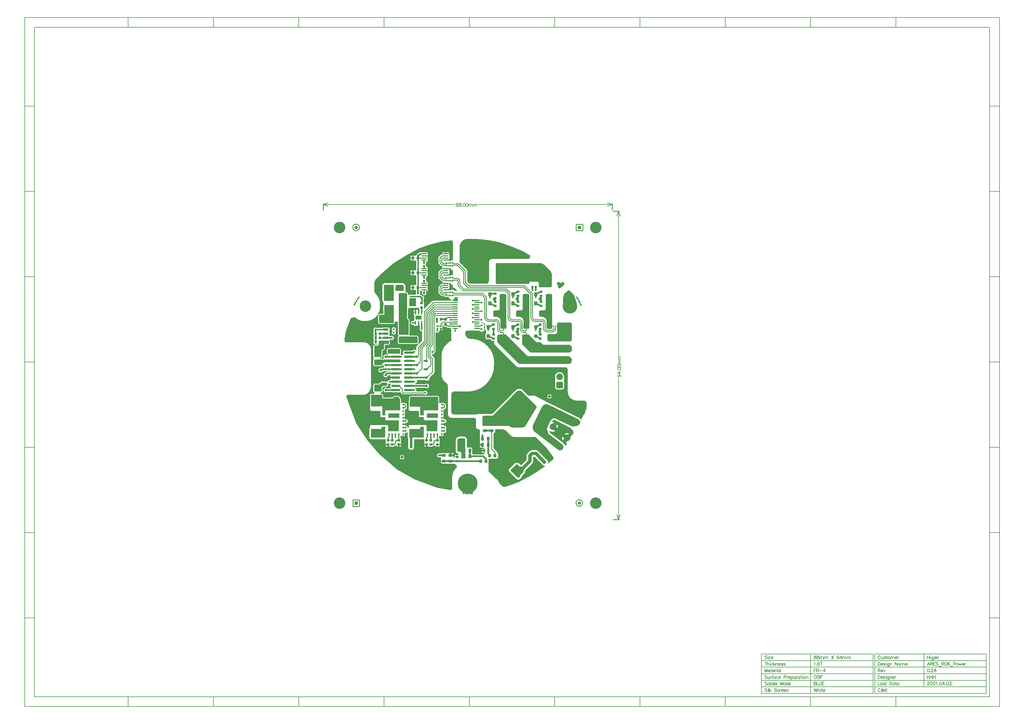
<source format=gtl>
G04 Layer_Physical_Order=1*
G04 Layer_Color=255*
%FSLAX44Y44*%
%MOMM*%
G71*
G01*
G75*
%ADD10C,0.2500*%
%ADD11C,0.3500*%
%ADD12C,0.5000*%
%ADD13C,1.0000*%
%ADD14C,0.4000*%
G04:AMPARAMS|DCode=15|XSize=0.35mm|YSize=1.6mm|CornerRadius=0.0875mm|HoleSize=0mm|Usage=FLASHONLY|Rotation=90.000|XOffset=0mm|YOffset=0mm|HoleType=Round|Shape=RoundedRectangle|*
%AMROUNDEDRECTD15*
21,1,0.3500,1.4250,0,0,90.0*
21,1,0.1750,1.6000,0,0,90.0*
1,1,0.1750,0.7125,0.0875*
1,1,0.1750,0.7125,-0.0875*
1,1,0.1750,-0.7125,-0.0875*
1,1,0.1750,-0.7125,0.0875*
%
%ADD15ROUNDEDRECTD15*%
G04:AMPARAMS|DCode=16|XSize=0.635mm|YSize=2.7mm|CornerRadius=0.1588mm|HoleSize=0mm|Usage=FLASHONLY|Rotation=270.000|XOffset=0mm|YOffset=0mm|HoleType=Round|Shape=RoundedRectangle|*
%AMROUNDEDRECTD16*
21,1,0.6350,2.3825,0,0,270.0*
21,1,0.3175,2.7000,0,0,270.0*
1,1,0.3175,-1.1912,-0.1588*
1,1,0.3175,-1.1912,0.1588*
1,1,0.3175,1.1912,0.1588*
1,1,0.3175,1.1912,-0.1588*
%
%ADD16ROUNDEDRECTD16*%
%ADD17C,0.8000*%
G04:AMPARAMS|DCode=18|XSize=0.8mm|YSize=0.7mm|CornerRadius=0.0875mm|HoleSize=0mm|Usage=FLASHONLY|Rotation=0.000|XOffset=0mm|YOffset=0mm|HoleType=Round|Shape=RoundedRectangle|*
%AMROUNDEDRECTD18*
21,1,0.8000,0.5250,0,0,0.0*
21,1,0.6250,0.7000,0,0,0.0*
1,1,0.1750,0.3125,-0.2625*
1,1,0.1750,-0.3125,-0.2625*
1,1,0.1750,-0.3125,0.2625*
1,1,0.1750,0.3125,0.2625*
%
%ADD18ROUNDEDRECTD18*%
G04:AMPARAMS|DCode=19|XSize=0.42mm|YSize=0.7mm|CornerRadius=0.042mm|HoleSize=0mm|Usage=FLASHONLY|Rotation=90.000|XOffset=0mm|YOffset=0mm|HoleType=Round|Shape=RoundedRectangle|*
%AMROUNDEDRECTD19*
21,1,0.4200,0.6160,0,0,90.0*
21,1,0.3360,0.7000,0,0,90.0*
1,1,0.0840,0.3080,0.1680*
1,1,0.0840,0.3080,-0.1680*
1,1,0.0840,-0.3080,-0.1680*
1,1,0.0840,-0.3080,0.1680*
%
%ADD19ROUNDEDRECTD19*%
G04:AMPARAMS|DCode=20|XSize=0.4mm|YSize=0.7mm|CornerRadius=0.04mm|HoleSize=0mm|Usage=FLASHONLY|Rotation=90.000|XOffset=0mm|YOffset=0mm|HoleType=Round|Shape=RoundedRectangle|*
%AMROUNDEDRECTD20*
21,1,0.4000,0.6200,0,0,90.0*
21,1,0.3200,0.7000,0,0,90.0*
1,1,0.0800,0.3100,0.1600*
1,1,0.0800,0.3100,-0.1600*
1,1,0.0800,-0.3100,-0.1600*
1,1,0.0800,-0.3100,0.1600*
%
%ADD20ROUNDEDRECTD20*%
G04:AMPARAMS|DCode=21|XSize=0.9mm|YSize=1mm|CornerRadius=0.1125mm|HoleSize=0mm|Usage=FLASHONLY|Rotation=180.000|XOffset=0mm|YOffset=0mm|HoleType=Round|Shape=RoundedRectangle|*
%AMROUNDEDRECTD21*
21,1,0.9000,0.7750,0,0,180.0*
21,1,0.6750,1.0000,0,0,180.0*
1,1,0.2250,-0.3375,0.3875*
1,1,0.2250,0.3375,0.3875*
1,1,0.2250,0.3375,-0.3875*
1,1,0.2250,-0.3375,-0.3875*
%
%ADD21ROUNDEDRECTD21*%
G04:AMPARAMS|DCode=22|XSize=1.9mm|YSize=1.2mm|CornerRadius=0.12mm|HoleSize=0mm|Usage=FLASHONLY|Rotation=0.000|XOffset=0mm|YOffset=0mm|HoleType=Round|Shape=RoundedRectangle|*
%AMROUNDEDRECTD22*
21,1,1.9000,0.9600,0,0,0.0*
21,1,1.6600,1.2000,0,0,0.0*
1,1,0.2400,0.8300,-0.4800*
1,1,0.2400,-0.8300,-0.4800*
1,1,0.2400,-0.8300,0.4800*
1,1,0.2400,0.8300,0.4800*
%
%ADD22ROUNDEDRECTD22*%
G04:AMPARAMS|DCode=23|XSize=0.4mm|YSize=1.2mm|CornerRadius=0.04mm|HoleSize=0mm|Usage=FLASHONLY|Rotation=0.000|XOffset=0mm|YOffset=0mm|HoleType=Round|Shape=RoundedRectangle|*
%AMROUNDEDRECTD23*
21,1,0.4000,1.1200,0,0,0.0*
21,1,0.3200,1.2000,0,0,0.0*
1,1,0.0800,0.1600,-0.5600*
1,1,0.0800,-0.1600,-0.5600*
1,1,0.0800,-0.1600,0.5600*
1,1,0.0800,0.1600,0.5600*
%
%ADD23ROUNDEDRECTD23*%
G04:AMPARAMS|DCode=24|XSize=1mm|YSize=1mm|CornerRadius=0.125mm|HoleSize=0mm|Usage=FLASHONLY|Rotation=90.000|XOffset=0mm|YOffset=0mm|HoleType=Round|Shape=RoundedRectangle|*
%AMROUNDEDRECTD24*
21,1,1.0000,0.7500,0,0,90.0*
21,1,0.7500,1.0000,0,0,90.0*
1,1,0.2500,0.3750,0.3750*
1,1,0.2500,0.3750,-0.3750*
1,1,0.2500,-0.3750,-0.3750*
1,1,0.2500,-0.3750,0.3750*
%
%ADD24ROUNDEDRECTD24*%
G04:AMPARAMS|DCode=25|XSize=0.6mm|YSize=0.65mm|CornerRadius=0.075mm|HoleSize=0mm|Usage=FLASHONLY|Rotation=0.000|XOffset=0mm|YOffset=0mm|HoleType=Round|Shape=RoundedRectangle|*
%AMROUNDEDRECTD25*
21,1,0.6000,0.5000,0,0,0.0*
21,1,0.4500,0.6500,0,0,0.0*
1,1,0.1500,0.2250,-0.2500*
1,1,0.1500,-0.2250,-0.2500*
1,1,0.1500,-0.2250,0.2500*
1,1,0.1500,0.2250,0.2500*
%
%ADD25ROUNDEDRECTD25*%
G04:AMPARAMS|DCode=26|XSize=1.8mm|YSize=1.15mm|CornerRadius=0.1437mm|HoleSize=0mm|Usage=FLASHONLY|Rotation=180.000|XOffset=0mm|YOffset=0mm|HoleType=Round|Shape=RoundedRectangle|*
%AMROUNDEDRECTD26*
21,1,1.8000,0.8625,0,0,180.0*
21,1,1.5125,1.1500,0,0,180.0*
1,1,0.2875,-0.7562,0.4313*
1,1,0.2875,0.7562,0.4313*
1,1,0.2875,0.7562,-0.4313*
1,1,0.2875,-0.7562,-0.4313*
%
%ADD26ROUNDEDRECTD26*%
G04:AMPARAMS|DCode=27|XSize=1.8mm|YSize=2.8mm|CornerRadius=0.225mm|HoleSize=0mm|Usage=FLASHONLY|Rotation=90.000|XOffset=0mm|YOffset=0mm|HoleType=Round|Shape=RoundedRectangle|*
%AMROUNDEDRECTD27*
21,1,1.8000,2.3500,0,0,90.0*
21,1,1.3500,2.8000,0,0,90.0*
1,1,0.4500,1.1750,0.6750*
1,1,0.4500,1.1750,-0.6750*
1,1,0.4500,-1.1750,-0.6750*
1,1,0.4500,-1.1750,0.6750*
%
%ADD27ROUNDEDRECTD27*%
G04:AMPARAMS|DCode=28|XSize=2.794mm|YSize=3.81mm|CornerRadius=0.3493mm|HoleSize=0mm|Usage=FLASHONLY|Rotation=45.000|XOffset=0mm|YOffset=0mm|HoleType=Round|Shape=RoundedRectangle|*
%AMROUNDEDRECTD28*
21,1,2.7940,3.1115,0,0,45.0*
21,1,2.0955,3.8100,0,0,45.0*
1,1,0.6985,1.8409,-0.3592*
1,1,0.6985,0.3592,-1.8409*
1,1,0.6985,-1.8409,0.3592*
1,1,0.6985,-0.3592,1.8409*
%
%ADD28ROUNDEDRECTD28*%
G04:AMPARAMS|DCode=29|XSize=2mm|YSize=3.15mm|CornerRadius=0.2mm|HoleSize=0mm|Usage=FLASHONLY|Rotation=150.000|XOffset=0mm|YOffset=0mm|HoleType=Round|Shape=RoundedRectangle|*
%AMROUNDEDRECTD29*
21,1,2.0000,2.7500,0,0,150.0*
21,1,1.6000,3.1500,0,0,150.0*
1,1,0.4000,-0.0053,1.5908*
1,1,0.4000,1.3803,0.7908*
1,1,0.4000,0.0053,-1.5908*
1,1,0.4000,-1.3803,-0.7908*
%
%ADD29ROUNDEDRECTD29*%
G04:AMPARAMS|DCode=30|XSize=1mm|YSize=1.3mm|CornerRadius=0.125mm|HoleSize=0mm|Usage=FLASHONLY|Rotation=90.000|XOffset=0mm|YOffset=0mm|HoleType=Round|Shape=RoundedRectangle|*
%AMROUNDEDRECTD30*
21,1,1.0000,1.0500,0,0,90.0*
21,1,0.7500,1.3000,0,0,90.0*
1,1,0.2500,0.5250,0.3750*
1,1,0.2500,0.5250,-0.3750*
1,1,0.2500,-0.5250,-0.3750*
1,1,0.2500,-0.5250,0.3750*
%
%ADD30ROUNDEDRECTD30*%
G04:AMPARAMS|DCode=31|XSize=1mm|YSize=2.9mm|CornerRadius=0.1mm|HoleSize=0mm|Usage=FLASHONLY|Rotation=225.000|XOffset=0mm|YOffset=0mm|HoleType=Round|Shape=RoundedRectangle|*
%AMROUNDEDRECTD31*
21,1,1.0000,2.7000,0,0,225.0*
21,1,0.8000,2.9000,0,0,225.0*
1,1,0.2000,-1.2374,0.6717*
1,1,0.2000,-0.6717,1.2374*
1,1,0.2000,1.2374,-0.6717*
1,1,0.2000,0.6717,-1.2374*
%
%ADD31ROUNDEDRECTD31*%
G04:AMPARAMS|DCode=32|XSize=2.2mm|YSize=3.6mm|CornerRadius=0.22mm|HoleSize=0mm|Usage=FLASHONLY|Rotation=225.000|XOffset=0mm|YOffset=0mm|HoleType=Round|Shape=RoundedRectangle|*
%AMROUNDEDRECTD32*
21,1,2.2000,3.1600,0,0,225.0*
21,1,1.7600,3.6000,0,0,225.0*
1,1,0.4400,-1.7395,0.4950*
1,1,0.4400,-0.4950,1.7395*
1,1,0.4400,1.7395,-0.4950*
1,1,0.4400,0.4950,-1.7395*
%
%ADD32ROUNDEDRECTD32*%
G04:AMPARAMS|DCode=33|XSize=0.45mm|YSize=0.5mm|CornerRadius=0.0563mm|HoleSize=0mm|Usage=FLASHONLY|Rotation=90.000|XOffset=0mm|YOffset=0mm|HoleType=Round|Shape=RoundedRectangle|*
%AMROUNDEDRECTD33*
21,1,0.4500,0.3875,0,0,90.0*
21,1,0.3375,0.5000,0,0,90.0*
1,1,0.1125,0.1938,0.1688*
1,1,0.1125,0.1938,-0.1688*
1,1,0.1125,-0.1938,-0.1688*
1,1,0.1125,-0.1938,0.1688*
%
%ADD33ROUNDEDRECTD33*%
G04:AMPARAMS|DCode=34|XSize=0.45mm|YSize=0.5mm|CornerRadius=0.0563mm|HoleSize=0mm|Usage=FLASHONLY|Rotation=0.000|XOffset=0mm|YOffset=0mm|HoleType=Round|Shape=RoundedRectangle|*
%AMROUNDEDRECTD34*
21,1,0.4500,0.3875,0,0,0.0*
21,1,0.3375,0.5000,0,0,0.0*
1,1,0.1125,0.1688,-0.1938*
1,1,0.1125,-0.1688,-0.1938*
1,1,0.1125,-0.1688,0.1938*
1,1,0.1125,0.1688,0.1938*
%
%ADD34ROUNDEDRECTD34*%
%ADD35C,1.0000*%
G04:AMPARAMS|DCode=36|XSize=1mm|YSize=1mm|CornerRadius=0.05mm|HoleSize=0mm|Usage=FLASHONLY|Rotation=180.000|XOffset=0mm|YOffset=0mm|HoleType=Round|Shape=RoundedRectangle|*
%AMROUNDEDRECTD36*
21,1,1.0000,0.9000,0,0,180.0*
21,1,0.9000,1.0000,0,0,180.0*
1,1,0.1000,-0.4500,0.4500*
1,1,0.1000,0.4500,0.4500*
1,1,0.1000,0.4500,-0.4500*
1,1,0.1000,-0.4500,-0.4500*
%
%ADD36ROUNDEDRECTD36*%
G04:AMPARAMS|DCode=37|XSize=1.6mm|YSize=1mm|CornerRadius=0.125mm|HoleSize=0mm|Usage=FLASHONLY|Rotation=220.000|XOffset=0mm|YOffset=0mm|HoleType=Round|Shape=RoundedRectangle|*
%AMROUNDEDRECTD37*
21,1,1.6000,0.7500,0,0,220.0*
21,1,1.3500,1.0000,0,0,220.0*
1,1,0.2500,-0.7581,-0.1466*
1,1,0.2500,0.2760,0.7211*
1,1,0.2500,0.7581,0.1466*
1,1,0.2500,-0.2760,-0.7211*
%
%ADD37ROUNDEDRECTD37*%
G04:AMPARAMS|DCode=38|XSize=1.2mm|YSize=1mm|CornerRadius=0.125mm|HoleSize=0mm|Usage=FLASHONLY|Rotation=90.000|XOffset=0mm|YOffset=0mm|HoleType=Round|Shape=RoundedRectangle|*
%AMROUNDEDRECTD38*
21,1,1.2000,0.7500,0,0,90.0*
21,1,0.9500,1.0000,0,0,90.0*
1,1,0.2500,0.3750,0.4750*
1,1,0.2500,0.3750,-0.4750*
1,1,0.2500,-0.3750,-0.4750*
1,1,0.2500,-0.3750,0.4750*
%
%ADD38ROUNDEDRECTD38*%
G04:AMPARAMS|DCode=39|XSize=1.8mm|YSize=1.15mm|CornerRadius=0.1437mm|HoleSize=0mm|Usage=FLASHONLY|Rotation=270.000|XOffset=0mm|YOffset=0mm|HoleType=Round|Shape=RoundedRectangle|*
%AMROUNDEDRECTD39*
21,1,1.8000,0.8625,0,0,270.0*
21,1,1.5125,1.1500,0,0,270.0*
1,1,0.2875,-0.4313,-0.7562*
1,1,0.2875,-0.4313,0.7562*
1,1,0.2875,0.4313,0.7562*
1,1,0.2875,0.4313,-0.7562*
%
%ADD39ROUNDEDRECTD39*%
G04:AMPARAMS|DCode=40|XSize=0.8mm|YSize=0.7mm|CornerRadius=0.0875mm|HoleSize=0mm|Usage=FLASHONLY|Rotation=270.000|XOffset=0mm|YOffset=0mm|HoleType=Round|Shape=RoundedRectangle|*
%AMROUNDEDRECTD40*
21,1,0.8000,0.5250,0,0,270.0*
21,1,0.6250,0.7000,0,0,270.0*
1,1,0.1750,-0.2625,-0.3125*
1,1,0.1750,-0.2625,0.3125*
1,1,0.1750,0.2625,0.3125*
1,1,0.1750,0.2625,-0.3125*
%
%ADD40ROUNDEDRECTD40*%
G04:AMPARAMS|DCode=41|XSize=2.2mm|YSize=3mm|CornerRadius=0.22mm|HoleSize=0mm|Usage=FLASHONLY|Rotation=225.000|XOffset=0mm|YOffset=0mm|HoleType=Round|Shape=RoundedRectangle|*
%AMROUNDEDRECTD41*
21,1,2.2000,2.5600,0,0,225.0*
21,1,1.7600,3.0000,0,0,225.0*
1,1,0.4400,-1.5273,0.2828*
1,1,0.4400,-0.2828,1.5273*
1,1,0.4400,1.5273,-0.2828*
1,1,0.4400,0.2828,-1.5273*
%
%ADD41ROUNDEDRECTD41*%
G04:AMPARAMS|DCode=42|XSize=0.8mm|YSize=0.9mm|CornerRadius=0.1mm|HoleSize=0mm|Usage=FLASHONLY|Rotation=180.000|XOffset=0mm|YOffset=0mm|HoleType=Round|Shape=RoundedRectangle|*
%AMROUNDEDRECTD42*
21,1,0.8000,0.7000,0,0,180.0*
21,1,0.6000,0.9000,0,0,180.0*
1,1,0.2000,-0.3000,0.3500*
1,1,0.2000,0.3000,0.3500*
1,1,0.2000,0.3000,-0.3500*
1,1,0.2000,-0.3000,-0.3500*
%
%ADD42ROUNDEDRECTD42*%
G04:AMPARAMS|DCode=43|XSize=0.45mm|YSize=0.45mm|CornerRadius=0.045mm|HoleSize=0mm|Usage=FLASHONLY|Rotation=90.000|XOffset=0mm|YOffset=0mm|HoleType=Round|Shape=RoundedRectangle|*
%AMROUNDEDRECTD43*
21,1,0.4500,0.3600,0,0,90.0*
21,1,0.3600,0.4500,0,0,90.0*
1,1,0.0900,0.1800,0.1800*
1,1,0.0900,0.1800,-0.1800*
1,1,0.0900,-0.1800,-0.1800*
1,1,0.0900,-0.1800,0.1800*
%
%ADD43ROUNDEDRECTD43*%
G04:AMPARAMS|DCode=44|XSize=2.95mm|YSize=1.75mm|CornerRadius=0.175mm|HoleSize=0mm|Usage=FLASHONLY|Rotation=0.000|XOffset=0mm|YOffset=0mm|HoleType=Round|Shape=RoundedRectangle|*
%AMROUNDEDRECTD44*
21,1,2.9500,1.4000,0,0,0.0*
21,1,2.6000,1.7500,0,0,0.0*
1,1,0.3500,1.3000,-0.7000*
1,1,0.3500,-1.3000,-0.7000*
1,1,0.3500,-1.3000,0.7000*
1,1,0.3500,1.3000,0.7000*
%
%ADD44ROUNDEDRECTD44*%
G04:AMPARAMS|DCode=45|XSize=3.45mm|YSize=1.3mm|CornerRadius=0.13mm|HoleSize=0mm|Usage=FLASHONLY|Rotation=0.000|XOffset=0mm|YOffset=0mm|HoleType=Round|Shape=RoundedRectangle|*
%AMROUNDEDRECTD45*
21,1,3.4500,1.0400,0,0,0.0*
21,1,3.1900,1.3000,0,0,0.0*
1,1,0.2600,1.5950,-0.5200*
1,1,0.2600,-1.5950,-0.5200*
1,1,0.2600,-1.5950,0.5200*
1,1,0.2600,1.5950,0.5200*
%
%ADD45ROUNDEDRECTD45*%
G04:AMPARAMS|DCode=46|XSize=0.8mm|YSize=1.2mm|CornerRadius=0.1mm|HoleSize=0mm|Usage=FLASHONLY|Rotation=180.000|XOffset=0mm|YOffset=0mm|HoleType=Round|Shape=RoundedRectangle|*
%AMROUNDEDRECTD46*
21,1,0.8000,1.0000,0,0,180.0*
21,1,0.6000,1.2000,0,0,180.0*
1,1,0.2000,-0.3000,0.5000*
1,1,0.2000,0.3000,0.5000*
1,1,0.2000,0.3000,-0.5000*
1,1,0.2000,-0.3000,-0.5000*
%
%ADD46ROUNDEDRECTD46*%
G04:AMPARAMS|DCode=47|XSize=0.8mm|YSize=1.2mm|CornerRadius=0.1mm|HoleSize=0mm|Usage=FLASHONLY|Rotation=90.000|XOffset=0mm|YOffset=0mm|HoleType=Round|Shape=RoundedRectangle|*
%AMROUNDEDRECTD47*
21,1,0.8000,1.0000,0,0,90.0*
21,1,0.6000,1.2000,0,0,90.0*
1,1,0.2000,0.5000,0.3000*
1,1,0.2000,0.5000,-0.3000*
1,1,0.2000,-0.5000,-0.3000*
1,1,0.2000,-0.5000,0.3000*
%
%ADD47ROUNDEDRECTD47*%
G04:AMPARAMS|DCode=48|XSize=1.8mm|YSize=1.8mm|CornerRadius=0.225mm|HoleSize=0mm|Usage=FLASHONLY|Rotation=180.000|XOffset=0mm|YOffset=0mm|HoleType=Round|Shape=RoundedRectangle|*
%AMROUNDEDRECTD48*
21,1,1.8000,1.3500,0,0,180.0*
21,1,1.3500,1.8000,0,0,180.0*
1,1,0.4500,-0.6750,0.6750*
1,1,0.4500,0.6750,0.6750*
1,1,0.4500,0.6750,-0.6750*
1,1,0.4500,-0.6750,-0.6750*
%
%ADD48ROUNDEDRECTD48*%
G04:AMPARAMS|DCode=49|XSize=0.635mm|YSize=1.778mm|CornerRadius=0.1588mm|HoleSize=0mm|Usage=FLASHONLY|Rotation=90.000|XOffset=0mm|YOffset=0mm|HoleType=Round|Shape=RoundedRectangle|*
%AMROUNDEDRECTD49*
21,1,0.6350,1.4605,0,0,90.0*
21,1,0.3175,1.7780,0,0,90.0*
1,1,0.3175,0.7302,0.1588*
1,1,0.3175,0.7302,-0.1588*
1,1,0.3175,-0.7302,-0.1588*
1,1,0.3175,-0.7302,0.1588*
%
%ADD49ROUNDEDRECTD49*%
G04:AMPARAMS|DCode=50|XSize=0.8mm|YSize=0.9mm|CornerRadius=0.1mm|HoleSize=0mm|Usage=FLASHONLY|Rotation=90.000|XOffset=0mm|YOffset=0mm|HoleType=Round|Shape=RoundedRectangle|*
%AMROUNDEDRECTD50*
21,1,0.8000,0.7000,0,0,90.0*
21,1,0.6000,0.9000,0,0,90.0*
1,1,0.2000,0.3500,0.3000*
1,1,0.2000,0.3500,-0.3000*
1,1,0.2000,-0.3500,-0.3000*
1,1,0.2000,-0.3500,0.3000*
%
%ADD50ROUNDEDRECTD50*%
%ADD51C,0.6000*%
%ADD52C,0.8000*%
%ADD53C,0.2540*%
%ADD54C,0.1270*%
%ADD55C,0.1500*%
%ADD56C,6.0000*%
G04:AMPARAMS|DCode=57|XSize=2mm|YSize=2mm|CornerRadius=0.3mm|HoleSize=0mm|Usage=FLASHONLY|Rotation=90.000|XOffset=0mm|YOffset=0mm|HoleType=Round|Shape=RoundedRectangle|*
%AMROUNDEDRECTD57*
21,1,2.0000,1.4000,0,0,90.0*
21,1,1.4000,2.0000,0,0,90.0*
1,1,0.6000,0.7000,0.7000*
1,1,0.6000,0.7000,-0.7000*
1,1,0.6000,-0.7000,-0.7000*
1,1,0.6000,-0.7000,0.7000*
%
%ADD57ROUNDEDRECTD57*%
%ADD58C,2.0000*%
%ADD59C,3.5000*%
%ADD60C,4.5000*%
%ADD61C,0.7000*%
%ADD62C,0.6000*%
G36*
X-49514Y380483D02*
X-48378Y380140D01*
X-47341Y379566D01*
X-46448Y378785D01*
X-45741Y377832D01*
X-45251Y376752D01*
X-45125Y376167D01*
X-45001Y375006D01*
Y375000D01*
X-45001Y375000D01*
X-45000Y374999D01*
X-45000Y340000D01*
X-45000Y320109D01*
X-47938D01*
X-50109Y319677D01*
X-51949Y318448D01*
X-52201Y318070D01*
X-54889D01*
X-55854Y319000D01*
X-67000D01*
Y321500D01*
X-55999D01*
X-56225Y322637D01*
X-56802Y323500D01*
X-56225Y324363D01*
X-55924Y325875D01*
Y327625D01*
X-56225Y329137D01*
X-56802Y330000D01*
X-56225Y330863D01*
X-55924Y332375D01*
Y334125D01*
X-56225Y335637D01*
X-56802Y336500D01*
X-56225Y337363D01*
X-55999Y338500D01*
X-67000D01*
X-78068D01*
X-78820Y337583D01*
X-79250D01*
X-80908Y337253D01*
X-82314Y336314D01*
X-88064Y330564D01*
X-89003Y329158D01*
X-89333Y327500D01*
Y312500D01*
X-89003Y310842D01*
X-88064Y309436D01*
X-80564Y301936D01*
X-79158Y300997D01*
X-77500Y300667D01*
X-75151D01*
X-75026Y299397D01*
X-75637Y299275D01*
X-76919Y298419D01*
X-77775Y297137D01*
X-78001Y296000D01*
X-67000D01*
Y293500D01*
X-78068D01*
X-78820Y292583D01*
X-79250D01*
X-80908Y292253D01*
X-82314Y291314D01*
X-88064Y285564D01*
X-89003Y284158D01*
X-89333Y282500D01*
Y267500D01*
X-89003Y265842D01*
X-88064Y264436D01*
X-80564Y256936D01*
X-79158Y255997D01*
X-77500Y255667D01*
X-75151D01*
X-75026Y254397D01*
X-75637Y254275D01*
X-76919Y253419D01*
X-77775Y252137D01*
X-78001Y251000D01*
X-67000D01*
Y248500D01*
X-78067D01*
X-78820Y247583D01*
X-79250D01*
X-80908Y247253D01*
X-82314Y246314D01*
X-88064Y240564D01*
X-89003Y239158D01*
X-89333Y237500D01*
Y222500D01*
X-89003Y220842D01*
X-88064Y219436D01*
X-80564Y211936D01*
X-79158Y210997D01*
X-77500Y210667D01*
X-70289D01*
X-69506Y209495D01*
X-68327Y208708D01*
X-66937Y208431D01*
X-63063D01*
X-61673Y208708D01*
X-60610Y209418D01*
X-58841D01*
X-58792Y209172D01*
X-58315Y208458D01*
X-58229Y207805D01*
X-57165Y205236D01*
X-55472Y203029D01*
X-53265Y201336D01*
X-50696Y200272D01*
X-49837Y200159D01*
X-48949Y198761D01*
X-49076Y198125D01*
Y197122D01*
X-104250D01*
X-106689Y196637D01*
X-108756Y195256D01*
X-132623Y171389D01*
X-132747Y171443D01*
X-133670Y172138D01*
X-133424Y173375D01*
Y176500D01*
X-133000D01*
Y188500D01*
X-133424D01*
Y191625D01*
X-133725Y193137D01*
X-134581Y194419D01*
X-134902Y194633D01*
Y198903D01*
X-134902Y200042D01*
X-134902Y200043D01*
X-134848Y200172D01*
X-134229Y201017D01*
X-134112Y201174D01*
X-133885Y201470D01*
X-133180Y203173D01*
X-132940Y205000D01*
X-133180Y206827D01*
X-133885Y208530D01*
X-135008Y209992D01*
X-136470Y211115D01*
X-138173Y211820D01*
X-138578Y211873D01*
X-139771Y212057D01*
X-139771Y212057D01*
X-139901Y212111D01*
X-141145Y213355D01*
X-142799Y214460D01*
X-144750Y214848D01*
X-145410D01*
X-146037Y216118D01*
X-145573Y216722D01*
X-144918Y218303D01*
X-144695Y220000D01*
X-144918Y221697D01*
X-145573Y223278D01*
X-145643Y223369D01*
Y229161D01*
X-145346Y229381D01*
X-145120Y229380D01*
X-143966Y228824D01*
X-143775Y227863D01*
X-142919Y226581D01*
X-141637Y225725D01*
X-140125Y225424D01*
X-138668D01*
X-138568Y225351D01*
X-138131Y224688D01*
X-138006Y224154D01*
X-138678Y223278D01*
X-139333Y221697D01*
X-139556Y220000D01*
X-139333Y218303D01*
X-138678Y216722D01*
X-137636Y215364D01*
X-136278Y214322D01*
X-134697Y213667D01*
X-133000Y213444D01*
X-131303Y213667D01*
X-129722Y214322D01*
X-128364Y215364D01*
X-127322Y216722D01*
X-126667Y218303D01*
X-126444Y220000D01*
X-126667Y221697D01*
X-127322Y223278D01*
X-127994Y224154D01*
X-127869Y224688D01*
X-127432Y225351D01*
X-127332Y225424D01*
X-125875D01*
X-124363Y225725D01*
X-123081Y226581D01*
X-122225Y227863D01*
X-121924Y229375D01*
Y231125D01*
X-122225Y232637D01*
X-122802Y233500D01*
X-122225Y234363D01*
X-121924Y235875D01*
Y237625D01*
X-122225Y239137D01*
X-122802Y240000D01*
X-122225Y240863D01*
X-121999Y242000D01*
X-133000D01*
Y244500D01*
X-121999D01*
X-122225Y245637D01*
X-122802Y246500D01*
X-122225Y247363D01*
X-121924Y248875D01*
Y250625D01*
X-122225Y252137D01*
X-123081Y253419D01*
X-124363Y254275D01*
X-125807Y254562D01*
X-126097Y254672D01*
X-126674Y255536D01*
X-126662Y255846D01*
X-126444Y257500D01*
X-126667Y259197D01*
X-127322Y260778D01*
X-127943Y261587D01*
X-128244Y262500D01*
X-127943Y263413D01*
X-127322Y264222D01*
X-126667Y265803D01*
X-126444Y267500D01*
X-126662Y269154D01*
X-126674Y269464D01*
X-126097Y270328D01*
X-125807Y270438D01*
X-124363Y270725D01*
X-123081Y271581D01*
X-122225Y272863D01*
X-121924Y274375D01*
Y276125D01*
X-122225Y277637D01*
X-122802Y278500D01*
X-122225Y279363D01*
X-121924Y280875D01*
Y282625D01*
X-122225Y284137D01*
X-122802Y285000D01*
X-122225Y285863D01*
X-121999Y287000D01*
X-133000D01*
Y289500D01*
X-121999D01*
X-122225Y290637D01*
X-122802Y291500D01*
X-122225Y292363D01*
X-121924Y293875D01*
Y295625D01*
X-122225Y297137D01*
X-123081Y298419D01*
X-124363Y299275D01*
X-125807Y299562D01*
X-126097Y299672D01*
X-126674Y300536D01*
X-126662Y300846D01*
X-126444Y302500D01*
X-126667Y304197D01*
X-127322Y305778D01*
X-127943Y306587D01*
X-128244Y307500D01*
X-127943Y308413D01*
X-127322Y309222D01*
X-126667Y310803D01*
X-126444Y312500D01*
X-126662Y314154D01*
X-126674Y314464D01*
X-126097Y315328D01*
X-125807Y315438D01*
X-124363Y315725D01*
X-123081Y316581D01*
X-122225Y317863D01*
X-121924Y319375D01*
Y321125D01*
X-122225Y322637D01*
X-122802Y323500D01*
X-122225Y324363D01*
X-121924Y325875D01*
Y327625D01*
X-122225Y329137D01*
X-122802Y330000D01*
X-122225Y330863D01*
X-121999Y332000D01*
X-133000D01*
Y334500D01*
X-121999D01*
X-122225Y335637D01*
X-122802Y336500D01*
X-122225Y337363D01*
X-121924Y338875D01*
Y340625D01*
X-122225Y342137D01*
X-123081Y343419D01*
X-124363Y344275D01*
X-125875Y344576D01*
X-140125D01*
X-141637Y344275D01*
X-141924Y344083D01*
X-143794D01*
Y344088D01*
X-143833Y344083D01*
X-145215D01*
X-146873Y343753D01*
X-147214Y343526D01*
X-147500Y343582D01*
X-149841Y343117D01*
X-151826Y341791D01*
X-152793Y340344D01*
X-153758Y339603D01*
X-155431Y337423D01*
X-155502Y337252D01*
X-156432Y335860D01*
X-156752Y334250D01*
X-163857D01*
X-164251Y334328D01*
X-166001D01*
Y326750D01*
Y319172D01*
X-164251D01*
X-163857Y319250D01*
X-156349D01*
Y289250D01*
X-163857D01*
X-164251Y289328D01*
X-166001D01*
Y281750D01*
Y274172D01*
X-164251D01*
X-163857Y274250D01*
X-156349D01*
Y244250D01*
X-163857D01*
X-164251Y244328D01*
X-166001D01*
Y236750D01*
Y229172D01*
X-164251D01*
X-163857Y229250D01*
X-159251D01*
X-158901Y229216D01*
X-158254Y228948D01*
X-157759Y228453D01*
X-157491Y227806D01*
X-157457Y227456D01*
Y222003D01*
X-157584Y221697D01*
X-157807Y220000D01*
X-157584Y218303D01*
X-157457Y217997D01*
X-157518Y217377D01*
X-157993Y216230D01*
X-158870Y215353D01*
X-160017Y214878D01*
X-160319Y214848D01*
X-174000D01*
X-174158Y214817D01*
X-180546D01*
X-180917Y214853D01*
X-181604Y215138D01*
X-182130Y215663D01*
X-182414Y216350D01*
X-182451Y216722D01*
Y218903D01*
X-183144Y220576D01*
X-184424Y221856D01*
X-186097Y222549D01*
X-187003D01*
X-187568Y222605D01*
X-188613Y223038D01*
X-189413Y223838D01*
X-189846Y224883D01*
X-189902Y225448D01*
Y233250D01*
Y240994D01*
X-190000Y241487D01*
Y241980D01*
X-190346Y243719D01*
X-191025Y245358D01*
X-192010Y246833D01*
X-193265Y248088D01*
X-194740Y249073D01*
X-196379Y249752D01*
X-198118Y250098D01*
X-215995D01*
X-216487Y250000D01*
X-226510D01*
X-227003Y250098D01*
X-252997D01*
X-254948Y249710D01*
X-255867Y249329D01*
X-255867Y249329D01*
X-257521Y248224D01*
X-258224Y247521D01*
X-259329Y245867D01*
X-259710Y244948D01*
X-260098Y242997D01*
Y198253D01*
X-259710Y196302D01*
X-259329Y195383D01*
X-258224Y193729D01*
X-257521Y193026D01*
X-257000Y192678D01*
Y181267D01*
X-257103Y180750D01*
Y167250D01*
X-256695Y165202D01*
X-256299Y164608D01*
Y156385D01*
X-256324Y156324D01*
X-256385Y156299D01*
X-267997D01*
X-268973Y156105D01*
X-269892Y155724D01*
X-270719Y155172D01*
X-271422Y154469D01*
X-271422Y154468D01*
X-271974Y153642D01*
X-272355Y152723D01*
X-272549Y151747D01*
Y130753D01*
X-272355Y129777D01*
X-271974Y128858D01*
X-271422Y128031D01*
X-270719Y127328D01*
X-270718Y127328D01*
X-269892Y126776D01*
X-268973Y126395D01*
X-267997Y126201D01*
X-264335D01*
X-263077Y125680D01*
X-261250Y125440D01*
X-259423Y125680D01*
X-258165Y126201D01*
X-227003D01*
X-226027Y126395D01*
X-225109Y126776D01*
X-224282Y127328D01*
X-223578Y128031D01*
X-223578Y128031D01*
X-223026Y128858D01*
X-222645Y129777D01*
X-222451Y130753D01*
Y133000D01*
X-212549D01*
Y94503D01*
X-212355Y93527D01*
X-211974Y92608D01*
X-211422Y91781D01*
X-210719Y91078D01*
X-210718Y91078D01*
X-210190Y90725D01*
X-210058Y90173D01*
X-210059Y89826D01*
X-210190Y89275D01*
X-210718Y88922D01*
X-211422Y88218D01*
X-211974Y87392D01*
X-212355Y86473D01*
X-212549Y85497D01*
Y69503D01*
X-212355Y68527D01*
X-211974Y67608D01*
X-211422Y66782D01*
X-211422Y66781D01*
X-210718Y66078D01*
X-209892Y65526D01*
X-208973Y65145D01*
X-207997Y64951D01*
X-198794D01*
X-197458Y64685D01*
X-182852D01*
X-181516Y64951D01*
X-154503D01*
X-153527Y65145D01*
X-152608Y65526D01*
X-151782Y66078D01*
X-151078Y66781D01*
X-151078Y66781D01*
X-150526Y67608D01*
X-150145Y68527D01*
X-149951Y69503D01*
Y85497D01*
X-150145Y86473D01*
X-150526Y87392D01*
X-151078Y88218D01*
X-151781Y88922D01*
X-151782Y88922D01*
X-152608Y89474D01*
X-153527Y89855D01*
X-154503Y90049D01*
X-178558D01*
X-178788Y90376D01*
X-179041Y91319D01*
X-178578Y91781D01*
X-178578Y91781D01*
X-178026Y92608D01*
X-177645Y93527D01*
X-177451Y94503D01*
Y137997D01*
X-177645Y138973D01*
X-178026Y139892D01*
X-178578Y140718D01*
X-179281Y141422D01*
X-179282Y141422D01*
X-180108Y141974D01*
X-181027Y142355D01*
X-182003Y142549D01*
X-182451Y143661D01*
Y169051D01*
X-182337Y170212D01*
X-181448Y172356D01*
X-179807Y173997D01*
X-177663Y174886D01*
X-176502Y175000D01*
X-175990D01*
X-175497Y174902D01*
X-159503D01*
X-159010Y175000D01*
X-150412D01*
X-149800Y174940D01*
X-148669Y174471D01*
X-147804Y173606D01*
X-147454Y172761D01*
X-147275Y171863D01*
Y171741D01*
X-147182Y171516D01*
X-147009Y171343D01*
X-147291Y170123D01*
X-147480Y169883D01*
X-148400Y170067D01*
X-148750D01*
Y161000D01*
X-151250D01*
Y170067D01*
X-151600D01*
X-152927Y169803D01*
X-153961Y169111D01*
X-154343Y168956D01*
X-155157D01*
X-155539Y169111D01*
X-156573Y169803D01*
X-157900Y170067D01*
X-158250D01*
Y161000D01*
X-159500D01*
Y159750D01*
X-164567D01*
Y155400D01*
X-164303Y154073D01*
X-163551Y152949D01*
X-163014Y152590D01*
X-162256Y151439D01*
X-162582Y149800D01*
Y140200D01*
X-162256Y138561D01*
X-163014Y137410D01*
X-163551Y137051D01*
X-164303Y135927D01*
X-164359Y135645D01*
X-165135Y134682D01*
X-165765Y134773D01*
X-167500Y135118D01*
X-169841Y134652D01*
X-171826Y133326D01*
X-173152Y131341D01*
X-173617Y129000D01*
X-173152Y126659D01*
X-171826Y124674D01*
X-169841Y123348D01*
X-167500Y122882D01*
X-165765Y123228D01*
X-165135Y123318D01*
X-164359Y122355D01*
X-164303Y122073D01*
X-163551Y120949D01*
X-162427Y120197D01*
X-161100Y119933D01*
X-157900D01*
X-156573Y120197D01*
X-155539Y120889D01*
X-155157Y121044D01*
X-154343D01*
X-153961Y120889D01*
X-152927Y120197D01*
X-151600Y119933D01*
X-151250D01*
Y129000D01*
X-148750D01*
Y119933D01*
X-148400D01*
X-147073Y120197D01*
X-146868Y120335D01*
X-145598Y119656D01*
Y113170D01*
X-146152Y112341D01*
X-146617Y110000D01*
X-146152Y107659D01*
X-144826Y105674D01*
X-142841Y104348D01*
X-140500Y103883D01*
X-139854Y104011D01*
X-138872Y103205D01*
Y75139D01*
X-154506Y59506D01*
X-155887Y57439D01*
X-156372Y55000D01*
Y45956D01*
X-157642Y45507D01*
X-158678Y46199D01*
X-160146Y46807D01*
X-161705Y47118D01*
X-163295D01*
X-164854Y46807D01*
X-166322Y46199D01*
X-167644Y45316D01*
X-168260Y44700D01*
X-168587Y44765D01*
X-192412D01*
X-194202Y44409D01*
X-195720Y43395D01*
X-196734Y41877D01*
X-197090Y40088D01*
Y36913D01*
X-196734Y35123D01*
X-196200Y34324D01*
X-195848Y33428D01*
X-196453Y32590D01*
X-197111Y32086D01*
X-198167Y30710D01*
X-198773Y30526D01*
X-200159Y31452D01*
X-202500Y31918D01*
X-204165Y31586D01*
X-204583Y31876D01*
X-204570Y33412D01*
X-204280Y33605D01*
X-203266Y35123D01*
X-202910Y36913D01*
Y40088D01*
X-203266Y41877D01*
X-203701Y42529D01*
X-203701Y47997D01*
X-203701Y47997D01*
X-203701Y47997D01*
X-203802Y48506D01*
X-203895Y48973D01*
X-203895Y48973D01*
X-203895Y48973D01*
X-204276Y49892D01*
X-204276Y49892D01*
X-204276Y49892D01*
X-204491Y50213D01*
X-204828Y50718D01*
X-204829Y50719D01*
X-204829Y50719D01*
X-205532Y51422D01*
X-205532Y51422D01*
X-205532Y51422D01*
X-205840Y51627D01*
X-206359Y51974D01*
X-206359Y51974D01*
X-206359Y51974D01*
X-207278Y52355D01*
X-207278Y52355D01*
X-207278Y52355D01*
X-207769Y52452D01*
X-208254Y52549D01*
X-208254Y52549D01*
X-208254Y52549D01*
X-208748Y52548D01*
X-208750Y52549D01*
X-240000Y52549D01*
X-240746Y52549D01*
X-241721Y52355D01*
X-243100Y51784D01*
X-243927Y51231D01*
X-243927Y51231D01*
X-244981Y50177D01*
X-245534Y49349D01*
X-246105Y47971D01*
X-246105Y47971D01*
X-246105Y47971D01*
X-246194Y47525D01*
X-246299Y46996D01*
X-246299Y46996D01*
X-246299Y46996D01*
X-246299Y46250D01*
X-246299Y38750D01*
X-246299Y38004D01*
X-246105Y37029D01*
X-245534Y35651D01*
X-244981Y34824D01*
X-243927Y33769D01*
X-243100Y33216D01*
X-241721Y32645D01*
X-241982Y31408D01*
X-245809D01*
X-246470Y31915D01*
X-248173Y32620D01*
X-250000Y32860D01*
X-251827Y32620D01*
X-253530Y31915D01*
X-254993Y30793D01*
X-256115Y29330D01*
X-256820Y27627D01*
X-257060Y25800D01*
X-256820Y23973D01*
X-256115Y22270D01*
X-255385Y21319D01*
X-256011Y20049D01*
X-268000D01*
Y22451D01*
X-264503D01*
X-263527Y22645D01*
X-262609Y23026D01*
X-261782Y23578D01*
X-261078Y24281D01*
X-261078Y24281D01*
X-260526Y25108D01*
X-260145Y26027D01*
X-259951Y27003D01*
Y28222D01*
X-259917Y28303D01*
X-259694Y30000D01*
X-259917Y31697D01*
X-259951Y31778D01*
Y35722D01*
X-259917Y35803D01*
X-259694Y37500D01*
X-259917Y39197D01*
X-259951Y39278D01*
Y43222D01*
X-259917Y43303D01*
X-259700Y44951D01*
X-259006D01*
X-258030Y45145D01*
X-256192Y45906D01*
X-255365Y46459D01*
X-253959Y47865D01*
X-253406Y48692D01*
X-252645Y50530D01*
X-252451Y51505D01*
Y62365D01*
X-252426Y62426D01*
X-252365Y62451D01*
X-242003D01*
X-241027Y62645D01*
X-240109Y63026D01*
X-239282Y63578D01*
X-238578Y64281D01*
X-238578Y64281D01*
X-238026Y65108D01*
X-237645Y66027D01*
X-237451Y67003D01*
Y72997D01*
X-237645Y73973D01*
X-238026Y74892D01*
X-238578Y75718D01*
X-239281Y76422D01*
X-239282Y76422D01*
X-239806Y76772D01*
X-239463Y78042D01*
X-233657D01*
X-233591Y77998D01*
X-231250Y77533D01*
X-228909Y77998D01*
X-226924Y79324D01*
X-225598Y81309D01*
X-225133Y83650D01*
X-225598Y85991D01*
X-226924Y87976D01*
X-228909Y89302D01*
X-231250Y89768D01*
X-233591Y89302D01*
X-233657Y89258D01*
X-240302D01*
X-240357Y89294D01*
X-240390Y89392D01*
Y90608D01*
X-240357Y90706D01*
X-239235Y91455D01*
X-238221Y92973D01*
X-237865Y94762D01*
Y97937D01*
X-238221Y99727D01*
X-239235Y101245D01*
X-240357Y101994D01*
X-240390Y102092D01*
Y103308D01*
X-240357Y103406D01*
X-239235Y104155D01*
X-238221Y105673D01*
X-237865Y107463D01*
Y110638D01*
X-238221Y112427D01*
X-239235Y113945D01*
X-240753Y114959D01*
X-242542Y115315D01*
X-257148D01*
X-258937Y114959D01*
X-260151Y114148D01*
X-278080D01*
X-278909Y114702D01*
X-281250Y115168D01*
X-283591Y114702D01*
X-285576Y113376D01*
X-286902Y111391D01*
X-287368Y109050D01*
X-286902Y106709D01*
X-286348Y105880D01*
Y101252D01*
X-286525Y100987D01*
X-286826Y99475D01*
Y93225D01*
X-286525Y91713D01*
X-285669Y90431D01*
Y89569D01*
X-286525Y88287D01*
X-286826Y86775D01*
Y80525D01*
X-286525Y79013D01*
X-285669Y77731D01*
Y76869D01*
X-286525Y75587D01*
X-286826Y74075D01*
Y67825D01*
X-286525Y66313D01*
X-285669Y65031D01*
X-284387Y64175D01*
X-282875Y63874D01*
X-277625D01*
X-277243Y63950D01*
X-273799D01*
Y62635D01*
X-273824Y62574D01*
X-273885Y62549D01*
X-282997D01*
X-283973Y62355D01*
X-284892Y61974D01*
X-285719Y61422D01*
X-286422Y60718D01*
X-286422Y60718D01*
X-286974Y59892D01*
X-287355Y58973D01*
X-287549Y57997D01*
Y27003D01*
X-287355Y26027D01*
X-287000Y25170D01*
X-287000Y16507D01*
X-287355Y15976D01*
X-287549Y15000D01*
Y2500D01*
X-287355Y1524D01*
X-286802Y698D01*
X-284302Y-1802D01*
X-283475Y-2355D01*
X-282500Y-2549D01*
X-263750D01*
X-262775Y-2355D01*
X-261948Y-1802D01*
X-258129Y2017D01*
X-256926Y1424D01*
X-257060Y400D01*
X-256820Y-1427D01*
X-256115Y-3130D01*
X-254993Y-4592D01*
X-253911Y-5422D01*
X-254342Y-6692D01*
X-257500D01*
X-258446Y-6880D01*
X-259400Y-7024D01*
X-262912Y-8288D01*
X-263173Y-8180D01*
X-265000Y-7940D01*
X-266827Y-8180D01*
X-268530Y-8885D01*
X-269992Y-10007D01*
X-271115Y-11470D01*
X-271820Y-13173D01*
X-272060Y-15000D01*
X-271820Y-16827D01*
X-271115Y-18530D01*
X-269992Y-19992D01*
X-268530Y-21114D01*
X-266827Y-21820D01*
X-265000Y-22060D01*
X-263173Y-21820D01*
X-261470Y-21114D01*
X-260008Y-19992D01*
X-259128Y-18846D01*
X-256521Y-17908D01*
X-235100D01*
X-234568Y-19178D01*
X-234779Y-19392D01*
X-245000D01*
X-247146Y-19819D01*
X-248965Y-21035D01*
X-251002Y-23071D01*
X-251827Y-23180D01*
X-253530Y-23886D01*
X-254993Y-25008D01*
X-256115Y-26470D01*
X-256820Y-28173D01*
X-257060Y-30000D01*
X-256820Y-31827D01*
X-256115Y-33530D01*
X-254993Y-34992D01*
X-253530Y-36114D01*
X-251827Y-36820D01*
X-250000Y-37060D01*
X-248173Y-36820D01*
X-246470Y-36114D01*
X-245008Y-34992D01*
X-243885Y-33530D01*
X-243180Y-31827D01*
X-243071Y-31002D01*
X-242677Y-30608D01*
X-234779D01*
X-234358Y-31035D01*
X-234526Y-32675D01*
X-234720Y-32805D01*
X-235734Y-34323D01*
X-236090Y-36112D01*
Y-36450D01*
X-219500D01*
Y-38950D01*
X-236090D01*
Y-39287D01*
X-235734Y-41077D01*
X-234720Y-42595D01*
X-234526Y-42725D01*
X-234358Y-44364D01*
X-234779Y-44792D01*
X-235093D01*
X-235159Y-44748D01*
X-237500Y-44282D01*
X-239841Y-44748D01*
X-241826Y-46074D01*
X-243152Y-48059D01*
X-243617Y-50400D01*
X-243544Y-50769D01*
X-244696Y-51486D01*
X-245965Y-50512D01*
X-247912Y-49706D01*
X-250000Y-49431D01*
X-260000D01*
X-262088Y-49706D01*
X-264035Y-50512D01*
X-265706Y-51794D01*
X-270112Y-56201D01*
X-282500Y-56201D01*
X-282500Y-56201D01*
X-282997Y-56201D01*
X-282997Y-56201D01*
X-282997Y-56201D01*
X-283459Y-56293D01*
X-283973Y-56395D01*
X-283973Y-56395D01*
X-283973Y-56395D01*
X-284892Y-56776D01*
X-285719Y-57328D01*
X-286422Y-58032D01*
X-286628Y-58340D01*
X-286975Y-58859D01*
X-286975Y-58859D01*
X-287355Y-59778D01*
X-287355Y-59778D01*
X-287465Y-60329D01*
X-287549Y-60753D01*
X-287549Y-60753D01*
X-287549Y-60753D01*
X-287549Y-61251D01*
X-287549Y-77500D01*
X-287549Y-77997D01*
X-287549Y-77997D01*
X-287549Y-77997D01*
X-287426Y-78615D01*
X-287355Y-78973D01*
X-287355Y-78973D01*
X-287355Y-78973D01*
X-286975Y-79892D01*
X-286422Y-80718D01*
X-286422Y-80719D01*
X-285719Y-81422D01*
X-284892Y-81974D01*
X-284500Y-82137D01*
Y-87451D01*
X-293999Y-87451D01*
X-294974Y-87645D01*
X-295434Y-87835D01*
X-296261Y-88388D01*
X-296612Y-88740D01*
X-297165Y-89566D01*
X-297355Y-90026D01*
X-297549Y-91001D01*
Y-123750D01*
X-297549Y-123750D01*
X-297549Y-123999D01*
X-297549Y-123999D01*
X-297549Y-123999D01*
X-297448Y-124507D01*
X-297355Y-124974D01*
X-297355Y-124974D01*
X-297355Y-124974D01*
X-297165Y-125434D01*
X-297164Y-125434D01*
X-297164Y-125434D01*
X-297000Y-125680D01*
Y-134880D01*
X-297000D01*
X-296926Y-135635D01*
X-296348Y-137030D01*
X-295280Y-138098D01*
X-293885Y-138676D01*
X-293130Y-138750D01*
X-268253D01*
X-267334Y-139131D01*
X-266631Y-139834D01*
X-266250Y-140753D01*
Y-141250D01*
Y-156250D01*
X-266226Y-156494D01*
X-266039Y-156945D01*
X-265695Y-157289D01*
X-265244Y-157476D01*
X-265000Y-157500D01*
X-252251D01*
X-251792Y-157690D01*
X-251440Y-158042D01*
X-251250Y-158501D01*
Y-158750D01*
Y-163750D01*
Y-163750D01*
X-251178Y-164482D01*
X-250618Y-165833D01*
X-249583Y-166868D01*
X-248232Y-167428D01*
X-247500Y-167500D01*
X-211001D01*
X-210542Y-167690D01*
X-210190Y-168042D01*
X-210000Y-168501D01*
Y-168750D01*
X-210000Y-198750D01*
X-210000Y-198750D01*
X-210000Y-199247D01*
X-210381Y-200166D01*
X-211084Y-200869D01*
X-212003Y-201250D01*
X-212500Y-201250D01*
X-240000Y-201250D01*
X-240000Y-201250D01*
X-240497Y-201250D01*
X-241416Y-200869D01*
X-242120Y-200166D01*
X-242500Y-199247D01*
Y-198750D01*
X-242500Y-185000D01*
X-242500Y-185000D01*
X-242548Y-184512D01*
X-242921Y-183611D01*
X-243611Y-182921D01*
X-244512Y-182548D01*
X-245000Y-182500D01*
X-295000Y-182500D01*
X-295000Y-182500D01*
X-295488Y-182548D01*
X-296389Y-182921D01*
X-297000Y-183533D01*
Y-189625D01*
X-298063Y-190336D01*
X-298063Y-190336D01*
X-298063Y-190336D01*
X-298414Y-190687D01*
X-299520Y-192341D01*
X-299710Y-192801D01*
X-300098Y-194751D01*
Y-218999D01*
X-299710Y-220949D01*
X-299520Y-221409D01*
X-298414Y-223063D01*
X-298063Y-223414D01*
X-296409Y-224520D01*
X-295949Y-224710D01*
X-293999Y-225098D01*
X-252251D01*
X-250653Y-224780D01*
X-249840Y-225369D01*
X-249556Y-225776D01*
X-249576Y-225875D01*
Y-229000D01*
X-250000D01*
Y-240250D01*
Y-241000D01*
X-242500D01*
Y-241500D01*
X-241250D01*
Y-248076D01*
X-239375D01*
X-237863Y-247775D01*
X-236581Y-246919D01*
X-235919D01*
X-234637Y-247775D01*
X-233125Y-248076D01*
X-226875D01*
X-225363Y-247775D01*
X-224081Y-246919D01*
X-223564Y-246145D01*
X-222455Y-245999D01*
X-220083Y-245016D01*
X-218346Y-243684D01*
X-217297Y-244044D01*
X-217054Y-244236D01*
X-216775Y-245637D01*
X-215919Y-246919D01*
X-214637Y-247775D01*
X-213125Y-248076D01*
X-211250D01*
Y-241500D01*
X-210000D01*
Y-241000D01*
X-203000D01*
Y-240250D01*
X-202924D01*
Y-238875D01*
X-203000Y-238493D01*
Y-231507D01*
X-202924Y-231125D01*
Y-225875D01*
X-203225Y-224363D01*
X-204081Y-223081D01*
X-205157Y-222363D01*
Y-215000D01*
X-199721D01*
X-199646Y-215050D01*
X-198300Y-215318D01*
X-194700D01*
X-193354Y-215050D01*
X-193279Y-215000D01*
X-192500D01*
Y-214479D01*
X-192213Y-214287D01*
X-191450Y-213146D01*
X-191182Y-211800D01*
Y-208200D01*
X-191450Y-206854D01*
X-191487Y-206798D01*
X-190670Y-205736D01*
X-188750Y-206117D01*
X-186409Y-205652D01*
X-184424Y-204326D01*
X-183868Y-203493D01*
X-182598Y-203878D01*
Y-218999D01*
X-182210Y-220949D01*
X-182020Y-221409D01*
X-181578Y-222070D01*
Y-248750D01*
X-181268Y-251099D01*
X-180361Y-253289D01*
X-178919Y-255169D01*
X-177039Y-256611D01*
X-174849Y-257518D01*
X-172500Y-257828D01*
X-170151Y-257518D01*
X-167961Y-256611D01*
X-166081Y-255169D01*
X-164639Y-253289D01*
X-163732Y-251099D01*
X-163422Y-248750D01*
Y-225098D01*
X-134751D01*
X-133153Y-224780D01*
X-132340Y-225369D01*
X-132056Y-225776D01*
X-132076Y-225875D01*
Y-229000D01*
X-132500D01*
Y-240250D01*
Y-241000D01*
X-125000D01*
Y-241500D01*
X-123750D01*
Y-248076D01*
X-121875D01*
X-120363Y-247775D01*
X-119679Y-247318D01*
X-118750Y-247024D01*
X-117821Y-247318D01*
X-117137Y-247775D01*
X-115625Y-248076D01*
X-109375D01*
X-107863Y-247775D01*
X-106581Y-246919D01*
X-106064Y-246145D01*
X-104955Y-245999D01*
X-102583Y-245016D01*
X-100846Y-243684D01*
X-99797Y-244044D01*
X-99554Y-244236D01*
X-99275Y-245637D01*
X-98419Y-246919D01*
X-97137Y-247775D01*
X-95625Y-248076D01*
X-93750D01*
Y-241500D01*
X-92500D01*
Y-241000D01*
X-85500D01*
Y-240250D01*
X-85424D01*
Y-238875D01*
X-85500Y-238493D01*
Y-231507D01*
X-85424Y-231125D01*
Y-225875D01*
X-85725Y-224363D01*
X-86581Y-223081D01*
X-87657Y-222363D01*
Y-215000D01*
X-82221D01*
X-82146Y-215050D01*
X-80800Y-215318D01*
X-77200D01*
X-75854Y-215050D01*
X-75779Y-215000D01*
X-75000D01*
Y-214479D01*
X-74713Y-214287D01*
X-73950Y-213146D01*
X-73682Y-211800D01*
Y-208200D01*
X-73950Y-206854D01*
X-73987Y-206798D01*
X-73170Y-205736D01*
X-71250Y-206117D01*
X-68909Y-205652D01*
X-66924Y-204326D01*
X-65598Y-202341D01*
X-65132Y-200000D01*
X-65598Y-197659D01*
X-66842Y-195798D01*
X-66983Y-195362D01*
Y-194638D01*
X-66842Y-194202D01*
X-65598Y-192341D01*
X-65132Y-190000D01*
X-65598Y-187659D01*
X-66924Y-185674D01*
X-68909Y-184348D01*
X-71250Y-183883D01*
X-73170Y-184264D01*
X-73987Y-183202D01*
X-73950Y-183146D01*
X-73682Y-181800D01*
Y-178200D01*
X-73950Y-176854D01*
X-73987Y-176798D01*
X-73170Y-175736D01*
X-71250Y-176117D01*
X-68909Y-175652D01*
X-66924Y-174326D01*
X-65598Y-172341D01*
X-65132Y-170000D01*
X-65598Y-167659D01*
X-66924Y-165674D01*
X-68909Y-164348D01*
X-71250Y-163883D01*
X-73170Y-164264D01*
X-73987Y-163202D01*
X-73950Y-163146D01*
X-73682Y-161800D01*
Y-158200D01*
X-73950Y-156854D01*
X-74713Y-155713D01*
X-74822Y-155640D01*
Y-154360D01*
X-74713Y-154287D01*
X-73950Y-153146D01*
X-73682Y-151800D01*
Y-148200D01*
X-73950Y-146854D01*
X-74713Y-145713D01*
X-74822Y-145640D01*
Y-144360D01*
X-74713Y-144287D01*
X-73950Y-143146D01*
X-73682Y-141800D01*
Y-138200D01*
X-73950Y-136854D01*
X-74445Y-136113D01*
X-73918Y-134880D01*
X-73883Y-134843D01*
X-73750D01*
X-73296Y-134753D01*
X-71857Y-134563D01*
X-70094Y-133833D01*
X-68579Y-132671D01*
X-67417Y-131156D01*
X-66687Y-129393D01*
X-66497Y-127954D01*
X-66407Y-127500D01*
Y-122500D01*
X-66497Y-122046D01*
X-66687Y-120607D01*
X-67417Y-118844D01*
X-68579Y-117329D01*
X-70094Y-116167D01*
X-71857Y-115437D01*
X-73296Y-115247D01*
X-73750Y-115157D01*
X-75000D01*
Y-115000D01*
X-75779D01*
X-75854Y-114950D01*
X-77200Y-114682D01*
X-80800D01*
X-82146Y-114950D01*
X-82221Y-115000D01*
X-87451D01*
Y-110746D01*
X-87451Y-110746D01*
Y-99254D01*
X-87451Y-99254D01*
Y-97500D01*
X-87451Y-97252D01*
X-87451Y-97251D01*
X-87451Y-97251D01*
X-87545Y-96778D01*
X-87645Y-96276D01*
X-87645Y-96276D01*
X-87645Y-96276D01*
X-87836Y-95816D01*
X-88388Y-94989D01*
X-88740Y-94638D01*
X-88740Y-94638D01*
X-88740Y-94638D01*
X-89060Y-94424D01*
X-89567Y-94085D01*
X-89567Y-94085D01*
X-89567Y-94085D01*
X-90027Y-93895D01*
X-90027Y-93895D01*
X-90027Y-93895D01*
X-90545Y-93792D01*
X-90808Y-93740D01*
X-90809Y-93740D01*
X-90809D01*
X-91002Y-93701D01*
X-91002Y-93701D01*
X-91003Y-93701D01*
X-91249Y-93701D01*
X-91250Y-93701D01*
X-104496D01*
X-104496Y-93701D01*
X-172250Y-93701D01*
X-173095Y-93701D01*
X-173095Y-93701D01*
X-173095Y-93701D01*
X-174071Y-93895D01*
X-174071Y-93895D01*
X-175633Y-94542D01*
X-176460Y-95095D01*
X-177656Y-96290D01*
X-178208Y-97117D01*
X-178208Y-97117D01*
X-178208Y-97117D01*
X-178855Y-98679D01*
X-179049Y-99655D01*
X-179049Y-100500D01*
X-179049Y-107483D01*
X-179195Y-107702D01*
X-179603Y-109750D01*
Y-123250D01*
X-179500Y-123767D01*
Y-134880D01*
X-179426Y-135635D01*
X-178848Y-137030D01*
X-177780Y-138098D01*
X-176385Y-138676D01*
X-175630Y-138750D01*
X-150753D01*
X-149834Y-139131D01*
X-149131Y-139834D01*
X-148750Y-140753D01*
Y-141250D01*
Y-156250D01*
X-148726Y-156494D01*
X-148539Y-156945D01*
X-148195Y-157289D01*
X-147744Y-157476D01*
X-147500Y-157500D01*
X-134751D01*
X-134292Y-157690D01*
X-133940Y-158042D01*
X-133750Y-158501D01*
Y-158750D01*
Y-163750D01*
Y-163750D01*
X-133678Y-164482D01*
X-133118Y-165833D01*
X-132084Y-166868D01*
X-130732Y-167428D01*
X-130000Y-167500D01*
X-93501D01*
X-93042Y-167690D01*
X-92690Y-168042D01*
X-92500Y-168501D01*
Y-168750D01*
X-92500Y-197500D01*
X-92500D01*
Y-198246D01*
X-93071Y-199624D01*
X-94126Y-200679D01*
X-95504Y-201250D01*
X-96250D01*
X-121250Y-201250D01*
X-121250Y-201250D01*
X-121996Y-201250D01*
X-123374Y-200679D01*
X-124429Y-199624D01*
X-125000Y-198246D01*
X-125000Y-197500D01*
X-125000Y-185000D01*
X-125000Y-185000D01*
X-125048Y-184512D01*
X-125421Y-183611D01*
X-126111Y-182921D01*
X-127012Y-182548D01*
X-127500Y-182500D01*
X-177500Y-182500D01*
X-177500Y-182500D01*
X-177988Y-182548D01*
X-178889Y-182921D01*
X-179500Y-183532D01*
Y-189625D01*
X-180563Y-190336D01*
X-180563Y-190336D01*
X-180563Y-190336D01*
X-180914Y-190687D01*
X-181712Y-191880D01*
X-182908Y-191385D01*
X-182633Y-190000D01*
X-183098Y-187659D01*
X-184424Y-185674D01*
X-186409Y-184348D01*
X-188750Y-183883D01*
X-190670Y-184264D01*
X-191487Y-183202D01*
X-191450Y-183146D01*
X-191182Y-181800D01*
Y-178200D01*
X-191450Y-176854D01*
X-191487Y-176798D01*
X-190670Y-175736D01*
X-188750Y-176117D01*
X-186409Y-175652D01*
X-184424Y-174326D01*
X-183098Y-172341D01*
X-182633Y-170000D01*
X-183098Y-167659D01*
X-184424Y-165674D01*
X-186409Y-164348D01*
X-188750Y-163883D01*
X-190670Y-164264D01*
X-191487Y-163202D01*
X-191450Y-163146D01*
X-191182Y-161800D01*
Y-158200D01*
X-191450Y-156854D01*
X-192213Y-155713D01*
X-192321Y-155640D01*
Y-154360D01*
X-192213Y-154287D01*
X-191450Y-153146D01*
X-191182Y-151800D01*
Y-148200D01*
X-191450Y-146854D01*
X-192213Y-145713D01*
X-192321Y-145640D01*
Y-144360D01*
X-192213Y-144287D01*
X-191450Y-143146D01*
X-191182Y-141800D01*
Y-138200D01*
X-191450Y-136854D01*
X-191996Y-136038D01*
X-192003Y-135852D01*
X-191727Y-135017D01*
X-191492Y-134680D01*
X-190607Y-134563D01*
X-188844Y-133833D01*
X-187329Y-132671D01*
X-186167Y-131156D01*
X-185437Y-129393D01*
X-185247Y-127954D01*
X-185157Y-127500D01*
Y-122500D01*
X-185247Y-122046D01*
X-185437Y-120607D01*
X-186167Y-118844D01*
X-187329Y-117329D01*
X-188844Y-116167D01*
X-190607Y-115437D01*
X-192046Y-115247D01*
X-192500Y-115157D01*
Y-115000D01*
X-193279D01*
X-193354Y-114950D01*
X-194700Y-114682D01*
X-198300D01*
X-199646Y-114950D01*
X-199721Y-115000D01*
X-203701D01*
X-203701Y-103750D01*
X-203701Y-103749D01*
X-203701Y-103253D01*
X-203701Y-103253D01*
X-203701Y-103253D01*
X-203802Y-102745D01*
X-203895Y-102278D01*
X-203895Y-102278D01*
X-203895Y-102278D01*
X-204276Y-101359D01*
X-204828Y-100532D01*
X-205532Y-99828D01*
X-205951Y-99548D01*
Y-99254D01*
X-206145Y-98279D01*
X-206716Y-96900D01*
X-207269Y-96073D01*
X-208323Y-95019D01*
X-209151Y-94466D01*
X-210529Y-93895D01*
X-211504Y-93701D01*
X-222996D01*
X-223972Y-93895D01*
X-225350Y-94466D01*
X-226177Y-95019D01*
X-227232Y-96073D01*
X-227232Y-96073D01*
X-227784Y-96900D01*
X-228011Y-97448D01*
X-228152Y-97659D01*
X-228201Y-97907D01*
X-228355Y-98279D01*
X-228439Y-98701D01*
X-256125Y-98701D01*
X-256355Y-98678D01*
X-256890Y-98457D01*
X-257207Y-98139D01*
X-257428Y-97605D01*
X-257451Y-97375D01*
X-257451Y-92500D01*
X-257451Y-92500D01*
X-257451Y-92003D01*
X-257451Y-92003D01*
X-257451Y-92003D01*
X-257548Y-91518D01*
X-257645Y-91028D01*
X-257645Y-91028D01*
X-257645Y-91027D01*
X-258026Y-90109D01*
X-258578Y-89282D01*
X-259282Y-88578D01*
X-260108Y-88026D01*
X-261027Y-87645D01*
X-262003Y-87451D01*
X-265500D01*
Y-82549D01*
X-263501D01*
X-262526Y-82355D01*
X-262066Y-82165D01*
X-261240Y-81612D01*
X-260888Y-81261D01*
X-260888Y-81260D01*
X-260335Y-80434D01*
X-260145Y-79974D01*
X-259951Y-78999D01*
Y-69096D01*
X-259528Y-68462D01*
X-259539Y-68450D01*
X-256658Y-65569D01*
X-250000D01*
X-247912Y-65294D01*
X-245965Y-64488D01*
X-244294Y-63206D01*
X-243012Y-61535D01*
X-242206Y-59588D01*
X-241931Y-57500D01*
X-242121Y-56056D01*
X-240937Y-55319D01*
X-239841Y-56052D01*
X-237500Y-56518D01*
X-235159Y-56052D01*
X-235093Y-56008D01*
X-233653D01*
X-233598Y-56044D01*
X-233564Y-56142D01*
X-233564Y-57358D01*
X-233598Y-57456D01*
X-234720Y-58205D01*
X-235734Y-59722D01*
X-236090Y-61512D01*
Y-64687D01*
X-235734Y-66477D01*
X-234720Y-67995D01*
X-234525Y-68125D01*
X-234358Y-69764D01*
X-234779Y-70192D01*
X-235093D01*
X-235159Y-70148D01*
X-237500Y-69682D01*
X-239841Y-70148D01*
X-239907Y-70192D01*
X-245809D01*
X-246470Y-69686D01*
X-248173Y-68980D01*
X-250000Y-68740D01*
X-251827Y-68980D01*
X-253530Y-69686D01*
X-254993Y-70807D01*
X-256115Y-72270D01*
X-256820Y-73973D01*
X-257060Y-75800D01*
X-256820Y-77627D01*
X-256115Y-79330D01*
X-254993Y-80792D01*
X-253530Y-81914D01*
X-251827Y-82620D01*
X-250000Y-82860D01*
X-248173Y-82620D01*
X-246470Y-81914D01*
X-245809Y-81408D01*
X-239907D01*
X-239841Y-81452D01*
X-237500Y-81917D01*
X-235159Y-81452D01*
X-235093Y-81408D01*
X-233653D01*
X-233202Y-81709D01*
X-231413Y-82065D01*
X-207588D01*
X-205798Y-81709D01*
X-205567Y-81555D01*
X-204156Y-82140D01*
X-204003Y-82908D01*
X-203064Y-84314D01*
X-200564Y-86814D01*
X-199158Y-87753D01*
X-197500Y-88083D01*
X-133095D01*
X-133091Y-88091D01*
X-133091Y-88091D01*
X-133036Y-88114D01*
X-132085Y-88738D01*
X-131091Y-89402D01*
X-128750Y-89867D01*
X-126409Y-89402D01*
X-124424Y-88076D01*
X-123098Y-86091D01*
X-122633Y-83750D01*
X-123098Y-81409D01*
X-124424Y-79424D01*
X-126409Y-78098D01*
X-128750Y-77632D01*
X-131091Y-78098D01*
X-132085Y-78762D01*
X-133036Y-79386D01*
X-133091Y-79409D01*
X-133091Y-79409D01*
X-133095Y-79417D01*
X-156354D01*
X-156952Y-78297D01*
X-156848Y-78141D01*
X-156383Y-75800D01*
X-156848Y-73459D01*
X-158174Y-71474D01*
X-160159Y-70148D01*
X-161016Y-69978D01*
X-160891Y-68708D01*
X-142407D01*
X-142341Y-68752D01*
X-140000Y-69218D01*
X-137659Y-68752D01*
X-137593Y-68708D01*
X-129191D01*
X-128530Y-69214D01*
X-126827Y-69920D01*
X-125000Y-70160D01*
X-123173Y-69920D01*
X-121470Y-69214D01*
X-120008Y-68092D01*
X-118885Y-66630D01*
X-118180Y-64927D01*
X-117940Y-63100D01*
X-118180Y-61273D01*
X-118885Y-59570D01*
X-120008Y-58108D01*
X-121470Y-56986D01*
X-123173Y-56280D01*
X-125000Y-56040D01*
X-126827Y-56280D01*
X-128530Y-56986D01*
X-129191Y-57492D01*
X-137593D01*
X-137659Y-57448D01*
X-140000Y-56982D01*
X-142341Y-57448D01*
X-142407Y-57492D01*
X-160096D01*
X-160221Y-56222D01*
X-160146Y-56207D01*
X-158678Y-55599D01*
X-157356Y-54716D01*
X-156232Y-53592D01*
X-155349Y-52271D01*
X-154741Y-50802D01*
X-154431Y-49243D01*
Y-45265D01*
X-129925D01*
X-129539Y-45561D01*
X-127349Y-46468D01*
X-125000Y-46778D01*
X-122650Y-46468D01*
X-120461Y-45561D01*
X-118581Y-44119D01*
X-117139Y-42239D01*
X-116232Y-40049D01*
X-115922Y-37700D01*
X-115930Y-37642D01*
X-102994Y-24706D01*
X-101613Y-22639D01*
X-101128Y-20200D01*
Y20000D01*
X-101613Y22439D01*
X-102994Y24506D01*
X-108628Y30140D01*
Y32629D01*
X-107673Y33467D01*
X-107500Y33444D01*
X-105803Y33667D01*
X-104222Y34322D01*
X-102864Y35364D01*
X-101822Y36722D01*
X-101167Y38303D01*
X-100944Y40000D01*
X-100994Y40378D01*
X-99436Y41936D01*
X-98497Y43342D01*
X-98167Y45000D01*
Y100395D01*
X-96897Y100781D01*
X-96826Y100674D01*
X-94841Y99348D01*
X-92500Y98883D01*
X-90159Y99348D01*
X-88174Y100674D01*
X-86848Y102659D01*
X-86382Y105000D01*
X-86421Y105193D01*
X-85307Y106104D01*
X-84438Y105931D01*
X-83750D01*
Y111251D01*
X-82500D01*
Y112501D01*
X-76930D01*
Y112938D01*
X-77207Y114328D01*
X-77655Y115000D01*
X-77207Y115672D01*
X-76930Y117062D01*
Y120436D01*
X-77207Y121826D01*
X-77994Y123005D01*
X-77302Y124070D01*
X-76252Y125120D01*
X-75078Y124634D01*
Y121500D01*
X-74768Y119939D01*
X-73884Y118616D01*
X-72561Y117732D01*
X-71000Y117422D01*
X-65833D01*
X-62777Y115282D01*
X-62293Y115069D01*
X-61853Y114775D01*
X-61437Y114693D01*
X-61048Y114522D01*
X-60519Y114510D01*
X-60000Y114407D01*
X-51757D01*
X-51115Y113625D01*
Y111875D01*
X-50659Y109583D01*
X-50000Y108596D01*
Y76250D01*
X-50048Y75762D01*
X-50421Y74861D01*
X-50710Y74572D01*
X-51024Y74437D01*
X-52158Y73784D01*
X-52500Y73750D01*
X-52462Y73609D01*
X-56318Y71387D01*
X-61222Y67742D01*
X-65669Y63552D01*
X-69599Y58873D01*
X-72959Y53770D01*
X-75703Y48310D01*
X-77793Y42569D01*
X-79203Y36624D01*
X-79912Y30555D01*
X-80000Y27500D01*
X-80000D01*
X-80000Y27500D01*
X-80000D01*
X-80000Y-25858D01*
X-79941Y-27873D01*
X-79466Y-31874D01*
X-78523Y-35792D01*
X-77126Y-39572D01*
X-75292Y-43160D01*
X-73048Y-46508D01*
X-70426Y-49567D01*
X-67461Y-52296D01*
X-65863Y-53525D01*
X-64501Y-54509D01*
X-62312Y-57059D01*
X-60783Y-60052D01*
X-59998Y-63320D01*
X-60000Y-65000D01*
X-60000Y-65000D01*
X-60000Y-65001D01*
X-60000Y-150000D01*
X-59952Y-150980D01*
X-59570Y-152903D01*
X-58819Y-154714D01*
X-57730Y-156344D01*
X-56344Y-157730D01*
X-54714Y-158819D01*
X-52903Y-159569D01*
X-50981Y-159952D01*
X-50001Y-160000D01*
X-10000Y-160000D01*
Y-160000D01*
X20000D01*
Y-160003D01*
X22290Y-160952D01*
X24048Y-162710D01*
X25000Y-165007D01*
X24999Y-166250D01*
X24999Y-166250D01*
X25000Y-166251D01*
Y-186250D01*
X25042Y-187108D01*
X25377Y-188790D01*
X26033Y-190375D01*
X26986Y-191801D01*
X28199Y-193014D01*
X29625Y-193967D01*
X31210Y-194623D01*
X32892Y-194958D01*
X33750Y-195000D01*
X34466Y-195071D01*
X35790Y-195619D01*
X36803Y-196632D01*
X37351Y-197956D01*
X37422Y-198672D01*
Y-218750D01*
Y-228750D01*
Y-237500D01*
Y-241250D01*
X44500D01*
Y-243750D01*
X37422D01*
Y-247500D01*
X37732Y-249061D01*
X38616Y-250384D01*
X39939Y-251268D01*
X41500Y-251578D01*
X45500D01*
Y-253198D01*
X45363Y-253225D01*
X44082Y-254081D01*
X43225Y-255363D01*
X42924Y-256875D01*
Y-258750D01*
X49500D01*
Y-261250D01*
X42924D01*
Y-263125D01*
X43225Y-264637D01*
X44082Y-265919D01*
X45363Y-266775D01*
X46875Y-267076D01*
X49644D01*
X50500Y-268202D01*
Y-268500D01*
X50433Y-269183D01*
X49910Y-270445D01*
X48945Y-271410D01*
X47689Y-271930D01*
X47500Y-271892D01*
X18406D01*
X18345Y-271886D01*
X16210Y-271002D01*
X14576Y-269368D01*
X13692Y-267234D01*
X13578Y-266078D01*
Y-254495D01*
X13385Y-254029D01*
X13268Y-253439D01*
X12934Y-252939D01*
X12914Y-252892D01*
X12878Y-252855D01*
X12384Y-252116D01*
X11061Y-251232D01*
X10258Y-251072D01*
X10083Y-251000D01*
X9894D01*
X9500Y-250922D01*
X3500D01*
X3106Y-251000D01*
X1500D01*
X739Y-250925D01*
X-668Y-250342D01*
X-1744Y-249266D01*
X-2327Y-247859D01*
X-2402Y-247098D01*
Y-241201D01*
X-2402Y-241200D01*
Y-227500D01*
X-2402Y-226506D01*
X-2790Y-224555D01*
X-3551Y-222717D01*
X-4656Y-221063D01*
X-6063Y-219656D01*
X-7717Y-218551D01*
X-9555Y-217790D01*
X-11506Y-217402D01*
X-12499Y-217402D01*
X-12500Y-217402D01*
X-25000Y-217402D01*
X-26243Y-217402D01*
X-28194Y-217790D01*
X-28194Y-217790D01*
X-30491Y-218742D01*
X-32145Y-219847D01*
X-33903Y-221605D01*
X-35008Y-223259D01*
X-35960Y-225556D01*
X-36348Y-227507D01*
X-36348Y-235500D01*
X-36348Y-235500D01*
X-36348D01*
X-36348Y-260000D01*
X-36348Y-260746D01*
X-36348Y-260746D01*
X-36348Y-260746D01*
X-36348Y-260746D01*
Y-262365D01*
X-36082Y-263705D01*
X-35559Y-264967D01*
X-34800Y-266102D01*
X-33835Y-267068D01*
X-32699Y-267826D01*
X-31437Y-268349D01*
X-30098Y-268615D01*
X-29416D01*
X-29010Y-268696D01*
X-28629Y-268854D01*
X-28238Y-269244D01*
X-28027Y-269755D01*
X-28000Y-270031D01*
X-28000Y-271549D01*
X-28026Y-271818D01*
X-28232Y-272313D01*
X-28611Y-272693D01*
X-29107Y-272898D01*
X-29375Y-272924D01*
X-31250D01*
Y-279501D01*
X-32500D01*
Y-280000D01*
X-39500D01*
Y-280751D01*
X-39576D01*
Y-281194D01*
X-39795Y-281723D01*
X-40278Y-282205D01*
X-40908Y-282466D01*
X-41249Y-282500D01*
X-42500D01*
X-42680Y-282482D01*
X-43012Y-282345D01*
X-43266Y-282090D01*
X-43404Y-281758D01*
X-43422Y-281578D01*
Y-270704D01*
X-43726Y-269969D01*
X-43732Y-269939D01*
X-43749Y-269913D01*
X-44030Y-269234D01*
X-44550Y-268714D01*
X-44616Y-268615D01*
X-44715Y-268549D01*
X-45156Y-268109D01*
X-45731Y-267871D01*
X-45939Y-267731D01*
X-46185Y-267682D01*
X-46625Y-267500D01*
X-47102D01*
X-47500Y-267421D01*
X-57500D01*
X-57898Y-267500D01*
X-67102D01*
X-67500Y-267421D01*
X-77500D01*
X-79061Y-267731D01*
X-80384Y-268615D01*
X-80568Y-268892D01*
X-85093D01*
X-85159Y-268847D01*
X-87500Y-268382D01*
X-89841Y-268847D01*
X-91826Y-270173D01*
X-93152Y-272158D01*
X-93617Y-274499D01*
X-93152Y-276840D01*
X-91826Y-278825D01*
X-89841Y-280151D01*
X-87500Y-280617D01*
X-85159Y-280151D01*
X-85093Y-280107D01*
X-81500D01*
Y-289105D01*
X-81578Y-289499D01*
Y-296310D01*
X-80957Y-297809D01*
X-79810Y-298957D01*
X-78311Y-299578D01*
X-43929D01*
X-42837Y-299631D01*
X-40696Y-300057D01*
X-38679Y-300893D01*
X-36864Y-302105D01*
X-35320Y-303649D01*
X-34107Y-305464D01*
X-33272Y-307481D01*
X-32846Y-309622D01*
X-32792Y-310713D01*
X-32793Y-310713D01*
X-36787Y-314708D01*
X-40225Y-319189D01*
X-43049Y-324081D01*
X-45210Y-329300D01*
X-46672Y-334756D01*
X-47408Y-340356D01*
X-47500Y-343180D01*
X-47500D01*
X-47500Y-343181D01*
X-47500Y-375000D01*
X-47498Y-375995D01*
X-48259Y-377834D01*
X-49666Y-379242D01*
X-51270Y-379904D01*
X-52500Y-380000D01*
X-95000Y-372500D01*
X-162500Y-347500D01*
X-215000Y-317500D01*
X-270000Y-270000D01*
X-305000Y-230000D01*
X-340000Y-177500D01*
X-367500Y-102500D01*
X-370000Y-96250D01*
X-369880Y-95031D01*
X-368947Y-92778D01*
X-367222Y-91053D01*
X-364969Y-90120D01*
X-363750Y-90000D01*
X-320000D01*
X-317550Y-89880D01*
X-312743Y-88924D01*
X-308215Y-87048D01*
X-304141Y-84325D01*
X-300675Y-80860D01*
X-297952Y-76785D01*
X-296077Y-72258D01*
X-295121Y-67451D01*
X-295001Y-65001D01*
X-295000Y-65000D01*
X-295000Y47500D01*
X-295108Y49706D01*
X-295968Y54032D01*
X-297656Y58107D01*
X-300106Y61775D01*
X-303225Y64894D01*
X-306893Y67344D01*
X-310968Y69032D01*
X-315295Y69892D01*
X-317500Y69999D01*
X-317500Y70000D01*
X-317500Y70000D01*
X-371250D01*
X-371982Y70072D01*
X-373333Y70632D01*
X-374368Y71667D01*
X-374928Y73018D01*
X-375000Y73750D01*
Y82500D01*
X-370000Y107500D01*
X-357500Y140000D01*
X-355702Y142997D01*
X-355319Y143344D01*
X-353232Y144738D01*
X-350913Y145699D01*
X-348452Y146188D01*
X-347197Y146250D01*
X-343680D01*
X-343612Y146186D01*
X-340336Y143498D01*
X-336813Y141144D01*
X-333076Y139146D01*
X-329161Y137524D01*
X-325106Y136294D01*
X-320950Y135468D01*
X-316733Y135052D01*
X-314614Y135000D01*
X-310000D01*
X-307220Y135091D01*
X-301709Y135817D01*
X-296339Y137255D01*
X-291203Y139383D01*
X-286388Y142163D01*
X-281978Y145547D01*
X-278047Y149478D01*
X-274662Y153888D01*
X-271883Y158703D01*
X-269755Y163839D01*
X-268317Y169209D01*
X-267591Y174720D01*
X-267500Y177500D01*
X-267500Y187322D01*
X-267551Y189417D01*
X-267960Y193585D01*
X-268777Y197693D01*
X-269993Y201701D01*
X-271595Y205570D01*
X-273570Y209264D01*
X-275898Y212746D01*
X-278555Y215983D01*
X-280000Y217500D01*
X-280000Y217500D01*
X-281189Y218689D01*
X-283057Y221485D01*
X-284344Y224592D01*
X-285000Y227890D01*
X-285000Y229571D01*
Y247500D01*
Y249878D01*
X-284072Y254542D01*
X-282252Y258935D01*
X-279610Y262889D01*
X-277929Y264571D01*
X-277929Y264571D01*
X-267500Y275000D01*
X-227500Y310000D01*
X-187500Y335000D01*
X-150000Y355000D01*
X-117500Y367500D01*
X-76780Y377081D01*
X-55000Y380000D01*
X-51284Y380498D01*
X-50696Y380577D01*
X-49514Y380483D01*
D02*
G37*
G36*
X182496Y311250D02*
X218229Y311250D01*
X220731Y311250D01*
X225638Y310274D01*
X230260Y308359D01*
X234420Y305579D01*
X236189Y303810D01*
X236189Y303811D01*
X248811Y291189D01*
X250580Y289421D01*
X253359Y285260D01*
X255274Y280638D01*
X256250Y275730D01*
X256249Y273497D01*
X256250Y273494D01*
X256251Y272499D01*
X256251D01*
X256251Y252501D01*
X256251Y251506D01*
X256250Y251504D01*
Y242500D01*
X256250Y241506D01*
X255489Y239668D01*
X254082Y238261D01*
X252244Y237500D01*
X251250Y237500D01*
X251250D01*
X251250D01*
X251250D01*
X221250Y237500D01*
X220256Y237500D01*
X218418Y238261D01*
X217011Y239667D01*
X216250Y241505D01*
X216250Y242499D01*
X216250Y242500D01*
X216250Y251250D01*
X216178Y251982D01*
X215618Y253333D01*
X214583Y254368D01*
X213231Y254928D01*
X212500Y255000D01*
X212500Y255000D01*
X191250Y255000D01*
X190518Y254928D01*
X189166Y254368D01*
X188132Y253333D01*
X187572Y251981D01*
X187500Y251250D01*
X187500Y251250D01*
X187500Y250504D01*
X186929Y249126D01*
X185874Y248071D01*
X184496Y247500D01*
X183893Y247500D01*
X183893Y247500D01*
X182997Y247500D01*
X182997Y247500D01*
X142499Y247500D01*
X120995Y247500D01*
X120995Y247500D01*
X120621Y247500D01*
X113333Y247500D01*
X90000D01*
X89204Y247500D01*
X89005Y247500D01*
X89005Y247500D01*
X89005D01*
X88856Y247562D01*
X87168Y248261D01*
X85761Y249667D01*
X85000Y251505D01*
X85000Y252500D01*
Y252500D01*
X85000Y270417D01*
Y272500D01*
X85000Y273495D01*
X85000Y273495D01*
X85000Y306250D01*
X85000Y307244D01*
X85761Y309081D01*
X87167Y310487D01*
X89004Y311248D01*
X89998Y311248D01*
X89998Y311248D01*
X169005Y311250D01*
X169005Y311250D01*
X170000D01*
X170000Y311250D01*
X177022D01*
X181252Y311250D01*
X182495Y311250D01*
X182496Y311250D01*
D02*
G37*
G36*
X-53265Y291336D02*
X-50696Y290272D01*
X-47938Y289909D01*
X-45000D01*
X-45000Y275109D01*
X-47938D01*
X-50109Y274677D01*
X-51949Y273448D01*
X-52201Y273070D01*
X-54889D01*
X-55855Y274000D01*
X-67000D01*
Y276500D01*
X-55999D01*
X-56225Y277637D01*
X-56802Y278500D01*
X-56225Y279363D01*
X-55924Y280875D01*
Y282625D01*
X-56225Y284137D01*
X-56802Y285000D01*
X-56225Y285863D01*
X-55924Y287375D01*
Y289125D01*
X-56225Y290637D01*
X-56481Y291021D01*
X-56012Y292183D01*
X-54776Y292495D01*
X-53265Y291336D01*
D02*
G37*
G36*
X-1Y385000D02*
X15000Y385000D01*
X15000Y385000D01*
X15000Y385000D01*
X22712Y385000D01*
X38118Y384240D01*
X53468Y382720D01*
X68724Y380445D01*
X83849Y377420D01*
X98806Y373652D01*
X113560Y369151D01*
X128073Y363928D01*
X135192Y360961D01*
X167500Y347500D01*
X190000Y334000D01*
Y330000D01*
X190000Y330000D01*
X189880Y328781D01*
X188947Y326528D01*
X187222Y324803D01*
X184969Y323870D01*
X183750Y323750D01*
X72888D01*
X71198Y323414D01*
X69605Y322754D01*
X68172Y321797D01*
X66953Y320578D01*
X65996Y319145D01*
X65336Y317552D01*
X65000Y315862D01*
Y315000D01*
Y258750D01*
X64940Y257525D01*
X64462Y255121D01*
X63524Y252857D01*
X62163Y250820D01*
X60430Y249087D01*
X60108Y248872D01*
X5139D01*
X-1128Y255140D01*
Y287500D01*
X-1613Y289939D01*
X-2994Y292006D01*
X-25000Y314012D01*
X-25000Y359059D01*
X-25000Y360000D01*
X-25000Y360001D01*
X-25000Y360001D01*
X-25001Y362463D01*
X-24040Y367293D01*
X-22156Y371843D01*
X-19420Y375938D01*
X-15938Y379420D01*
X-11843Y382156D01*
X-7293Y384040D01*
X-2463Y385000D01*
X-1Y385000D01*
D02*
G37*
G36*
X309537Y228209D02*
X311155Y227454D01*
X311768Y226805D01*
X324325Y213509D01*
X332500Y188750D01*
X333750Y180000D01*
X290000D01*
Y200000D01*
X293750Y217500D01*
X305374Y227187D01*
X305374Y227187D01*
X306059Y227758D01*
X307755Y228316D01*
X309537Y228209D01*
D02*
G37*
G36*
X-53265Y246336D02*
X-50696Y245272D01*
X-47938Y244909D01*
X-45000D01*
Y240000D01*
X-44904Y239025D01*
X-44157Y237222D01*
X-42778Y235843D01*
X-40975Y235096D01*
X-40000Y235000D01*
X-38425D01*
X-38024Y234476D01*
X-31093Y227546D01*
X-31579Y226372D01*
X-39277D01*
X-39324Y226608D01*
X-40553Y228448D01*
X-42393Y229677D01*
X-44563Y230109D01*
X-47938D01*
X-50109Y229677D01*
X-51949Y228448D01*
X-52201Y228070D01*
X-54889D01*
X-55854Y229000D01*
X-67000D01*
Y231500D01*
X-55999D01*
X-56225Y232637D01*
X-56802Y233500D01*
X-56225Y234363D01*
X-55924Y235875D01*
Y237625D01*
X-56225Y239137D01*
X-56802Y240000D01*
X-56225Y240863D01*
X-55924Y242375D01*
Y244125D01*
X-56225Y245637D01*
X-56481Y246021D01*
X-56012Y247183D01*
X-54776Y247495D01*
X-53265Y246336D01*
D02*
G37*
G36*
X-197168Y244239D02*
X-195761Y242832D01*
X-195000Y240994D01*
Y240000D01*
Y230000D01*
Y229254D01*
X-195571Y227876D01*
X-196626Y226821D01*
X-198004Y226250D01*
X-215995D01*
X-217832Y227011D01*
X-219239Y228418D01*
X-220000Y230255D01*
Y231250D01*
Y240000D01*
Y240994D01*
X-219239Y242832D01*
X-217832Y244239D01*
X-215995Y245000D01*
X-199005D01*
X-197168Y244239D01*
D02*
G37*
G36*
X242500Y217500D02*
X252500Y217500D01*
X252499Y217498D01*
X253493Y217499D01*
X255331Y216738D01*
X256738Y215332D01*
X257500Y213494D01*
X257500Y212500D01*
Y137500D01*
X257500Y115000D01*
X257500Y115000D01*
X257500Y114254D01*
X256929Y112876D01*
X255874Y111821D01*
X254496Y111250D01*
X253750Y111250D01*
X241250Y111250D01*
X241250D01*
X241001Y111250D01*
X240542Y111440D01*
X240190Y111792D01*
X239999Y112252D01*
X240000Y112500D01*
X240000Y135000D01*
X239999Y135000D01*
X239939Y136225D01*
X239461Y138629D01*
X238524Y140892D01*
X237162Y142930D01*
X235430Y144663D01*
X233392Y146024D01*
X231128Y146962D01*
X228725Y147440D01*
X227500Y147500D01*
X222500Y147500D01*
X222500Y147500D01*
X221505Y147500D01*
X219668Y148261D01*
X218261Y149668D01*
X217500Y151505D01*
X217500Y152500D01*
X217500Y162500D01*
Y162499D01*
X217499Y163494D01*
X218260Y165332D01*
X219667Y166739D01*
X221505Y167500D01*
X222500Y167500D01*
X232500Y167500D01*
X232499D01*
X233475Y167596D01*
X235278Y168342D01*
X236657Y169722D01*
X237404Y171524D01*
X237500Y172500D01*
X237500Y212499D01*
D01*
Y212500D01*
Y212499D01*
X237499Y213494D01*
X238260Y215332D01*
X239667Y216739D01*
X241505Y217500D01*
X242500Y217500D01*
D02*
G37*
G36*
X-226084Y244619D02*
X-225381Y243916D01*
X-225000Y242997D01*
Y242500D01*
Y198750D01*
Y198253D01*
X-225381Y197334D01*
X-226084Y196631D01*
X-227003Y196250D01*
X-252997D01*
X-253916Y196631D01*
X-254619Y197334D01*
X-255000Y198253D01*
Y198750D01*
Y242500D01*
Y242997D01*
X-254619Y243916D01*
X-253916Y244619D01*
X-252997Y245000D01*
X-227003D01*
X-226084Y244619D01*
D02*
G37*
G36*
X-31301Y206543D02*
X-30457Y205699D01*
X-30000Y204597D01*
Y204000D01*
Y196250D01*
Y196001D01*
X-30190Y195542D01*
X-30542Y195190D01*
X-31001Y195000D01*
X-45199D01*
X-45567Y195152D01*
X-45848Y195434D01*
X-46000Y195801D01*
Y196000D01*
Y199000D01*
Y199199D01*
X-45848Y199566D01*
X-45567Y199848D01*
X-45199Y200000D01*
X-43000D01*
X-42707Y200029D01*
X-42167Y200253D01*
X-41753Y200667D01*
X-41529Y201207D01*
X-41500Y201500D01*
Y203500D01*
Y204196D01*
X-40967Y205483D01*
X-39983Y206467D01*
X-38696Y207000D01*
X-32403D01*
X-31301Y206543D01*
D02*
G37*
G36*
X-158584Y204619D02*
X-157881Y203916D01*
X-157500Y202997D01*
Y202500D01*
Y182500D01*
Y182003D01*
X-157881Y181084D01*
X-158584Y180381D01*
X-159503Y180000D01*
X-175497D01*
X-176416Y180381D01*
X-177119Y181084D01*
X-177500Y182003D01*
Y182500D01*
Y202500D01*
Y202997D01*
X-177119Y203916D01*
X-176416Y204619D01*
X-175497Y205000D01*
X-159503D01*
X-158584Y204619D01*
D02*
G37*
G36*
X172500Y217500D02*
X182500Y217500D01*
X182499Y217498D01*
X183494Y217499D01*
X185332Y216738D01*
X186738Y215332D01*
X187500Y213494D01*
X187500Y212500D01*
Y137500D01*
X187500Y115000D01*
X187500Y115000D01*
X187500Y114254D01*
X186929Y112876D01*
X185874Y111821D01*
X184496Y111250D01*
X183750Y111250D01*
X171250Y111250D01*
X171250D01*
X171001Y111250D01*
X170542Y111440D01*
X170190Y111792D01*
X170000Y112252D01*
X170000Y112500D01*
X170000Y135000D01*
X170000Y135000D01*
X169939Y136225D01*
X169461Y138629D01*
X168524Y140892D01*
X167162Y142930D01*
X165430Y144663D01*
X163392Y146024D01*
X161129Y146962D01*
X158725Y147440D01*
X157500Y147500D01*
X152500Y147500D01*
X152500Y147500D01*
X151506Y147500D01*
X149668Y148261D01*
X148261Y149668D01*
X147500Y151505D01*
X147500Y152500D01*
X147500Y162500D01*
Y162499D01*
X147500Y163494D01*
X148260Y165332D01*
X149667Y166739D01*
X151505Y167500D01*
X152500Y167500D01*
X162500Y167500D01*
X162499D01*
X163475Y167596D01*
X165278Y168342D01*
X166658Y169722D01*
X167404Y171524D01*
X167500Y172500D01*
X167500Y212499D01*
X167500Y213494D01*
X168260Y215332D01*
X169667Y216739D01*
X171505Y217500D01*
X172500Y217500D01*
D02*
G37*
G36*
X102500D02*
X112500Y217500D01*
X112499Y217498D01*
X113493Y217499D01*
X115331Y216738D01*
X116739Y215332D01*
X117500Y213494D01*
X117500Y212500D01*
Y137500D01*
X117500Y115000D01*
X117500Y115000D01*
X117500Y114254D01*
X116929Y112876D01*
X115874Y111821D01*
X114496Y111250D01*
X113750Y111250D01*
X101250Y111250D01*
X101250D01*
X101001Y111250D01*
X100542Y111440D01*
X100190Y111792D01*
X100000Y112252D01*
X100000Y112500D01*
X100000Y135000D01*
X100000Y135000D01*
X99939Y136225D01*
X99461Y138629D01*
X98524Y140892D01*
X97162Y142930D01*
X95430Y144663D01*
X93392Y146024D01*
X91128Y146962D01*
X88725Y147440D01*
X87500Y147500D01*
X82500Y147500D01*
X82500Y147500D01*
X81505Y147500D01*
X79668Y148261D01*
X78261Y149668D01*
X77500Y151505D01*
X77500Y152500D01*
X77500Y162500D01*
Y162499D01*
X77499Y163494D01*
X78260Y165332D01*
X79667Y166739D01*
X81505Y167500D01*
X82500Y167500D01*
X92500Y167500D01*
X92499D01*
X93475Y167596D01*
X95278Y168342D01*
X96657Y169722D01*
X97404Y171524D01*
X97500Y172500D01*
X97500Y212499D01*
X97499Y213494D01*
X98260Y215332D01*
X99667Y216739D01*
X101505Y217500D01*
X102500Y217500D01*
D02*
G37*
G36*
X47237Y129987D02*
X51044Y126863D01*
X53290Y125662D01*
X53533Y124692D01*
X52863Y123689D01*
X52378Y121250D01*
Y111750D01*
X52863Y109312D01*
X54244Y107244D01*
X54486Y107083D01*
X54706Y105412D01*
X55500Y103495D01*
Y96036D01*
X54747Y94908D01*
X54417Y93250D01*
Y83750D01*
X54747Y82092D01*
X55686Y80686D01*
X57092Y79747D01*
X58750Y79417D01*
X66250D01*
X67908Y79747D01*
X67920Y79755D01*
X71428Y78106D01*
X71675Y76863D01*
X72531Y75582D01*
X73813Y74725D01*
X75325Y74424D01*
X79914D01*
Y72500D01*
X79914Y72500D01*
X79914Y71906D01*
X80043Y70925D01*
X80107Y69939D01*
X80339Y68773D01*
X80657Y67836D01*
X80913Y66880D01*
X81368Y65782D01*
X81863Y64925D01*
X82300Y64038D01*
X82961Y63050D01*
X83613Y62306D01*
X84215Y61521D01*
X84635Y61101D01*
X84636Y61101D01*
X149118Y-3382D01*
X149118Y-3382D01*
X151207Y-4985D01*
X153640Y-5993D01*
X156250Y-6336D01*
X298487Y-6336D01*
X299677Y-6573D01*
X301035Y-7136D01*
X302258Y-7952D01*
X303298Y-8992D01*
X304114Y-10215D01*
X304677Y-11573D01*
X304964Y-13015D01*
X305000Y-13750D01*
X305000Y-80000D01*
X305059Y-81799D01*
X305528Y-85365D01*
X306459Y-88840D01*
X307836Y-92163D01*
X309635Y-95278D01*
X311824Y-98132D01*
X314368Y-100676D01*
X317222Y-102865D01*
X320337Y-104664D01*
X323660Y-106041D01*
X327135Y-106972D01*
X330701Y-107441D01*
X332500Y-107500D01*
X353485D01*
X355417Y-107884D01*
X357237Y-108638D01*
X358875Y-109733D01*
X360267Y-111125D01*
X361362Y-112763D01*
X362116Y-114583D01*
X362500Y-116515D01*
Y-126676D01*
X362532Y-126692D01*
X362500Y-127293D01*
Y-127500D01*
X362487Y-127531D01*
X362265Y-131681D01*
X348979Y-159989D01*
X348963Y-159988D01*
X346466Y-165982D01*
X345394Y-165954D01*
X344872Y-165232D01*
X344666Y-164879D01*
X344395Y-164573D01*
X344287Y-164422D01*
X344081Y-164069D01*
X342966Y-162810D01*
X342567Y-162506D01*
X342234Y-162130D01*
X340895Y-161112D01*
X340444Y-160892D01*
X340044Y-160588D01*
X339290Y-160220D01*
X339289Y-160220D01*
X270466Y-126652D01*
X248190Y-115788D01*
X204000Y-92500D01*
X184710D01*
X168605Y-76395D01*
X168605Y-76395D01*
X167866Y-75657D01*
X167449Y-75378D01*
X167094Y-75023D01*
X165356Y-73862D01*
X164893Y-73670D01*
X164475Y-73391D01*
X162545Y-72591D01*
X162052Y-72493D01*
X161588Y-72301D01*
X159539Y-71893D01*
X159037D01*
X158545Y-71795D01*
X156455Y-71796D01*
X155963Y-71893D01*
X155461D01*
X153412Y-72301D01*
X152948Y-72493D01*
X152913Y-72500D01*
X152637D01*
X152569Y-72569D01*
X152455Y-72591D01*
X150525Y-73391D01*
X150107Y-73670D01*
X149643Y-73862D01*
X147906Y-75023D01*
X147632Y-75297D01*
X146980Y-75567D01*
X145206Y-76928D01*
X130389Y-91746D01*
X129028Y-93520D01*
X128856Y-93935D01*
X74138Y-148652D01*
X55500D01*
Y-148500D01*
X30251Y-148500D01*
X28750Y-150000D01*
X17000D01*
Y-150000D01*
X-7000D01*
Y-150000D01*
X-41250D01*
X-42112Y-150000D01*
X-43802Y-149664D01*
X-45395Y-149004D01*
X-46828Y-148047D01*
X-48047Y-146828D01*
X-49004Y-145395D01*
X-49664Y-143802D01*
X-50000Y-142112D01*
Y-141250D01*
X-50000Y-88750D01*
X-50000Y-88750D01*
X-50000Y-88750D01*
X-49982Y-87797D01*
X-49664Y-86198D01*
X-49004Y-84605D01*
X-48047Y-83172D01*
X-46828Y-81953D01*
X-45395Y-80996D01*
X-43802Y-80336D01*
X-42112Y-80000D01*
X-41250Y-80000D01*
X-0Y-80000D01*
X3925Y-79904D01*
X11739Y-79135D01*
X19439Y-77604D01*
X26952Y-75326D01*
X34206Y-72322D01*
X41130Y-68621D01*
X47658Y-64259D01*
X53727Y-59279D01*
X59278Y-53727D01*
X64259Y-47658D01*
X68621Y-41130D01*
X72321Y-34206D01*
X75325Y-26952D01*
X77604Y-19439D01*
X79135Y-11739D01*
X79904Y-3926D01*
X80000Y-0D01*
X79999Y9999D01*
X79999Y9999D01*
X79999Y10000D01*
X79915Y13434D01*
X79242Y20271D01*
X77903Y27008D01*
X75909Y33582D01*
X73280Y39929D01*
X70042Y45988D01*
X66226Y51700D01*
X61868Y57010D01*
X57010Y61868D01*
X51700Y66226D01*
X45988Y70042D01*
X39930Y73280D01*
X33583Y75909D01*
X27009Y77903D01*
X20272Y79243D01*
X13435Y79916D01*
X10000Y80000D01*
X10000Y80000D01*
X8276Y80000D01*
X4895Y80672D01*
X1711Y81991D01*
X-1156Y83906D01*
X-3593Y86343D01*
X-5508Y89210D01*
X-6828Y92395D01*
X-7500Y95775D01*
X-7500Y97499D01*
Y98890D01*
X-7466Y99586D01*
X-7194Y100953D01*
X-6660Y102241D01*
X-5886Y103400D01*
X-4900Y104386D01*
X-3741Y105160D01*
X-2453Y105694D01*
X-1086Y105966D01*
X-389Y106000D01*
X17500D01*
X18246Y106000D01*
X18911Y106275D01*
X20875Y105885D01*
X35125D01*
X35515Y105962D01*
X36794Y104294D01*
X38465Y103012D01*
X40412Y102206D01*
X42500Y101931D01*
X44588Y102206D01*
X46535Y103012D01*
X48206Y104294D01*
X49488Y105965D01*
X50294Y107912D01*
X50569Y110000D01*
X50294Y112088D01*
X49488Y114035D01*
X48267Y115625D01*
X49488Y117215D01*
X50294Y119162D01*
X50569Y121250D01*
X50294Y123338D01*
X49488Y125285D01*
X48206Y126956D01*
X46535Y128238D01*
X44588Y129044D01*
X42500Y129319D01*
X41787Y129225D01*
X41159Y129966D01*
X41580Y130802D01*
X42500Y130681D01*
X44588Y130956D01*
X45971Y131529D01*
X47237Y129987D01*
D02*
G37*
G36*
X-226084Y183369D02*
X-225381Y182666D01*
X-225000Y181747D01*
Y181250D01*
Y131250D01*
Y130753D01*
X-225381Y129834D01*
X-226084Y129131D01*
X-227003Y128750D01*
X-267997D01*
X-268916Y129131D01*
X-269619Y129834D01*
X-270000Y130753D01*
Y131250D01*
Y151250D01*
Y151747D01*
X-269619Y152666D01*
X-268916Y153369D01*
X-267997Y153750D01*
X-256250D01*
X-255762Y153798D01*
X-254861Y154171D01*
X-254171Y154861D01*
X-253798Y155762D01*
X-253750Y156250D01*
Y181250D01*
Y181747D01*
X-253369Y182666D01*
X-252666Y183369D01*
X-251747Y183750D01*
X-227003D01*
X-226084Y183369D01*
D02*
G37*
G36*
X275000Y130000D02*
X312500Y130000D01*
X313494Y130000D01*
X315332Y129239D01*
X316738Y127832D01*
X317499Y125994D01*
X317499Y125000D01*
X317500Y125000D01*
X317500Y80000D01*
X317500Y79261D01*
X317212Y77812D01*
X316646Y76447D01*
X315826Y75219D01*
X314781Y74174D01*
X313552Y73353D01*
X312188Y72788D01*
X310739Y72500D01*
X310000Y72500D01*
X248750Y72500D01*
X247507Y72500D01*
X245210Y73451D01*
X243452Y75209D01*
X242500Y77507D01*
X242500Y78750D01*
X242500Y78750D01*
X242500Y90000D01*
X242500Y90995D01*
X243261Y92832D01*
X244668Y94239D01*
X246505Y95000D01*
X247500Y95000D01*
X247500Y95000D01*
X265000Y95000D01*
X265735Y95036D01*
X267177Y95323D01*
X268535Y95886D01*
X269758Y96702D01*
X270798Y97742D01*
X271614Y98965D01*
X272177Y100323D01*
X272464Y101765D01*
X272500Y102500D01*
X272500Y102500D01*
X272500Y127500D01*
Y127997D01*
X272881Y128916D01*
X273584Y129619D01*
X274503Y130000D01*
X275000Y130000D01*
D02*
G37*
G36*
X186250Y93750D02*
X210000Y70000D01*
X222500Y70000D01*
X230000Y62500D01*
X308485D01*
X310417Y62116D01*
X312237Y61362D01*
X313875Y60268D01*
X315268Y58875D01*
X316362Y57237D01*
X317116Y55417D01*
X317500Y53485D01*
Y52500D01*
Y48750D01*
Y47765D01*
X317116Y45833D01*
X316362Y44013D01*
X315268Y42375D01*
X313875Y40982D01*
X312237Y39888D01*
X310417Y39134D01*
X308485Y38750D01*
X307500D01*
X191249Y38750D01*
X166250Y63749D01*
X166250Y90000D01*
X166250Y90746D01*
X166821Y92124D01*
X167876Y93179D01*
X169254Y93750D01*
X170000Y93750D01*
X170000Y93750D01*
X186250Y93750D01*
D02*
G37*
G36*
X115357Y93470D02*
X116683Y92921D01*
X117877Y92123D01*
X118384Y91616D01*
X118384Y91616D01*
X118750Y91250D01*
X182500Y27500D01*
X305000D01*
X306231Y27500D01*
X308646Y27020D01*
X310921Y26077D01*
X312968Y24709D01*
X314709Y22968D01*
X316077Y20921D01*
X317019Y18645D01*
X317499Y16230D01*
X317499Y14999D01*
X317500Y15000D01*
X317500Y13892D01*
X317068Y11718D01*
X316220Y9671D01*
X314988Y7828D01*
X313421Y6261D01*
X311579Y5030D01*
X309531Y4182D01*
X307357Y3750D01*
X306249Y3750D01*
X306250Y3750D01*
X156250Y3750D01*
X91768Y68233D01*
X91347Y68653D01*
X90687Y69641D01*
X90232Y70740D01*
X90000Y71906D01*
X90000Y72500D01*
X90000Y72500D01*
X90000Y88750D01*
Y89745D01*
X90761Y91582D01*
X92168Y92989D01*
X94005Y93750D01*
X95000D01*
X95000Y93750D01*
X113232Y93750D01*
X113950Y93750D01*
X115357Y93470D01*
D02*
G37*
G36*
X-186084Y219619D02*
X-185381Y218916D01*
X-185000Y217997D01*
Y217500D01*
Y142500D01*
X-184952Y142012D01*
X-184579Y141111D01*
X-183889Y140421D01*
X-182988Y140048D01*
X-182500Y140000D01*
X-182003D01*
X-181084Y139619D01*
X-180381Y138916D01*
X-180000Y137997D01*
Y137500D01*
Y95000D01*
Y94503D01*
X-180381Y93584D01*
X-181084Y92881D01*
X-182003Y92500D01*
X-207997D01*
X-208916Y92881D01*
X-209619Y93584D01*
X-210000Y94503D01*
Y95000D01*
Y217500D01*
Y217997D01*
X-209619Y218916D01*
X-208916Y219619D01*
X-207997Y220000D01*
X-187003D01*
X-186084Y219619D01*
D02*
G37*
G36*
X-153584Y87119D02*
X-152881Y86416D01*
X-152500Y85497D01*
Y85000D01*
Y70000D01*
Y69503D01*
X-152881Y68584D01*
X-153584Y67881D01*
X-154503Y67500D01*
X-207997D01*
X-208916Y67881D01*
X-209619Y68584D01*
X-210000Y69503D01*
Y70000D01*
Y85000D01*
Y85497D01*
X-209619Y86416D01*
X-208916Y87119D01*
X-207997Y87500D01*
X-154503D01*
X-153584Y87119D01*
D02*
G37*
G36*
X-208750Y49999D02*
X-208253Y50000D01*
X-207334Y49619D01*
X-206631Y48916D01*
X-206250Y47997D01*
X-206250Y47500D01*
X-206250Y36250D01*
X-206250Y36250D01*
X-206250Y36001D01*
X-206441Y35542D01*
X-206792Y35190D01*
X-207251Y35000D01*
X-207500Y35000D01*
X-240000Y35000D01*
X-240000D01*
X-240746Y35000D01*
X-242124Y35571D01*
X-243179Y36626D01*
X-243750Y38004D01*
X-243750Y38750D01*
X-243750Y46250D01*
Y46250D01*
X-243750Y46996D01*
X-243179Y48374D01*
X-242124Y49429D01*
X-240746Y50000D01*
X-240000Y50000D01*
X-208750Y50000D01*
X-208750Y49999D01*
D02*
G37*
G36*
X-241084Y74619D02*
X-240381Y73916D01*
X-240000Y72997D01*
Y72500D01*
Y67500D01*
Y67003D01*
X-240381Y66084D01*
X-241084Y65381D01*
X-242003Y65000D01*
X-252500D01*
X-252988Y64952D01*
X-253889Y64579D01*
X-254579Y63889D01*
X-254952Y62988D01*
X-255000Y62500D01*
Y52500D01*
Y51505D01*
X-255761Y49668D01*
X-257168Y48261D01*
X-259006Y47500D01*
X-260000D01*
X-260488Y47452D01*
X-261389Y47079D01*
X-262079Y46389D01*
X-262452Y45488D01*
X-262500Y45000D01*
Y27500D01*
Y27003D01*
X-262881Y26084D01*
X-263584Y25381D01*
X-264503Y25000D01*
X-282997D01*
X-283916Y25381D01*
X-284619Y26084D01*
X-285000Y27003D01*
Y27500D01*
Y57500D01*
Y57997D01*
X-284619Y58916D01*
X-283916Y59619D01*
X-282997Y60000D01*
X-273750D01*
X-273262Y60048D01*
X-272361Y60421D01*
X-271671Y61111D01*
X-271298Y62012D01*
X-271250Y62500D01*
Y73750D01*
Y73999D01*
X-271060Y74458D01*
X-270708Y74810D01*
X-270249Y75000D01*
X-242003D01*
X-241084Y74619D01*
D02*
G37*
G36*
X-205000Y16250D02*
Y10000D01*
X-206250Y8750D01*
X-255000D01*
X-263750Y0D01*
X-282500D01*
X-285000Y2500D01*
Y15000D01*
X-282500Y17500D01*
X-206250D01*
X-205000Y16250D01*
D02*
G37*
G36*
X-262500Y-78750D02*
Y-78999D01*
X-262690Y-79458D01*
X-263042Y-79810D01*
X-263501Y-80000D01*
X-282500D01*
X-282997Y-80000D01*
X-283916Y-79619D01*
X-284620Y-78916D01*
X-285000Y-77997D01*
X-285000Y-77500D01*
Y-77500D01*
X-285000Y-61250D01*
X-285000Y-60753D01*
X-284620Y-59834D01*
X-283916Y-59131D01*
X-282997Y-58750D01*
X-282500Y-58750D01*
X-282500Y-58750D01*
X-262500Y-58750D01*
X-262500Y-78750D01*
D02*
G37*
G36*
X-91250Y-96250D02*
X-91002Y-96250D01*
X-90542Y-96440D01*
X-90190Y-96792D01*
X-90000Y-97251D01*
X-90000Y-97500D01*
Y-99254D01*
X-90000Y-99254D01*
Y-100000D01*
Y-110000D01*
Y-110746D01*
X-90000Y-110746D01*
X-90000Y-136250D01*
Y-136499D01*
X-90190Y-136958D01*
X-90542Y-137310D01*
X-91001Y-137500D01*
X-132500D01*
X-132744Y-137524D01*
X-133195Y-137711D01*
X-133539Y-138056D01*
X-133726Y-138506D01*
X-133750Y-138750D01*
Y-151250D01*
Y-151499D01*
X-133940Y-151958D01*
X-134292Y-152310D01*
X-134751Y-152500D01*
X-143999D01*
X-144458Y-152310D01*
X-144810Y-151958D01*
X-145000Y-151499D01*
Y-151250D01*
Y-127500D01*
X-145000Y-127500D01*
X-145024Y-127256D01*
X-145211Y-126806D01*
X-145555Y-126461D01*
X-146006Y-126274D01*
X-146250Y-126250D01*
X-173750Y-126250D01*
X-173750D01*
X-174297Y-126250D01*
X-175308Y-125831D01*
X-176081Y-125058D01*
X-176500Y-124047D01*
X-176500Y-123500D01*
X-176500Y-100500D01*
Y-100500D01*
X-176500Y-99655D01*
X-175853Y-98093D01*
X-174658Y-96897D01*
X-173095Y-96250D01*
X-172250Y-96250D01*
X-104496Y-96250D01*
X-104496Y-96250D01*
X-93004D01*
D01*
X-91250D01*
X-91250Y-96250D01*
D02*
G37*
G36*
X-262500Y-90000D02*
X-262003D01*
X-261084Y-90381D01*
X-260381Y-91084D01*
X-260000Y-92003D01*
X-260000Y-92500D01*
X-260000Y-92500D01*
X-260000Y-97500D01*
X-259928Y-98232D01*
X-259368Y-99583D01*
X-258333Y-100618D01*
X-256982Y-101178D01*
X-256250Y-101250D01*
X-256250Y-101250D01*
X-226000Y-101250D01*
Y-100000D01*
Y-99254D01*
X-225429Y-97876D01*
X-224374Y-96821D01*
X-222996Y-96250D01*
X-211504D01*
X-210126Y-96821D01*
X-209071Y-97876D01*
X-208500Y-99254D01*
Y-100000D01*
Y-101250D01*
X-208253D01*
X-207334Y-101631D01*
X-206631Y-102334D01*
X-206250Y-103253D01*
X-206250Y-103750D01*
X-206250Y-103750D01*
X-206250Y-136250D01*
X-206250Y-136499D01*
X-206440Y-136958D01*
X-206792Y-137310D01*
X-207251Y-137500D01*
X-207500Y-137500D01*
X-207500Y-137500D01*
X-250000Y-137500D01*
X-250244Y-137524D01*
X-250695Y-137711D01*
X-251040Y-138056D01*
X-251226Y-138506D01*
X-251250Y-138750D01*
X-251250Y-138750D01*
X-251250Y-151250D01*
X-251250Y-151499D01*
X-251440Y-151958D01*
X-251792Y-152310D01*
X-252251Y-152500D01*
X-252500Y-152500D01*
X-252500Y-152500D01*
X-258750D01*
X-258999Y-152500D01*
X-259458Y-152310D01*
X-259810Y-151958D01*
X-260000Y-151499D01*
X-260000Y-151250D01*
X-260000Y-151250D01*
X-260000Y-126250D01*
X-260024Y-126006D01*
X-260211Y-125556D01*
X-260556Y-125211D01*
X-261006Y-125024D01*
X-261250Y-125000D01*
X-261250Y-125000D01*
X-293750D01*
X-293999Y-125000D01*
X-294458Y-124810D01*
X-294810Y-124458D01*
X-295000Y-123999D01*
X-295000Y-123750D01*
X-295000Y-123750D01*
Y-91250D01*
Y-91001D01*
X-294810Y-90542D01*
X-294458Y-90190D01*
X-293999Y-90000D01*
X-293750D01*
X-262500Y-90000D01*
D02*
G37*
G36*
X241761Y-118967D02*
X244625Y-119721D01*
X245956Y-120370D01*
X245956Y-120370D01*
X267785Y-131017D01*
X337054Y-164802D01*
X337054Y-164802D01*
X337810Y-165170D01*
X339148Y-166188D01*
X340262Y-167447D01*
X341109Y-168900D01*
X341383Y-169694D01*
X342502Y-172944D01*
X342502Y-172944D01*
X342639Y-173342D01*
X342752Y-174174D01*
X342701Y-175014D01*
X342487Y-175827D01*
X342302Y-176204D01*
X341932Y-176964D01*
X341932Y-176964D01*
X341282Y-178297D01*
X339485Y-180660D01*
X337263Y-182626D01*
X334699Y-184121D01*
X333297Y-184604D01*
X331425Y-185248D01*
X331425Y-185248D01*
X329060Y-186063D01*
X324102Y-186737D01*
X319108Y-186432D01*
X314270Y-185158D01*
X312021Y-184061D01*
X264279Y-160776D01*
X261509Y-161729D01*
X259954Y-162351D01*
X257062Y-164037D01*
X254556Y-166255D01*
X252531Y-168919D01*
X251724Y-170387D01*
X251724Y-170387D01*
X242518Y-189260D01*
X242168Y-190077D01*
X241716Y-191793D01*
X241608Y-193565D01*
X241848Y-195323D01*
X242096Y-196177D01*
Y-196177D01*
X246403Y-208688D01*
X246559Y-209077D01*
X246980Y-209799D01*
X247535Y-210426D01*
X248201Y-210932D01*
X248568Y-211134D01*
X248568Y-211134D01*
X288500Y-241500D01*
X289397Y-242384D01*
X290718Y-244528D01*
X291491Y-246925D01*
X291673Y-249437D01*
X291251Y-251920D01*
X290252Y-254232D01*
X288731Y-256239D01*
X286776Y-257828D01*
X284500Y-258906D01*
X282032Y-259411D01*
X279516Y-259315D01*
X277094Y-258624D01*
X276000Y-258000D01*
X276000Y-258000D01*
X205222Y-203999D01*
X203935Y-203018D01*
X201736Y-200644D01*
X199974Y-197929D01*
X198701Y-194954D01*
X197956Y-191805D01*
X197759Y-188574D01*
X198117Y-185358D01*
X199020Y-182250D01*
X199729Y-180796D01*
X199729Y-180795D01*
X225853Y-127287D01*
X226503Y-125957D01*
X228296Y-123601D01*
X230514Y-121639D01*
X233072Y-120148D01*
X235872Y-119185D01*
X238806Y-118786D01*
X241761Y-118967D01*
D02*
G37*
G36*
X160594Y-77301D02*
X162524Y-78101D01*
X164261Y-79261D01*
X165000Y-80000D01*
X165000Y-80000D01*
X210000Y-125000D01*
X210000Y-126982D01*
X210000Y-127403D01*
X209836Y-128227D01*
X209515Y-129004D01*
X209047Y-129703D01*
X208750Y-130000D01*
X208750Y-130000D01*
X176250Y-185000D01*
X175061Y-186189D01*
X172265Y-188057D01*
X169158Y-189344D01*
X165860Y-190000D01*
X164179Y-190000D01*
X138019D01*
X133112Y-189024D01*
X128490Y-187109D01*
X125333Y-185000D01*
X47003D01*
X46084Y-184619D01*
X45381Y-183916D01*
X45000Y-182997D01*
Y-182500D01*
Y-158750D01*
Y-157755D01*
X45761Y-155918D01*
X47168Y-154511D01*
X49005Y-153750D01*
X76250D01*
X150000Y-80000D01*
X150738Y-79261D01*
X152476Y-78101D01*
X154406Y-77301D01*
X156455Y-76893D01*
X158545Y-76893D01*
X160594Y-77301D01*
D02*
G37*
G36*
X109622Y-195840D02*
X113599Y-197487D01*
X117178Y-199879D01*
X118700Y-201401D01*
X118700Y-201401D01*
X118701Y-201401D01*
X131122Y-213823D01*
X132365Y-214949D01*
X135152Y-216811D01*
X138248Y-218094D01*
X141535Y-218748D01*
X143210Y-218830D01*
X143210Y-218830D01*
X205325D01*
X205718Y-218830D01*
X206490Y-218983D01*
X207159Y-219260D01*
X208149Y-220001D01*
X208149Y-220001D01*
X208988Y-220839D01*
X240200Y-252050D01*
X260007Y-278689D01*
X260787Y-279737D01*
X261461Y-282263D01*
X261152Y-284858D01*
X259904Y-287155D01*
X258899Y-287991D01*
X258899Y-287991D01*
X258899Y-287991D01*
X244689Y-299823D01*
X243771Y-298972D01*
X245097Y-296987D01*
X245563Y-294646D01*
X245097Y-292305D01*
X243771Y-290321D01*
X224679Y-271229D01*
X224546Y-271140D01*
X215024Y-261618D01*
X212935Y-260015D01*
X210503Y-259007D01*
X207892Y-258664D01*
X196250D01*
X193640Y-259007D01*
X191207Y-260015D01*
X189118Y-261618D01*
X182368Y-268368D01*
X180765Y-270457D01*
X179757Y-272889D01*
X179414Y-275500D01*
Y-288322D01*
X163926Y-303809D01*
X161390Y-303475D01*
X160767Y-303557D01*
X156105Y-298895D01*
X154451Y-297790D01*
X152500Y-297402D01*
X147500D01*
X145549Y-297790D01*
X143895Y-298895D01*
X126395Y-316395D01*
X126395Y-316395D01*
X125290Y-318049D01*
X124902Y-320000D01*
X125290Y-321951D01*
X126395Y-323605D01*
X129452Y-326661D01*
X130371Y-328037D01*
X149463Y-347129D01*
X151448Y-348455D01*
X153789Y-348921D01*
X156130Y-348455D01*
X158114Y-347129D01*
X163771Y-341472D01*
X165097Y-339487D01*
X165563Y-337146D01*
X165480Y-336730D01*
X168609Y-333601D01*
X169886Y-332553D01*
X170934Y-331275D01*
X173605Y-328605D01*
X174710Y-326951D01*
X175098Y-325000D01*
Y-322071D01*
X175106D01*
X175098Y-321993D01*
Y-321166D01*
X175520Y-320744D01*
X175682Y-320611D01*
X175668Y-320597D01*
X175668Y-320596D01*
X196632Y-299632D01*
X198235Y-297543D01*
X199243Y-295110D01*
X199586Y-292500D01*
Y-279678D01*
X200428Y-278836D01*
X203714D01*
X210282Y-285404D01*
X210371Y-285537D01*
X229463Y-304629D01*
X231448Y-305955D01*
X233789Y-306421D01*
X235091Y-306162D01*
X235655Y-307344D01*
X232670Y-309830D01*
X228619Y-312869D01*
X220366Y-318742D01*
X211967Y-324404D01*
X203428Y-329853D01*
X194753Y-335083D01*
X185950Y-340093D01*
X177022Y-344879D01*
X167976Y-349438D01*
X163398Y-351602D01*
X163398D01*
X163398Y-351602D01*
X157059Y-354599D01*
X144135Y-360039D01*
X130988Y-364916D01*
X117642Y-369222D01*
X110883Y-371084D01*
X109198Y-370256D01*
X106005Y-368276D01*
X103023Y-365992D01*
X100280Y-363426D01*
X97802Y-360602D01*
X95615Y-357548D01*
X93739Y-354293D01*
X92192Y-350870D01*
X91590Y-349090D01*
X62832Y-320332D01*
X63082Y-319730D01*
Y-288624D01*
X63151Y-287917D01*
X63692Y-286611D01*
X64692Y-285611D01*
X65999Y-285070D01*
X66706Y-285000D01*
X79027D01*
X79626Y-285119D01*
X86376D01*
X88766Y-284644D01*
X90792Y-283290D01*
X92145Y-281264D01*
X92621Y-278874D01*
Y-271124D01*
X92145Y-268734D01*
X90792Y-266708D01*
X89373Y-265761D01*
Y-265501D01*
X88888Y-263062D01*
X87507Y-260995D01*
X78872Y-252360D01*
Y-207845D01*
X79841Y-207652D01*
X81826Y-206326D01*
X83152Y-204341D01*
X83618Y-202000D01*
Y-196270D01*
X84019Y-195488D01*
X84420Y-195000D01*
X103247Y-195000D01*
X105400Y-195000D01*
X109622Y-195840D01*
D02*
G37*
G36*
X309786Y-188643D02*
X312035Y-189740D01*
X319993Y-197698D01*
X320557Y-198321D01*
X321489Y-199716D01*
X322132Y-201266D01*
X322459Y-202911D01*
X322500Y-203750D01*
X322449Y-204786D01*
X322045Y-206818D01*
X321252Y-208733D01*
X320101Y-210456D01*
X319404Y-211224D01*
X319404D01*
X319404Y-211224D01*
X316900Y-213728D01*
X315622Y-213592D01*
X314363Y-211802D01*
X312224Y-209763D01*
X309729Y-208181D01*
X306972Y-207116D01*
X304061Y-206609D01*
X301108Y-206680D01*
X298224Y-207326D01*
X295763Y-208416D01*
X306638Y-216912D01*
X302945Y-221640D01*
X307673Y-225334D01*
X299176Y-236210D01*
X301827Y-236672D01*
X302915Y-236646D01*
X303393Y-237524D01*
X300000Y-242500D01*
X297308Y-245192D01*
X297235Y-245205D01*
X296192Y-244893D01*
X295569Y-242963D01*
X295271Y-242428D01*
X295058Y-241854D01*
X293737Y-239710D01*
X293320Y-239261D01*
X292976Y-238754D01*
X292080Y-237870D01*
X291804Y-237689D01*
X291586Y-237442D01*
X251654Y-207076D01*
X251322Y-206915D01*
X251287Y-206874D01*
X251130Y-206755D01*
X248593Y-199388D01*
X249459Y-198832D01*
X250324Y-199656D01*
X252820Y-201238D01*
X255576Y-202303D01*
X258487Y-202810D01*
X261441Y-202739D01*
X264324Y-202093D01*
X266785Y-201004D01*
X255910Y-192507D01*
X259604Y-187779D01*
X254876Y-184085D01*
X263373Y-173210D01*
X260721Y-172748D01*
X257767Y-172819D01*
X257286Y-172927D01*
X256627Y-172049D01*
X256817Y-171705D01*
X258310Y-169740D01*
X260064Y-168188D01*
X262196Y-166945D01*
X263286Y-166509D01*
X263942Y-166283D01*
X309786Y-188643D01*
D02*
G37*
G36*
X-134292Y-187690D02*
X-133940Y-188042D01*
X-133750Y-188501D01*
Y-188750D01*
Y-218750D01*
Y-218999D01*
X-133940Y-219458D01*
X-134292Y-219810D01*
X-134751Y-220000D01*
X-176499D01*
X-176958Y-219810D01*
X-177310Y-219458D01*
X-177500Y-218999D01*
Y-218750D01*
Y-195000D01*
Y-194751D01*
X-177310Y-194292D01*
X-176958Y-193940D01*
X-176499Y-193750D01*
X-146250D01*
X-146006Y-193726D01*
X-145556Y-193539D01*
X-145211Y-193195D01*
X-145024Y-192744D01*
X-145000Y-192500D01*
Y-188750D01*
Y-188501D01*
X-144810Y-188042D01*
X-144458Y-187690D01*
X-143999Y-187500D01*
X-134751D01*
X-134292Y-187690D01*
D02*
G37*
G36*
X-251792D02*
X-251440Y-188042D01*
X-251250Y-188501D01*
Y-188750D01*
Y-218750D01*
Y-218999D01*
X-251440Y-219458D01*
X-251792Y-219810D01*
X-252251Y-220000D01*
X-293999D01*
X-294458Y-219810D01*
X-294810Y-219458D01*
X-295000Y-218999D01*
Y-218750D01*
Y-195000D01*
Y-194751D01*
X-294810Y-194292D01*
X-294458Y-193940D01*
X-293999Y-193750D01*
X-263750D01*
X-263506Y-193726D01*
X-263056Y-193539D01*
X-262711Y-193195D01*
X-262524Y-192744D01*
X-262500Y-192500D01*
Y-188750D01*
Y-188501D01*
X-262310Y-188042D01*
X-261958Y-187690D01*
X-261499Y-187500D01*
X-252251D01*
X-251792Y-187690D01*
D02*
G37*
G36*
X-12500Y-222500D02*
X-11505Y-222500D01*
X-9668Y-223261D01*
X-8261Y-224668D01*
X-7500Y-226506D01*
X-7500Y-227500D01*
X-7500Y-282500D01*
Y-282749D01*
X-7690Y-283208D01*
X-8042Y-283560D01*
X-8501Y-283750D01*
X-17997D01*
X-18916Y-283369D01*
X-19619Y-282666D01*
X-20000Y-281747D01*
Y-281250D01*
Y-266250D01*
X-20000Y-266250D01*
X-20048Y-265762D01*
X-20421Y-264861D01*
X-21111Y-264171D01*
X-22012Y-263798D01*
X-22500Y-263750D01*
X-27500Y-263750D01*
X-27500D01*
X-28246Y-263750D01*
X-29624Y-263179D01*
X-30679Y-262124D01*
X-31250Y-260746D01*
X-31250Y-260000D01*
X-31250Y-228750D01*
Y-227507D01*
X-30298Y-225210D01*
X-28540Y-223451D01*
X-26243Y-222500D01*
X-25000Y-222500D01*
X-12500Y-222500D01*
X-12500Y-222500D01*
D02*
G37*
G36*
X170000Y-320000D02*
Y-325000D01*
X155000Y-340000D01*
X150000D01*
X130000Y-320000D01*
X147500Y-302500D01*
X152500D01*
X170000Y-320000D01*
D02*
G37*
G36*
X12385Y-343320D02*
X16269Y-344929D01*
X19764Y-347264D01*
X21250Y-348750D01*
X21250Y-348750D01*
Y-381250D01*
X16768Y-385732D01*
X16370Y-386171D01*
X15713Y-387155D01*
X15260Y-388248D01*
X15029Y-389408D01*
X15000Y-390000D01*
X-15000D01*
Y-388018D01*
X-15021Y-387599D01*
X-15184Y-386779D01*
X-15504Y-386006D01*
X-15969Y-385310D01*
X-16250Y-385000D01*
X-16250Y-385000D01*
X-16310Y-384939D01*
X-18080Y-383171D01*
X-20859Y-379010D01*
X-22774Y-374388D01*
X-23750Y-369481D01*
Y-366979D01*
Y-348750D01*
X-22264Y-347264D01*
X-18769Y-344929D01*
X-14885Y-343320D01*
X-10763Y-342500D01*
X8263D01*
X12385Y-343320D01*
D02*
G37*
%LPC*%
G36*
X-59875Y344576D02*
X-65750D01*
Y341000D01*
X-55999D01*
X-56225Y342137D01*
X-57081Y343419D01*
X-58363Y344275D01*
X-59875Y344576D01*
D02*
G37*
G36*
X-68250D02*
X-74125D01*
X-75637Y344275D01*
X-76919Y343419D01*
X-77775Y342137D01*
X-78001Y341000D01*
X-68250D01*
Y344576D01*
D02*
G37*
G36*
X-168501Y334328D02*
X-170251D01*
X-171812Y334018D01*
X-173135Y333134D01*
X-174019Y331811D01*
X-174329Y330250D01*
Y328000D01*
X-168501D01*
Y334328D01*
D02*
G37*
G36*
Y325500D02*
X-174329D01*
Y323250D01*
X-174019Y321689D01*
X-173135Y320366D01*
X-171812Y319482D01*
X-170251Y319172D01*
X-168501D01*
Y325500D01*
D02*
G37*
G36*
Y289328D02*
X-170251D01*
X-171812Y289018D01*
X-173135Y288134D01*
X-174019Y286811D01*
X-174329Y285250D01*
Y283000D01*
X-168501D01*
Y289328D01*
D02*
G37*
G36*
Y280500D02*
X-174329D01*
Y278250D01*
X-174019Y276689D01*
X-173135Y275366D01*
X-171812Y274482D01*
X-170251Y274172D01*
X-168501D01*
Y280500D01*
D02*
G37*
G36*
Y244328D02*
X-170251D01*
X-171812Y244018D01*
X-173135Y243134D01*
X-174019Y241811D01*
X-174329Y240250D01*
Y238000D01*
X-168501D01*
Y244328D01*
D02*
G37*
G36*
Y235500D02*
X-174329D01*
Y233250D01*
X-174019Y231689D01*
X-173135Y230366D01*
X-171812Y229482D01*
X-170251Y229172D01*
X-168501D01*
Y235500D01*
D02*
G37*
G36*
X-160750Y170067D02*
X-161100D01*
X-162427Y169803D01*
X-163551Y169051D01*
X-164303Y167927D01*
X-164567Y166600D01*
Y162250D01*
X-160750D01*
Y170067D01*
D02*
G37*
G36*
X-76930Y110001D02*
X-81250D01*
Y105931D01*
X-80562D01*
X-79173Y106208D01*
X-77994Y106995D01*
X-77207Y108174D01*
X-76930Y109564D01*
Y110001D01*
D02*
G37*
G36*
X-225000Y116117D02*
X-227341Y115652D01*
X-229326Y114326D01*
X-230652Y112341D01*
X-231117Y110000D01*
X-230652Y107659D01*
X-229408Y105798D01*
X-229267Y105362D01*
Y104638D01*
X-229408Y104202D01*
X-230652Y102341D01*
X-231117Y100000D01*
X-230652Y97659D01*
X-229326Y95674D01*
X-227341Y94348D01*
X-225000Y93883D01*
X-222659Y94348D01*
X-220674Y95674D01*
X-219348Y97659D01*
X-218883Y100000D01*
X-219348Y102341D01*
X-220592Y104202D01*
X-220733Y104638D01*
Y105362D01*
X-220592Y105798D01*
X-219348Y107659D01*
X-218883Y110000D01*
X-219348Y112341D01*
X-220674Y114326D01*
X-222659Y115652D01*
X-225000Y116117D01*
D02*
G37*
G36*
X-85424Y-242750D02*
X-91250D01*
Y-248076D01*
X-89375D01*
X-87863Y-247775D01*
X-86581Y-246919D01*
X-85725Y-245637D01*
X-85424Y-244125D01*
Y-242750D01*
D02*
G37*
G36*
X-126250D02*
X-132076D01*
Y-244125D01*
X-131775Y-245637D01*
X-130919Y-246919D01*
X-129637Y-247775D01*
X-128125Y-248076D01*
X-126250D01*
Y-242750D01*
D02*
G37*
G36*
X-202924D02*
X-208750D01*
Y-248076D01*
X-206875D01*
X-205363Y-247775D01*
X-204081Y-246919D01*
X-203225Y-245637D01*
X-202924Y-244125D01*
Y-242750D01*
D02*
G37*
G36*
X-243750Y-242750D02*
X-249576D01*
Y-244125D01*
X-249275Y-245637D01*
X-248419Y-246919D01*
X-247137Y-247775D01*
X-245625Y-248076D01*
X-243750D01*
Y-242750D01*
D02*
G37*
G36*
X-33750Y-272924D02*
X-35625D01*
X-37137Y-273225D01*
X-38419Y-274082D01*
X-39275Y-275363D01*
X-39576Y-276875D01*
Y-278251D01*
X-33750D01*
Y-272924D01*
D02*
G37*
G36*
X-198750Y-273104D02*
Y-278750D01*
X-193104D01*
X-193180Y-278173D01*
X-193885Y-276470D01*
X-195008Y-275008D01*
X-196470Y-273885D01*
X-198173Y-273180D01*
X-198750Y-273104D01*
D02*
G37*
G36*
X-201250Y-273104D02*
X-201827Y-273180D01*
X-203530Y-273885D01*
X-204993Y-275008D01*
X-206115Y-276470D01*
X-206820Y-278173D01*
X-206896Y-278750D01*
X-201250D01*
Y-273104D01*
D02*
G37*
G36*
X-193104Y-281250D02*
X-198750D01*
Y-286896D01*
X-198173Y-286820D01*
X-196470Y-286115D01*
X-195008Y-284992D01*
X-193885Y-283530D01*
X-193180Y-281827D01*
X-193104Y-281250D01*
D02*
G37*
G36*
X-201250D02*
X-206896D01*
X-206820Y-281827D01*
X-206115Y-283530D01*
X-204993Y-284992D01*
X-203530Y-286115D01*
X-201827Y-286820D01*
X-201250Y-286896D01*
Y-281250D01*
D02*
G37*
G36*
X167500Y212500D02*
Y212499D01*
D01*
Y212500D01*
D02*
G37*
G36*
X97500D02*
Y212499D01*
D01*
Y212500D01*
D02*
G37*
G36*
X196976Y-28024D02*
X196922Y-28065D01*
X190397Y-34590D01*
X190404Y-34596D01*
X196976Y-28024D01*
D02*
G37*
G36*
X188630Y-36358D02*
X182105Y-42883D01*
X182063Y-42937D01*
X188636Y-36364D01*
X188630Y-36358D01*
D02*
G37*
G36*
X281354Y-21250D02*
X278646D01*
X275989Y-21778D01*
X273487Y-22815D01*
X271235Y-24320D01*
X269320Y-26235D01*
X267815Y-28487D01*
X266778Y-30989D01*
X266250Y-33646D01*
Y-35000D01*
Y-66989D01*
X266538Y-68438D01*
X267104Y-69803D01*
X267924Y-71031D01*
X268969Y-72076D01*
X270197Y-72896D01*
X271562Y-73462D01*
X273011Y-73750D01*
X286989D01*
X288438Y-73462D01*
X289803Y-72896D01*
X291031Y-72076D01*
X292076Y-71031D01*
X292896Y-69803D01*
X293462Y-68438D01*
X293750Y-66989D01*
Y-35000D01*
Y-33646D01*
X293222Y-30989D01*
X292185Y-28487D01*
X290680Y-26235D01*
X288765Y-24320D01*
X286513Y-22815D01*
X284011Y-21778D01*
X281354Y-21250D01*
D02*
G37*
G36*
X250000Y-88104D02*
Y-93750D01*
X255646D01*
X255570Y-93173D01*
X254865Y-91470D01*
X253742Y-90007D01*
X252280Y-88885D01*
X250577Y-88180D01*
X250000Y-88104D01*
D02*
G37*
G36*
X247500D02*
X246923Y-88180D01*
X245220Y-88885D01*
X243758Y-90007D01*
X242635Y-91470D01*
X241930Y-93173D01*
X241854Y-93750D01*
X247500D01*
Y-88104D01*
D02*
G37*
G36*
X255646Y-96250D02*
X250000D01*
Y-101896D01*
X250577Y-101820D01*
X252280Y-101115D01*
X253742Y-99992D01*
X254865Y-98530D01*
X255570Y-96827D01*
X255646Y-96250D01*
D02*
G37*
G36*
X247500D02*
X241854D01*
X241930Y-96827D01*
X242635Y-98530D01*
X243758Y-99992D01*
X245220Y-101115D01*
X246923Y-101820D01*
X247500Y-101896D01*
Y-96250D01*
D02*
G37*
G36*
X310000Y72500D02*
X310000D01*
D01*
X310000D01*
D02*
G37*
G36*
X272829Y-180597D02*
X268026Y-186745D01*
X274173Y-191548D01*
X274635Y-188896D01*
X274564Y-185942D01*
X273918Y-183059D01*
X272829Y-180597D01*
D02*
G37*
G36*
X288375Y-217871D02*
X287913Y-220523D01*
X287984Y-223477D01*
X288630Y-226361D01*
X289720Y-228822D01*
X294522Y-222675D01*
X288375Y-217871D01*
D02*
G37*
%LPD*%
D10*
X73384Y-199884D02*
G03*
X72500Y-202018I2134J-2134D01*
G01*
D02*
G03*
X71616Y-199884I-3018J0D01*
G01*
X45384Y-243384D02*
G03*
X44500Y-245518I2134J-2134D01*
G01*
D02*
G03*
X43616Y-243384I-3018J0D01*
G01*
X50384Y-260884D02*
G03*
X49500Y-263018I2134J-2134D01*
G01*
D02*
G03*
X48616Y-260884I-3018J0D01*
G01*
X-250729Y82766D02*
G03*
X-252863Y83650I-2134J-2134D01*
G01*
D02*
G03*
X-250729Y84534I0J3018D01*
G01*
X-129987Y-84987D02*
G03*
X-132975Y-83750I-2987J-2987D01*
G01*
D02*
G03*
X-129987Y-82513I0J4225D01*
G01*
X-143794Y339750D02*
G03*
X-148030Y337995I0J-5991D01*
G01*
X-137759Y339750D02*
G03*
X-146263Y336227I0J-12026D01*
G01*
X-118737Y332012D02*
G03*
X-121725Y333250I-2987J-2987D01*
G01*
D02*
G03*
X-118737Y334487I0J4225D01*
G01*
Y242013D02*
G03*
X-121725Y243250I-2987J-2987D01*
G01*
D02*
G03*
X-118737Y244487I0J4225D01*
G01*
Y287013D02*
G03*
X-121725Y288250I-2987J-2987D01*
G01*
D02*
G03*
X-118737Y289487I0J4225D01*
G01*
X-56121Y230250D02*
G03*
X-51970Y231970I0J5871D01*
G01*
X-62157Y230250D02*
G03*
X-53737Y233737I0J11907D01*
G01*
X-54250Y246250D02*
G03*
X-55487Y249237I-4225J0D01*
G01*
D02*
G03*
X-52500Y248000I2987J2987D01*
G01*
Y278250D02*
G03*
X-55487Y277013I0J-4225D01*
G01*
D02*
G03*
X-54250Y280000I-2987J2987D01*
G01*
X-51970Y293030D02*
G03*
X-56121Y294750I-4152J-4152D01*
G01*
X-53737Y291262D02*
G03*
X-62157Y294750I-8419J-8419D01*
G01*
X-56121Y320250D02*
G03*
X-51970Y321970I0J5871D01*
G01*
X-62157Y320250D02*
G03*
X-53737Y323737I0J11907D01*
G01*
X-134591Y221591D02*
G03*
X-133000Y225432I-3841J3841D01*
G01*
D02*
G03*
X-131409Y221591I5432J0D01*
G01*
X-134591Y314091D02*
G03*
X-133000Y317932I-3841J3841D01*
G01*
D02*
G03*
X-131409Y314091I5432J0D01*
G01*
Y300909D02*
G03*
X-133000Y297068I3841J-3841D01*
G01*
D02*
G03*
X-134591Y300909I-5432J0D01*
G01*
Y269091D02*
G03*
X-133000Y272932I-3841J3841D01*
G01*
D02*
G03*
X-131409Y269091I5432J0D01*
G01*
Y255909D02*
G03*
X-133000Y252068I3841J-3841D01*
G01*
D02*
G03*
X-134591Y255909I-5432J0D01*
G01*
X350000Y-420000D02*
G03*
X350000Y-420000I-10000J0D01*
G01*
X-330000Y420000D02*
G03*
X-330000Y420000I-10000J0D01*
G01*
X231250Y128750D02*
G03*
X226250Y133750I-5000J0D01*
G01*
X192500Y146250D02*
G03*
X205000Y133750I12500J0D01*
G01*
X231250Y110000D02*
G03*
X238750Y102500I7500J0D01*
G01*
X258750D02*
G03*
X267500Y111250I0J8750D01*
G01*
X270000Y120000D02*
G03*
X267500Y117500I0J-2500D01*
G01*
X122500Y146250D02*
G03*
X135000Y133750I12500J0D01*
G01*
X161250Y110000D02*
G03*
X171250Y100000I10000J0D01*
G01*
X161250Y128750D02*
G03*
X156250Y133750I-5000J0D01*
G01*
X178750Y97500D02*
G03*
X176250Y100000I-2500J0D01*
G01*
X51250Y147750D02*
G03*
X65000Y134000I13750J0D01*
G01*
X91250Y107739D02*
G03*
X98738Y100250I7488J0D01*
G01*
X91250Y129000D02*
G03*
X86250Y134000I-5000J0D01*
G01*
X108750Y97750D02*
G03*
X106250Y100250I-2500J0D01*
G01*
X48000Y-269500D02*
G03*
X49500Y-268000I0J1500D01*
G01*
X96250Y129000D02*
G03*
X86250Y139000I-10000J0D01*
G01*
X56250Y147750D02*
G03*
X65000Y139000I8750J0D01*
G01*
X96250Y108750D02*
G03*
X99750Y105250I3500J0D01*
G01*
X106250D02*
G03*
X108750Y107750I0J2500D01*
G01*
X197500Y146250D02*
G03*
X205000Y138750I7500J0D01*
G01*
X236250Y110000D02*
G03*
X238750Y107500I2500J0D01*
G01*
X236250Y128750D02*
G03*
X226250Y138750I-10000J0D01*
G01*
X258750Y107500D02*
G03*
X262500Y111250I0J3750D01*
G01*
Y117500D02*
G03*
X260000Y120000I-2500J0D01*
G01*
X127500Y146250D02*
G03*
X135000Y138750I7500J0D01*
G01*
X166250Y110000D02*
G03*
X171250Y105000I5000J0D01*
G01*
X166250Y128750D02*
G03*
X156250Y138750I-10000J0D01*
G01*
X176250Y105000D02*
G03*
X178750Y107500I0J2500D01*
G01*
X49500Y-255000D02*
G03*
X47500Y-253000I-2000J0D01*
G01*
X-67000Y320250D02*
X-54750D01*
X-69500D02*
X-67000D01*
Y294750D02*
X-54750D01*
X-69500D02*
X-67000D01*
Y275250D02*
X-57250D01*
X-69500D02*
X-67000D01*
Y249750D02*
X-56000D01*
X-69500D02*
X-67000D01*
Y230250D02*
X-54750D01*
X-69500D02*
X-67000D01*
X-151251Y281750D02*
X-133000D01*
X-151251Y326750D02*
X-133000D01*
X-85000Y222500D02*
X-77500Y215000D01*
X-85000Y222500D02*
Y237500D01*
X-80000Y225000D02*
Y235000D01*
Y225000D02*
X-75000Y220000D01*
X-55000Y303751D02*
X-53749Y302500D01*
X-65000Y303751D02*
X-55000D01*
X-55000Y311249D02*
X-53749Y312500D01*
X-65000Y311249D02*
X-55000D01*
X-80000Y325000D02*
X-78250Y326750D01*
X-67000D01*
X-66249Y305000D02*
X-65000Y303751D01*
X-66249Y310000D02*
X-65000Y311249D01*
X-80000Y315000D02*
X-75000Y310000D01*
X-80000Y315000D02*
Y325000D01*
X-75000Y310000D02*
X-66249D01*
X-85000Y312500D02*
X-77500Y305000D01*
X-85000Y312500D02*
Y327500D01*
X-79250Y333250D01*
X-67000D01*
X-77500Y305000D02*
X-66249D01*
X-80000Y235000D02*
X-78250Y236750D01*
X-67000D01*
X-85000Y237500D02*
X-79250Y243250D01*
X-67000D01*
X-55000Y213751D02*
X-53749Y212500D01*
X-65000Y213751D02*
X-55000D01*
X-55000Y221249D02*
X-53749Y222500D01*
X-65000Y221249D02*
X-55000D01*
X-66249Y215000D02*
X-65000Y213751D01*
X-66249Y220000D02*
X-65000Y221249D01*
X-75000Y220000D02*
X-66249D01*
X-77500Y215000D02*
X-66249D01*
X-77500Y260000D02*
X-66249D01*
X-79250Y288250D02*
X-67000D01*
X-85000Y282500D02*
X-79250Y288250D01*
X-85000Y267500D02*
Y282500D01*
Y267500D02*
X-77500Y260000D01*
X-75000Y265000D02*
X-66249D01*
X-80000Y270000D02*
Y280000D01*
Y270000D02*
X-75000Y265000D01*
X-66249D02*
X-65000Y266249D01*
X-66249Y260000D02*
X-65000Y258751D01*
X-78250Y281750D02*
X-67000D01*
X-80000Y280000D02*
X-78250Y281750D01*
X-65000Y266249D02*
X-55000D01*
X-53749Y267500D01*
X-65000Y258751D02*
X-55000D01*
X-53749Y257500D01*
X-30000Y310000D02*
X-7500Y287500D01*
X-32500Y305000D02*
X-12500Y285000D01*
X-30000Y265000D02*
X-25000Y260000D01*
X-32500D02*
X-30000Y257500D01*
X-43751Y305000D02*
X-32500D01*
X-46251Y302500D02*
X-43751Y305000D01*
X-46251Y312500D02*
X-43751Y310000D01*
X-30000D01*
X-43751Y260000D02*
X-32500D01*
X-46251Y257500D02*
X-43751Y260000D01*
X-46251Y267500D02*
X-43751Y265000D01*
X-30000D01*
X173321Y242500D02*
X197500Y218321D01*
X171250Y237500D02*
X192500Y216250D01*
X-46251Y222500D02*
X-43751Y220000D01*
X-46251Y212500D02*
X-43751Y215000D01*
X178750Y107500D02*
Y117500D01*
X117500Y232500D02*
X127500Y222500D01*
X115000Y227500D02*
X122500Y220000D01*
X-57250Y275250D02*
X-52500Y280000D01*
X-350000Y-410000D02*
X-330000D01*
X-350000Y-430000D02*
X-330000D01*
Y-410000D01*
X-350000Y-430000D02*
Y-410000D01*
X330000Y410000D02*
X350000D01*
X330000Y430000D02*
X350000D01*
X330000Y410000D02*
Y430000D01*
X350000Y410000D02*
Y430000D01*
X-133000Y220000D02*
Y230250D01*
Y249750D02*
Y257500D01*
Y267500D02*
Y275250D01*
Y294750D02*
Y302500D01*
Y312500D02*
Y320250D01*
X-54750Y320250D02*
X-52500Y322500D01*
X-54750Y294750D02*
X-52500Y292500D01*
X-56000Y249750D02*
X-52500Y246250D01*
X-54750Y230250D02*
X-52500Y232500D01*
X-133000Y288250D02*
X-117500D01*
X-133000Y243250D02*
X-117500D01*
X-133000Y333250D02*
X-117500D01*
X-147000Y236750D02*
X-133000D01*
X-7500Y252500D02*
X2500Y242500D01*
X173321D01*
X-7500Y252500D02*
Y287500D01*
X-12500Y250000D02*
X-0Y237500D01*
X171250D01*
X-12500Y250000D02*
Y285000D01*
X-25000Y245000D02*
X-12500Y232500D01*
X-25000Y245000D02*
Y260000D01*
X-12500Y232500D02*
X117500D01*
X-30000Y242500D02*
X-15000Y227500D01*
X-30000Y242500D02*
Y257500D01*
X-15000Y227500D02*
X115000D01*
X-43751Y220000D02*
X45000D01*
X-43751Y215000D02*
X42500D01*
X51250Y206250D01*
X45000Y220000D02*
X56250Y208750D01*
X-145215Y339750D02*
X-133000D01*
X-147500Y337465D02*
X-145215Y339750D01*
X-267250Y83650D02*
X-249845D01*
X192500Y146250D02*
Y216250D01*
X205000Y133750D02*
X226250D01*
X238750Y102500D02*
X258750D01*
X231250Y110000D02*
Y128750D01*
X267500Y111250D02*
Y117500D01*
X270000Y120000D02*
X280000D01*
X122500Y146250D02*
Y220000D01*
X135000Y133750D02*
X156250D01*
X161250Y110000D02*
Y128750D01*
X178750Y87500D02*
Y97500D01*
X171250Y100000D02*
X176250D01*
X65000Y134000D02*
X86250D01*
X51250Y147750D02*
Y206250D01*
X98738Y100250D02*
X106250D01*
X91250Y107739D02*
Y129000D01*
X108750Y87750D02*
Y97750D01*
X83001Y-274999D02*
Y-265501D01*
X72500Y-255000D02*
X83001Y-265501D01*
X-219500Y-63100D02*
X-209400D01*
X-200000Y-72500D01*
Y-81250D02*
Y-72500D01*
Y-81250D02*
X-197500Y-83750D01*
X-128750D01*
X44500Y-253000D02*
Y-242500D01*
X49500Y-268000D02*
Y-260000D01*
X72500Y-255000D02*
Y-199000D01*
X-52500Y138500D02*
Y138750D01*
X28000Y119250D02*
X37500D01*
X28000Y112750D02*
X37500D01*
X-52500Y125750D02*
Y126000D01*
X-38000Y105000D02*
Y112750D01*
X-104250Y190750D02*
X-38000D01*
X-98250Y151750D02*
X-38000D01*
X-75250Y132250D02*
X-38000D01*
X-82500Y105000D02*
Y111251D01*
X15000Y197250D02*
X28000D01*
Y190750D02*
X42500D01*
X15000Y171250D02*
X28000D01*
Y164750D02*
X42500D01*
X15000Y145250D02*
X28000D01*
X15000Y132250D02*
X28000D01*
Y138750D02*
X42500D01*
X37500Y119250D02*
X42500Y121250D01*
X37500Y112750D02*
X42500Y110000D01*
X-92500Y118749D02*
X-82500D01*
X-102500Y147500D02*
X-98250Y151750D01*
X-107500Y150000D02*
X-99250Y158250D01*
X-38000D01*
X-112500Y152500D02*
X-100250Y164750D01*
X-38000D01*
X-117500Y155000D02*
X-101250Y171250D01*
X-38000D01*
X-122500Y157500D02*
X-102250Y177750D01*
X-38000D01*
X-92500Y105000D02*
Y111251D01*
X-82500Y125000D02*
X-75250Y132250D01*
X-82500Y118749D02*
Y125000D01*
X-127500Y160000D02*
X-103250Y184250D01*
X-38000D01*
X-132500Y162500D02*
X-104250Y190750D01*
X-125000Y-12300D02*
X-112500Y200D01*
X-125000Y-37700D02*
X-107500Y-20200D01*
X-155000Y25800D02*
X-150000Y30800D01*
Y55000D01*
X-132500Y72500D01*
Y162500D01*
X-145000Y10400D02*
Y53636D01*
X-127500Y71136D01*
Y160000D01*
X-140000Y52272D02*
X-122500Y69772D01*
Y157500D01*
X-155000Y-25000D02*
X-140000Y-10000D01*
Y52272D01*
X-155000Y400D02*
X-145000Y10400D01*
X-125000Y13100D02*
Y60000D01*
X-117500Y67500D01*
Y155000D01*
X-120000Y57500D02*
X-112500Y65000D01*
X-120000Y25000D02*
Y57500D01*
Y25000D02*
X-112500Y17500D01*
Y200D02*
Y17500D01*
Y65000D02*
Y152500D01*
X-115000Y55000D02*
X-107500Y62500D01*
X-115000Y27500D02*
Y55000D01*
Y27500D02*
X-107500Y20000D01*
Y-20200D02*
Y20000D01*
Y62500D02*
Y150000D01*
X-107500Y40000D02*
X-102500Y45000D01*
Y147500D01*
X-38000Y197250D02*
Y203750D01*
X56250Y147750D02*
Y208750D01*
X65000Y139000D02*
X86250D01*
X96250Y108750D02*
Y129000D01*
X99750Y105250D02*
X106250D01*
X108750Y107750D02*
Y117750D01*
X197500Y146250D02*
Y218321D01*
X205000Y138750D02*
X226250D01*
X236250Y110000D02*
Y128750D01*
X238750Y107500D02*
X258750D01*
X250000Y120000D02*
X260000D01*
X262500Y111250D02*
Y117500D01*
X127500Y146250D02*
Y222500D01*
X135000Y138750D02*
X156250D01*
X166250Y110000D02*
Y128750D01*
X171250Y105000D02*
X176250D01*
X44500Y-253000D02*
X47500D01*
X49500Y-260000D02*
Y-255000D01*
D11*
X-166616Y129884D02*
G03*
X-164482Y129000I2134J2134D01*
G01*
D02*
G03*
X-166616Y128116I0J-3018D01*
G01*
X-243384Y-247866D02*
G03*
X-242500Y-245732I-2134J2134D01*
G01*
D02*
G03*
X-241616Y-247866I3018J0D01*
G01*
X-210884Y-247866D02*
G03*
X-210000Y-245732I-2134J2134D01*
G01*
D02*
G03*
X-209116Y-247866I3018J0D01*
G01*
X-220884Y-216616D02*
G03*
X-220000Y-214482I-2134J2134D01*
G01*
D02*
G03*
X-219116Y-216616I3018J0D01*
G01*
X-189634Y-200884D02*
G03*
X-191768Y-200000I-2134J-2134D01*
G01*
D02*
G03*
X-189634Y-199116I0J3018D01*
G01*
Y-190884D02*
G03*
X-191768Y-190000I-2134J-2134D01*
G01*
D02*
G03*
X-189634Y-189116I0J3018D01*
G01*
Y-180884D02*
G03*
X-191768Y-180000I-2134J-2134D01*
G01*
D02*
G03*
X-189634Y-179116I0J3018D01*
G01*
Y-170884D02*
G03*
X-191768Y-170000I-2134J-2134D01*
G01*
D02*
G03*
X-189634Y-169116I0J3018D01*
G01*
Y-160884D02*
G03*
X-191768Y-160000I-2134J-2134D01*
G01*
D02*
G03*
X-189634Y-159116I0J3018D01*
G01*
X-72134Y-160884D02*
G03*
X-74268Y-160000I-2134J-2134D01*
G01*
D02*
G03*
X-72134Y-159116I0J3018D01*
G01*
Y-170884D02*
G03*
X-74268Y-170000I-2134J-2134D01*
G01*
D02*
G03*
X-72134Y-169116I0J3018D01*
G01*
Y-180884D02*
G03*
X-74268Y-180000I-2134J-2134D01*
G01*
D02*
G03*
X-72134Y-179116I0J3018D01*
G01*
Y-190884D02*
G03*
X-74268Y-190000I-2134J-2134D01*
G01*
D02*
G03*
X-72134Y-189116I0J3018D01*
G01*
Y-200884D02*
G03*
X-74268Y-200000I-2134J-2134D01*
G01*
D02*
G03*
X-72134Y-199116I0J3018D01*
G01*
X-103384Y-216616D02*
G03*
X-102500Y-214482I-2134J2134D01*
G01*
D02*
G03*
X-101616Y-216616I3018J0D01*
G01*
X-125884Y-247866D02*
G03*
X-125000Y-245732I-2134J2134D01*
G01*
D02*
G03*
X-124116Y-247866I3018J0D01*
G01*
X-225000Y-241500D02*
G03*
X-220000Y-236500I0J5000D01*
G01*
X-216000Y-228500D02*
G03*
X-220000Y-232500I0J-4000D01*
G01*
X-107500Y-241500D02*
G03*
X-102500Y-236500I0J5000D01*
G01*
X-98500Y-228500D02*
G03*
X-102500Y-232500I0J-4000D01*
G01*
X-192500Y-130000D02*
G03*
X-190000Y-127500I0J2500D01*
G01*
Y-122500D02*
G03*
X-192500Y-120000I-2500J0D01*
G01*
X-73750Y-130000D02*
G03*
X-71250Y-127500I0J2500D01*
G01*
Y-122500D02*
G03*
X-73750Y-120000I-2500J0D01*
G01*
X-125000Y-248750D02*
Y-241500D01*
Y-228500D02*
Y-220000D01*
X-122500Y-217500D01*
Y-210000D01*
X-92500Y-228500D02*
Y-210000D01*
X-102500Y-217500D02*
Y-210000D01*
X-79000Y-200000D02*
X-71250D01*
X-79000Y-190000D02*
X-71250D01*
X-79000Y-180000D02*
X-71250D01*
X-79000Y-170000D02*
X-71250D01*
X-79000Y-160000D02*
X-71250D01*
X-196500D02*
X-188750D01*
X-196500Y-170000D02*
X-188750D01*
X-196500Y-180000D02*
X-188750D01*
X-196500Y-190000D02*
X-188750D01*
X-196500Y-200000D02*
X-188750D01*
X-220000Y-217500D02*
Y-210000D01*
X-210000Y-228500D02*
Y-210000D01*
X-240000Y-217500D02*
Y-210000D01*
X-242500Y-220000D02*
X-240000Y-217500D01*
X-242500Y-228500D02*
Y-220000D01*
X-210000Y-248750D02*
Y-241500D01*
X-242500Y-248750D02*
Y-241500D01*
X-249750D02*
X-242500D01*
X-210000Y-241500D02*
X-202750D01*
X-133500Y-241250D02*
X-126250D01*
X-167500Y129000D02*
X-159500D01*
X-230000Y-241500D02*
X-225000D01*
X-220000Y-236500D02*
Y-232500D01*
X-216000Y-228500D02*
X-210000D01*
X-112500Y-241500D02*
X-107500D01*
X-102500Y-236500D02*
Y-232500D01*
X-98500Y-228500D02*
X-92500D01*
X-196500Y-130000D02*
X-192500D01*
X-190000Y-127500D02*
Y-122500D01*
X-196500Y-120000D02*
X-192500D01*
X-79000D02*
X-73750D01*
X-79000Y-130000D02*
X-73750D01*
X-71250Y-127500D02*
Y-122500D01*
X-38000Y119250D02*
X-23750D01*
X-67500Y140500D02*
X-60000Y145250D01*
X-38000D01*
X-67500Y124500D02*
X-60000Y119250D01*
X-38000D01*
X15000Y184250D02*
X28000D01*
X15000Y158250D02*
X28000D01*
X-52500Y138750D02*
X-38000D01*
X-52500Y125750D02*
X-38000D01*
D12*
X-147147Y337111D02*
G03*
X-151251Y327202I9909J-9909D01*
G01*
X-147391Y336977D02*
G03*
X-151251Y332161I1075J-4816D01*
G01*
X-267250Y59750D02*
G03*
X-260392Y58420I4414J4414D01*
G01*
X220950Y95257D02*
G03*
X218096Y102146I-9743J0D01*
G01*
Y102853D02*
G03*
X220950Y109742I-6889J6889D01*
G01*
X153450Y92639D02*
G03*
X148187Y102075I-11090J0D01*
G01*
X148245Y102956D02*
G03*
X153450Y111000I-3613J8044D01*
G01*
X83450Y192639D02*
G03*
X78187Y202075I-11090J0D01*
G01*
X153450Y192639D02*
G03*
X148187Y202075I-11090J0D01*
G01*
X148245Y202956D02*
G03*
X153450Y211000I-3613J8044D01*
G01*
X223450Y192639D02*
G03*
X218187Y202075I-11090J0D01*
G01*
X218245Y202956D02*
G03*
X223450Y211000I-3613J8044D01*
G01*
X-169743Y38500D02*
G03*
X-162854Y41354I0J9743D01*
G01*
X-166653Y38500D02*
G03*
X-162975Y41157I0J3874D01*
G01*
X20708Y-239292D02*
G03*
X28454Y-242500I7746J7746D01*
G01*
X-52500Y-274499D02*
X-43422D01*
X-52500D02*
Y-267500D01*
X-257500Y-12300D02*
X-219500D01*
X-265000Y-15000D02*
X-257500Y-12300D01*
X-180500Y38500D02*
X-166653D01*
X-162500Y41000D01*
X-151251Y220000D02*
Y236750D01*
Y333714D02*
X-147500Y337465D01*
X-151251Y326750D02*
Y333714D01*
X-287500Y-32500D02*
Y-20000D01*
Y-32500D02*
X-277500Y-42500D01*
X-245000D01*
X-240200Y-37700D01*
X-219500D01*
X-245000Y-25000D02*
X-219500D01*
X-250000Y-30000D02*
X-245000Y-25000D01*
X-250000Y400D02*
X-219500D01*
X69000Y218000D02*
X83450D01*
X67500Y216500D02*
X69000Y218000D01*
X-219500Y400D02*
X-202500D01*
X-219500Y-25000D02*
X-202500D01*
X-219500Y-12300D02*
X-202500D01*
X-180500Y-50400D02*
X-162500D01*
Y-37700D02*
X-125000D01*
X-180500D02*
X-162500D01*
Y-25000D02*
X-155000D01*
X-180500D02*
X-162500D01*
X-180500Y-12300D02*
X-162500D01*
Y400D02*
X-155000D01*
X-180500D02*
X-162500D01*
X-180500Y13100D02*
X-162500D01*
Y25800D02*
X-155000D01*
X-180500D02*
X-162500D01*
X218450Y102500D02*
X220950D01*
X197500Y228750D02*
Y238750D01*
X207500Y228750D02*
Y238750D01*
X148450Y102500D02*
X153450D01*
X148450Y202500D02*
X153450D01*
X218450Y202500D02*
X223450D01*
X207500Y216500D02*
X223450Y224000D01*
X207500Y188500D02*
X223450Y181000D01*
X137500Y188500D02*
X153450Y181000D01*
X137500Y216500D02*
X153450Y224000D01*
X67500Y188500D02*
X83450Y181000D01*
X62500Y88500D02*
X78450Y81000D01*
X62500Y116500D02*
X78450Y124000D01*
Y102500D02*
Y111000D01*
Y94000D02*
Y102500D01*
X137500Y88500D02*
X153450Y81000D01*
X137500Y116500D02*
X153450Y124000D01*
X207500Y88500D02*
X221456Y81938D01*
X207500Y107500D02*
Y116500D01*
X137500Y107500D02*
Y116500D01*
X62500Y107500D02*
Y116500D01*
X67500Y207500D02*
Y216500D01*
X137500Y207500D02*
Y216500D01*
X207500Y207500D02*
Y216500D01*
X-237500Y-50400D02*
X-219500D01*
Y25800D02*
X-202500D01*
X-237500Y13100D02*
X-219500D01*
X-255000D02*
X-237500D01*
X-258100Y10000D02*
X-255000Y13100D01*
X-277500Y10000D02*
X-258100D01*
X-267250Y59750D02*
X-265000Y57500D01*
X-267250Y59750D02*
Y70950D01*
X-265000Y57500D02*
X-260000D01*
X-267250Y96350D02*
X-249845D01*
X-267250Y70950D02*
X-249845D01*
Y83650D02*
X-231250D01*
X78450Y202500D02*
X83450D01*
Y194000D02*
Y202500D01*
Y205000D01*
X153450Y194000D02*
Y202500D01*
Y211000D01*
Y94000D02*
Y102500D01*
Y111000D01*
X223450Y194000D02*
Y202500D01*
Y211000D01*
X220950Y94000D02*
Y102500D01*
Y111000D01*
X55501Y-292499D02*
Y-285501D01*
X6500Y-277500D02*
Y-260000D01*
X47500Y-277500D02*
X55501Y-285501D01*
X62500Y-270498D02*
X67001Y-274999D01*
X62500Y-270498D02*
Y-260000D01*
Y-242500D01*
Y-223750D01*
X-87500Y-274499D02*
X-75000D01*
X6500Y-277500D02*
Y-277500D01*
Y-277500D02*
X47500D01*
X-72500Y-292499D02*
X-52500D01*
X39501D01*
X-140000Y-63100D02*
X-125000D01*
X-180500D02*
X-140000D01*
X-219500Y-50400D02*
X-202500D01*
X-237500Y-75800D02*
X-219500D01*
X-250000D02*
X-237500D01*
X-180500D02*
X-162500D01*
X52500Y-199000D02*
X72500D01*
X44500Y-223750D02*
Y-213750D01*
X-81000Y140500D02*
X-67500D01*
X-94000Y132500D02*
Y140500D01*
X-132500Y13100D02*
X-125000D01*
X-132500Y-12300D02*
X-125000D01*
X-250000Y25800D02*
X-219500D01*
X207500Y116500D02*
X221403Y123037D01*
X17500Y-242500D02*
X44500D01*
X17500Y-260000D02*
X49500D01*
D13*
X-266250Y-63750D02*
G03*
X-268203Y-70430I5124J-5124D01*
G01*
X-265245Y-62745D02*
G03*
X-268250Y-70000I7255J-7255D01*
G01*
X160000Y-317000D02*
G03*
X168536Y-313464I0J12071D01*
G01*
X165000Y-322071D02*
G03*
X161390Y-313562I-11832J0D01*
G01*
X160941Y-326765D02*
G03*
X165000Y-320000I-3607J6765D01*
G01*
X161414Y-326414D02*
G03*
X165000Y-317757I-8657J8657D01*
G01*
X302667Y-216648D02*
G03*
X310993Y-212644I-670J12053D01*
G01*
X310993Y-212644D02*
G03*
X307937Y-221363I8996J-8048D01*
G01*
X302944Y-221640D02*
X312950Y-210456D01*
X282500Y242500D02*
X289874Y248687D01*
X277036Y249011D02*
Y249011D01*
Y249011D02*
X282500Y242500D01*
X-260000Y-57500D02*
X-250000D01*
X-266250Y-63750D02*
X-260000Y-57500D01*
X-267500Y-65000D02*
X-266250Y-63750D01*
X196250Y-268750D02*
X207892D01*
X227071Y-287929D01*
X-275000Y-65000D02*
X-267500D01*
X189500Y-275500D02*
X196250Y-268750D01*
X165000Y-320000D02*
Y-317000D01*
X189500Y-292500D01*
Y-275500D01*
D14*
X-142000Y205000D02*
G03*
X-143414Y208414I-4828J0D01*
G01*
X-143414Y208414D02*
G03*
X-140000Y207000I3414J3414D01*
G01*
X-138586Y203586D02*
G03*
X-140000Y200172I3414J-3414D01*
G01*
D02*
G03*
X-141414Y203586I-4828J0D01*
G01*
X-151251Y281750D02*
Y326750D01*
X-112500Y-228500D02*
Y-210000D01*
X-230000Y-228500D02*
Y-210000D01*
X-140500Y176000D02*
Y176500D01*
Y161000D02*
Y176000D01*
X-151251Y236750D02*
Y281750D01*
X-159500Y161000D02*
Y170000D01*
X-150000Y161000D02*
Y170000D01*
X-280250Y83650D02*
Y96350D01*
Y70950D02*
Y83650D01*
X-281250Y109050D02*
X-249845D01*
X-174000Y209750D02*
X-144750D01*
X-140000Y205000D01*
Y189500D02*
Y205000D01*
X-140500Y189000D02*
X-140000Y189500D01*
X-140500Y110000D02*
Y129000D01*
X-151500Y105000D02*
X-150000Y110000D01*
Y129000D01*
X-281250Y96350D02*
Y109050D01*
D15*
X-133000Y243250D02*
D03*
Y236750D02*
D03*
X-67000D02*
D03*
Y243250D02*
D03*
X-133000Y249750D02*
D03*
X-67000D02*
D03*
X-133000Y230250D02*
D03*
X-67000D02*
D03*
X-133000Y288250D02*
D03*
Y281750D02*
D03*
X-67000D02*
D03*
Y288250D02*
D03*
X-133000Y294750D02*
D03*
X-67000D02*
D03*
X-133000Y275250D02*
D03*
X-67000D02*
D03*
Y320250D02*
D03*
X-133000D02*
D03*
X-67000Y339750D02*
D03*
X-133000D02*
D03*
X-67000Y333250D02*
D03*
Y326750D02*
D03*
X-133000D02*
D03*
Y333250D02*
D03*
X28000Y158250D02*
D03*
Y151750D02*
D03*
X-38000D02*
D03*
Y158250D02*
D03*
X28000Y145250D02*
D03*
Y138750D02*
D03*
Y132250D02*
D03*
Y125750D02*
D03*
Y119250D02*
D03*
Y112750D02*
D03*
X-38000D02*
D03*
Y119250D02*
D03*
Y125750D02*
D03*
Y132250D02*
D03*
Y138750D02*
D03*
Y145250D02*
D03*
X28000Y197250D02*
D03*
Y190750D02*
D03*
Y184250D02*
D03*
Y177750D02*
D03*
Y171250D02*
D03*
Y164750D02*
D03*
X-38000D02*
D03*
Y171250D02*
D03*
Y177750D02*
D03*
Y184250D02*
D03*
Y190750D02*
D03*
Y197250D02*
D03*
D16*
X-219500Y-75800D02*
D03*
Y-63100D02*
D03*
X-180500Y-75800D02*
D03*
Y-50400D02*
D03*
Y-63100D02*
D03*
X-219500Y-50400D02*
D03*
Y-37700D02*
D03*
X-180500Y-25000D02*
D03*
Y-37700D02*
D03*
X-219500Y-25000D02*
D03*
X-219500Y-12300D02*
D03*
X-180500Y38500D02*
D03*
X-180500Y25800D02*
D03*
Y13100D02*
D03*
X-219500Y25800D02*
D03*
Y38500D02*
D03*
Y13100D02*
D03*
Y400D02*
D03*
X-180500Y-12300D02*
D03*
X-180500Y400D02*
D03*
D17*
X-250000Y25800D02*
D03*
X-125000Y-63100D02*
D03*
X-116250Y-103750D02*
D03*
X-250000Y-30000D02*
D03*
X-265000Y-15000D02*
D03*
X-250000Y400D02*
D03*
X209500Y-170500D02*
D03*
X-250000Y-75800D02*
D03*
X-140000Y205000D02*
D03*
X-277500Y50000D02*
D03*
X-250000Y-57500D02*
D03*
X-155000Y400D02*
D03*
X-125000Y13100D02*
D03*
X-155000Y25800D02*
D03*
X-261250Y132500D02*
D03*
X-125000Y-12300D02*
D03*
X-155000Y-25000D02*
D03*
X-125000Y-37700D02*
D03*
X248750Y-95000D02*
D03*
X-162500Y72500D02*
D03*
X-200000Y-280000D02*
D03*
X-172500Y-248750D02*
D03*
X52500Y-158750D02*
D03*
X20000Y-185000D02*
D03*
Y-200000D02*
D03*
X5000D02*
D03*
Y-185000D02*
D03*
X-10000D02*
D03*
Y-200000D02*
D03*
X-25000D02*
D03*
Y-185000D02*
D03*
Y-170000D02*
D03*
X95000Y-50000D02*
D03*
X110000D02*
D03*
X95000Y-35000D02*
D03*
X110000D02*
D03*
Y-20000D02*
D03*
X95000D02*
D03*
X252500Y172500D02*
D03*
X242500D02*
D03*
X252500Y182500D02*
D03*
X242500D02*
D03*
X252500Y192500D02*
D03*
X242500D02*
D03*
X252500Y202500D02*
D03*
X242500D02*
D03*
X222500Y162500D02*
D03*
Y152500D02*
D03*
X242500Y142500D02*
D03*
X252500D02*
D03*
Y152500D02*
D03*
X242500D02*
D03*
X232500D02*
D03*
Y162500D02*
D03*
X242500D02*
D03*
X252500D02*
D03*
X182500Y172500D02*
D03*
X172500D02*
D03*
X182500Y182500D02*
D03*
X172500D02*
D03*
X182500Y192500D02*
D03*
X172500D02*
D03*
X182500Y202500D02*
D03*
X172500D02*
D03*
X182500Y212500D02*
D03*
X172500D02*
D03*
X152500Y162500D02*
D03*
Y152500D02*
D03*
X172500Y142500D02*
D03*
X182500D02*
D03*
Y152500D02*
D03*
X172500D02*
D03*
X162500D02*
D03*
Y162500D02*
D03*
X172500D02*
D03*
X182500D02*
D03*
X-100000Y-177500D02*
D03*
Y-187500D02*
D03*
Y-197500D02*
D03*
X-217500D02*
D03*
Y-187500D02*
D03*
Y-177500D02*
D03*
X100000Y272500D02*
D03*
Y262500D02*
D03*
Y252500D02*
D03*
X90000D02*
D03*
Y262500D02*
D03*
Y272500D02*
D03*
X120000D02*
D03*
Y262500D02*
D03*
Y252500D02*
D03*
X110000D02*
D03*
Y262500D02*
D03*
Y272500D02*
D03*
X162500D02*
D03*
Y262500D02*
D03*
Y252500D02*
D03*
X152500D02*
D03*
Y262500D02*
D03*
Y272500D02*
D03*
X182500D02*
D03*
Y262500D02*
D03*
Y252500D02*
D03*
X172500D02*
D03*
Y262500D02*
D03*
Y272500D02*
D03*
X231250D02*
D03*
Y262500D02*
D03*
Y252500D02*
D03*
X221250D02*
D03*
Y262500D02*
D03*
Y272500D02*
D03*
X251250D02*
D03*
Y262500D02*
D03*
Y252500D02*
D03*
X241250D02*
D03*
Y262500D02*
D03*
Y272500D02*
D03*
X-237500Y-197500D02*
D03*
X-227500D02*
D03*
Y-187500D02*
D03*
X-237500D02*
D03*
Y-177500D02*
D03*
X-227500D02*
D03*
X-110000D02*
D03*
X-120000D02*
D03*
Y-187500D02*
D03*
X-110000Y-197500D02*
D03*
X-120000D02*
D03*
X-172500Y-215000D02*
D03*
X-280000D02*
D03*
X112500Y162500D02*
D03*
X102500D02*
D03*
X92500D02*
D03*
Y152500D02*
D03*
X102500D02*
D03*
X112500D02*
D03*
Y142500D02*
D03*
X102500D02*
D03*
X82500Y152500D02*
D03*
Y162500D02*
D03*
X252500Y212500D02*
D03*
X242500D02*
D03*
X102500Y212500D02*
D03*
X112500D02*
D03*
X102500Y202500D02*
D03*
X112500D02*
D03*
X102500Y192500D02*
D03*
X112500D02*
D03*
X102500Y182500D02*
D03*
X112500D02*
D03*
X102500Y172500D02*
D03*
X112500D02*
D03*
X-260000Y-215000D02*
D03*
X-270000D02*
D03*
X100000Y350000D02*
D03*
X142500D02*
D03*
X132500D02*
D03*
X117500D02*
D03*
X108750D02*
D03*
X102500Y-315000D02*
D03*
X112500D02*
D03*
Y-325000D02*
D03*
X-20000Y342500D02*
D03*
X-10000D02*
D03*
X0D02*
D03*
X-5000Y315000D02*
D03*
X-157500Y82500D02*
D03*
X-167500D02*
D03*
X-215750Y240000D02*
D03*
X-207500D02*
D03*
Y231250D02*
D03*
X-215750D02*
D03*
X-199250D02*
D03*
Y240000D02*
D03*
X-231750D02*
D03*
Y231250D02*
D03*
X-248250D02*
D03*
X-240000D02*
D03*
Y240000D02*
D03*
X-248250D02*
D03*
X-230000Y160000D02*
D03*
X-238750D02*
D03*
X-247500D02*
D03*
X-110000Y-187500D02*
D03*
X-142500Y-215000D02*
D03*
X-152500D02*
D03*
X-162500D02*
D03*
X142301Y-147803D02*
D03*
X149372Y-140732D02*
D03*
X156443Y-133661D02*
D03*
X142301Y-119519D02*
D03*
X149372Y-126590D02*
D03*
X135230D02*
D03*
X142301Y-133661D02*
D03*
X135230Y-140732D02*
D03*
X128159Y-133661D02*
D03*
X-26250Y-227500D02*
D03*
Y-236250D02*
D03*
Y-245000D02*
D03*
X-17500D02*
D03*
Y-236250D02*
D03*
Y-227500D02*
D03*
X-26250Y-253750D02*
D03*
D18*
X-140500Y176000D02*
D03*
Y189000D02*
D03*
X223450Y224000D02*
D03*
Y211000D02*
D03*
X-112500Y-241500D02*
D03*
Y-228500D02*
D03*
X-32500Y-292500D02*
D03*
Y-279500D02*
D03*
X78450Y94000D02*
D03*
Y81000D02*
D03*
Y111000D02*
D03*
Y124000D02*
D03*
X83450Y194000D02*
D03*
Y181000D02*
D03*
Y205000D02*
D03*
Y218000D02*
D03*
X223450Y181000D02*
D03*
Y194000D02*
D03*
X221250Y81000D02*
D03*
Y94000D02*
D03*
X220950Y124000D02*
D03*
Y111000D02*
D03*
X153450Y124000D02*
D03*
Y111000D02*
D03*
Y81000D02*
D03*
Y94000D02*
D03*
Y181000D02*
D03*
Y194000D02*
D03*
Y224000D02*
D03*
Y211000D02*
D03*
X-92500Y-228500D02*
D03*
Y-241500D02*
D03*
X-125000Y-228500D02*
D03*
Y-241500D02*
D03*
X-210000Y-228500D02*
D03*
Y-241500D02*
D03*
X-230000Y-241500D02*
D03*
Y-228500D02*
D03*
X-242500D02*
D03*
Y-241500D02*
D03*
D19*
X-206000Y196750D02*
D03*
Y203250D02*
D03*
Y209750D02*
D03*
Y190250D02*
D03*
X-174000D02*
D03*
Y196750D02*
D03*
D20*
Y209750D02*
D03*
Y203250D02*
D03*
D21*
X83001Y-274999D02*
D03*
X67001D02*
D03*
X39501Y-292499D02*
D03*
X55501Y-292499D02*
D03*
D22*
X-150000Y145000D02*
D03*
D23*
Y129000D02*
D03*
X-140500D02*
D03*
X-159500D02*
D03*
Y161000D02*
D03*
X-140500D02*
D03*
X-150000D02*
D03*
D24*
X207500Y88500D02*
D03*
Y116500D02*
D03*
D25*
X197500Y238750D02*
D03*
X207500D02*
D03*
D26*
X178750Y117500D02*
D03*
Y87500D02*
D03*
X5000Y-170000D02*
D03*
Y-140000D02*
D03*
X108750Y117500D02*
D03*
Y87500D02*
D03*
D27*
X-162500Y-116500D02*
D03*
Y-148500D02*
D03*
Y-203500D02*
D03*
Y-171500D02*
D03*
X-280000Y-116500D02*
D03*
Y-148500D02*
D03*
X141750Y333500D02*
D03*
Y301500D02*
D03*
X108000D02*
D03*
Y333500D02*
D03*
X-280000Y-203500D02*
D03*
Y-171500D02*
D03*
X-240000Y206000D02*
D03*
Y174000D02*
D03*
D28*
X205145Y-51105D02*
D03*
X154855Y-101395D02*
D03*
D29*
X236651Y-160000D02*
D03*
X193349Y-135000D02*
D03*
D30*
X-277500Y30000D02*
D03*
X-277500Y10000D02*
D03*
X-275000Y-95000D02*
D03*
Y-75000D02*
D03*
D31*
X147071Y-330429D02*
D03*
X132929Y-344571D02*
D03*
X227071Y-287929D02*
D03*
X212929Y-302071D02*
D03*
D32*
X83432Y-328308D02*
D03*
X130808Y-280931D02*
D03*
X210808Y-238431D02*
D03*
D33*
X-65000Y303751D02*
D03*
Y311249D02*
D03*
Y221249D02*
D03*
Y213751D02*
D03*
Y258751D02*
D03*
Y266249D02*
D03*
X-92500Y111251D02*
D03*
Y118749D02*
D03*
X-82500Y111251D02*
D03*
Y118749D02*
D03*
D34*
X-46251Y312500D02*
D03*
X-53749D02*
D03*
Y222500D02*
D03*
X-46251D02*
D03*
Y212500D02*
D03*
X-53749D02*
D03*
X-46251Y302500D02*
D03*
X-53749D02*
D03*
X-46251Y267500D02*
D03*
X-53749D02*
D03*
X-46251Y257500D02*
D03*
X-53749D02*
D03*
D35*
X340000Y-420000D02*
D03*
X-340000Y420000D02*
D03*
D36*
Y-420000D02*
D03*
X340000Y420000D02*
D03*
D37*
X282858Y241491D02*
D03*
X302142Y218509D02*
D03*
D38*
X62500Y88500D02*
D03*
Y116500D02*
D03*
X207500Y188500D02*
D03*
Y216500D02*
D03*
X137500Y88500D02*
D03*
Y116500D02*
D03*
Y188500D02*
D03*
Y216500D02*
D03*
X67500Y188500D02*
D03*
Y216500D02*
D03*
D39*
X250000Y120000D02*
D03*
X280000D02*
D03*
D40*
X49500Y-260000D02*
D03*
X62500D02*
D03*
X-280250Y96350D02*
D03*
X-267250D02*
D03*
Y83650D02*
D03*
X-280250D02*
D03*
Y70950D02*
D03*
X-267250D02*
D03*
X-81000Y140500D02*
D03*
X-94000D02*
D03*
D41*
X160431Y-282808D02*
D03*
D42*
X-167251Y326750D02*
D03*
X-151251D02*
D03*
X-167251Y281750D02*
D03*
X-151251D02*
D03*
X-167251Y236750D02*
D03*
X-151251D02*
D03*
D43*
X-253500Y-210000D02*
D03*
X-240000D02*
D03*
X-230000D02*
D03*
X-220000D02*
D03*
X-210000D02*
D03*
X-196500D02*
D03*
Y-200000D02*
D03*
Y-190000D02*
D03*
Y-180000D02*
D03*
Y-170000D02*
D03*
Y-160000D02*
D03*
Y-150000D02*
D03*
Y-140000D02*
D03*
Y-130000D02*
D03*
Y-120000D02*
D03*
X-210000D02*
D03*
X-220000D02*
D03*
X-230000D02*
D03*
X-240000D02*
D03*
X-253500D02*
D03*
Y-130000D02*
D03*
Y-140000D02*
D03*
Y-150000D02*
D03*
Y-160000D02*
D03*
Y-170000D02*
D03*
Y-180000D02*
D03*
Y-190000D02*
D03*
Y-200000D02*
D03*
X-136000D02*
D03*
Y-190000D02*
D03*
Y-180000D02*
D03*
Y-170000D02*
D03*
Y-160000D02*
D03*
Y-150000D02*
D03*
Y-140000D02*
D03*
Y-130000D02*
D03*
Y-120000D02*
D03*
X-122500D02*
D03*
X-112500D02*
D03*
X-102500D02*
D03*
X-92500D02*
D03*
X-79000D02*
D03*
Y-130000D02*
D03*
Y-140000D02*
D03*
Y-150000D02*
D03*
Y-160000D02*
D03*
Y-170000D02*
D03*
Y-180000D02*
D03*
Y-190000D02*
D03*
Y-200000D02*
D03*
Y-210000D02*
D03*
X-92500D02*
D03*
X-102500D02*
D03*
X-112500D02*
D03*
X-122500D02*
D03*
X-136000D02*
D03*
D44*
X-226000Y-191500D02*
D03*
X-108500D02*
D03*
D45*
X-225000Y-153250D02*
D03*
Y-130750D02*
D03*
X-107500D02*
D03*
Y-153250D02*
D03*
D46*
X62500Y-242500D02*
D03*
X44500D02*
D03*
X62500Y-223750D02*
D03*
X44500D02*
D03*
X-11500Y-277500D02*
D03*
X6500D02*
D03*
X-11500Y-260000D02*
D03*
X6500D02*
D03*
D47*
X-52500Y-292499D02*
D03*
Y-274499D02*
D03*
X-72500Y-292499D02*
D03*
Y-274499D02*
D03*
X72500Y-181000D02*
D03*
Y-199000D02*
D03*
X52500Y-181000D02*
D03*
Y-199000D02*
D03*
D48*
X-199000Y145000D02*
D03*
X-241000D02*
D03*
D49*
X-190155Y70950D02*
D03*
X-249845D02*
D03*
Y109050D02*
D03*
Y96350D02*
D03*
Y83650D02*
D03*
X-190155Y109050D02*
D03*
Y96350D02*
D03*
Y83650D02*
D03*
D50*
X-67500Y124500D02*
D03*
Y140500D02*
D03*
D51*
X-266250Y37500D02*
Y45000D01*
Y30000D02*
Y37500D01*
X-277500Y30000D02*
X-266250D01*
X-38000Y203750D02*
X-38000Y203750D01*
D52*
X207929Y-297071D02*
X212929Y-302071D01*
X196250Y-308750D02*
Y-308750D01*
X201250Y-303750D01*
X209500Y-170500D02*
X229500Y-181000D01*
X-172500Y-248750D02*
Y-215000D01*
X201250Y-303750D02*
X207929Y-297071D01*
X-270000Y-215000D02*
X-260000D01*
X-280000D02*
X-270000D01*
X-172500D02*
X-142500D01*
D53*
X443040Y-470000D02*
X462540D01*
X443040Y470000D02*
X462540D01*
X440000Y473040D02*
Y492540D01*
X-440000Y473040D02*
Y492540D01*
D54*
X460000Y-470000D02*
Y-39545D01*
Y31925D02*
Y470000D01*
Y-470000D02*
X465080Y-454760D01*
X454920D02*
X460000Y-470000D01*
X454920Y454760D02*
X460000Y470000D01*
X465080Y454760D01*
X31925Y490000D02*
X440000D01*
X-440000D02*
X-39545D01*
X424760Y495080D02*
X440000Y490000D01*
X424760Y484920D02*
X440000Y490000D01*
X-440000D02*
X-424760Y484920D01*
X-440000Y490000D02*
X-424760Y495080D01*
X459577Y-29446D02*
X461028Y-29930D01*
X461996Y-30898D01*
X462479Y-32349D01*
Y-32832D01*
X461996Y-34283D01*
X461028Y-35251D01*
X459577Y-35735D01*
X459093D01*
X457642Y-35251D01*
X456675Y-34283D01*
X456191Y-32832D01*
Y-32349D01*
X456675Y-30898D01*
X457642Y-29930D01*
X459577Y-29446D01*
X461996D01*
X464414Y-29930D01*
X465865Y-30898D01*
X466349Y-32349D01*
Y-33316D01*
X465865Y-34767D01*
X464898Y-35251D01*
X456191Y-21852D02*
X462963Y-26689D01*
Y-19434D01*
X456191Y-21852D02*
X466349D01*
X465382Y-17160D02*
X465865Y-17644D01*
X466349Y-17160D01*
X465865Y-16677D01*
X465382Y-17160D01*
X456191Y-11549D02*
X456675Y-13000D01*
X458126Y-13968D01*
X460544Y-14452D01*
X461996D01*
X464414Y-13968D01*
X465865Y-13000D01*
X466349Y-11549D01*
Y-10582D01*
X465865Y-9131D01*
X464414Y-8163D01*
X461996Y-7680D01*
X460544D01*
X458126Y-8163D01*
X456675Y-9131D01*
X456191Y-10582D01*
Y-11549D01*
Y-2504D02*
X456675Y-3955D01*
X458126Y-4922D01*
X460544Y-5406D01*
X461996D01*
X464414Y-4922D01*
X465865Y-3955D01*
X466349Y-2504D01*
Y-1537D01*
X465865Y-86D01*
X464414Y882D01*
X461996Y1366D01*
X460544D01*
X458126Y882D01*
X456675Y-86D01*
X456191Y-1537D01*
Y-2504D01*
X459577Y3639D02*
X466349D01*
X461512D02*
X460061Y5090D01*
X459577Y6058D01*
Y7509D01*
X460061Y8476D01*
X461512Y8960D01*
X466349D01*
X461512D02*
X460061Y10411D01*
X459577Y11378D01*
Y12830D01*
X460061Y13797D01*
X461512Y14281D01*
X466349D01*
X459577Y17473D02*
X466349D01*
X461512D02*
X460061Y18924D01*
X459577Y19892D01*
Y21343D01*
X460061Y22310D01*
X461512Y22794D01*
X466349D01*
X461512D02*
X460061Y24245D01*
X459577Y25212D01*
Y26663D01*
X460061Y27631D01*
X461512Y28115D01*
X466349D01*
X-33316Y493809D02*
X-34767Y493325D01*
X-35251Y492358D01*
Y491390D01*
X-34767Y490423D01*
X-33800Y489939D01*
X-31865Y489456D01*
X-30414Y488972D01*
X-29446Y488004D01*
X-28963Y487037D01*
Y485586D01*
X-29446Y484618D01*
X-29930Y484135D01*
X-31381Y483651D01*
X-33316D01*
X-34767Y484135D01*
X-35251Y484618D01*
X-35735Y485586D01*
Y487037D01*
X-35251Y488004D01*
X-34283Y488972D01*
X-32832Y489456D01*
X-30898Y489939D01*
X-29930Y490423D01*
X-29446Y491390D01*
Y492358D01*
X-29930Y493325D01*
X-31381Y493809D01*
X-33316D01*
X-24271D02*
X-25722Y493325D01*
X-26206Y492358D01*
Y491390D01*
X-25722Y490423D01*
X-24755Y489939D01*
X-22820Y489456D01*
X-21369Y488972D01*
X-20401Y488004D01*
X-19917Y487037D01*
Y485586D01*
X-20401Y484618D01*
X-20885Y484135D01*
X-22336Y483651D01*
X-24271D01*
X-25722Y484135D01*
X-26206Y484618D01*
X-26689Y485586D01*
Y487037D01*
X-26206Y488004D01*
X-25238Y488972D01*
X-23787Y489456D01*
X-21852Y489939D01*
X-20885Y490423D01*
X-20401Y491390D01*
Y492358D01*
X-20885Y493325D01*
X-22336Y493809D01*
X-24271D01*
X-17160Y484618D02*
X-17644Y484135D01*
X-17160Y483651D01*
X-16677Y484135D01*
X-17160Y484618D01*
X-11549Y493809D02*
X-13000Y493325D01*
X-13968Y491874D01*
X-14452Y489456D01*
Y488004D01*
X-13968Y485586D01*
X-13000Y484135D01*
X-11549Y483651D01*
X-10582D01*
X-9131Y484135D01*
X-8163Y485586D01*
X-7680Y488004D01*
Y489456D01*
X-8163Y491874D01*
X-9131Y493325D01*
X-10582Y493809D01*
X-11549D01*
X-2504D02*
X-3955Y493325D01*
X-4922Y491874D01*
X-5406Y489456D01*
Y488004D01*
X-4922Y485586D01*
X-3955Y484135D01*
X-2504Y483651D01*
X-1537D01*
X-86Y484135D01*
X882Y485586D01*
X1366Y488004D01*
Y489456D01*
X882Y491874D01*
X-86Y493325D01*
X-1537Y493809D01*
X-2504D01*
X3639Y490423D02*
Y483651D01*
Y488488D02*
X5090Y489939D01*
X6058Y490423D01*
X7509D01*
X8476Y489939D01*
X8960Y488488D01*
Y483651D01*
Y488488D02*
X10411Y489939D01*
X11378Y490423D01*
X12830D01*
X13797Y489939D01*
X14281Y488488D01*
Y483651D01*
X17473Y490423D02*
Y483651D01*
Y488488D02*
X18924Y489939D01*
X19892Y490423D01*
X21343D01*
X22310Y489939D01*
X22794Y488488D01*
Y483651D01*
Y488488D02*
X24245Y489939D01*
X25212Y490423D01*
X26663D01*
X27631Y489939D01*
X28115Y488488D01*
Y483651D01*
D55*
X-1320000Y-1010000D02*
Y1030000D01*
X1590000D01*
Y-1010000D02*
Y1030000D01*
X-1320000Y-1010000D02*
X1590000D01*
X-1350000Y-1040000D02*
X1620000D01*
X-1350000Y1060000D02*
X1620000D01*
X-1350000Y-1040000D02*
Y1060000D01*
Y530000D02*
X-1320000D01*
X-1350000Y530000D02*
X-1320000D01*
X-1350000Y790000D02*
X-1320000D01*
X-1350000D02*
X-1320000D01*
X5000Y-1040000D02*
Y-1010000D01*
X5000Y-1040000D02*
Y-1010000D01*
X-775000Y1030000D02*
Y1060000D01*
X-515000Y1030000D02*
Y1060000D01*
X-775000Y1030000D02*
Y1060000D01*
X-1035000Y1030000D02*
Y1060000D01*
X-1035000Y1030000D02*
Y1060000D01*
X5000Y1030000D02*
Y1060000D01*
X5000Y1030000D02*
Y1060000D01*
X-255000Y1030000D02*
Y1060000D01*
Y1030000D02*
Y1060000D01*
X-515000Y1030000D02*
Y1060000D01*
X1620000Y-1040000D02*
Y1060000D01*
X1590000Y790000D02*
X1620000D01*
X1590000D02*
X1620000D01*
X1590000Y530000D02*
X1620000D01*
X1590000Y530000D02*
X1620000D01*
X1590000Y270000D02*
X1620000D01*
X1590000D02*
X1620000D01*
X1590000Y10000D02*
X1620000D01*
X1590000D02*
X1620000D01*
X1590000Y-250000D02*
X1620000D01*
X1590000D02*
X1620000D01*
X1590000Y-510000D02*
X1620000D01*
X1590000Y-510000D02*
X1620000D01*
X1590000Y-770000D02*
X1620000D01*
X1590000D02*
X1620000D01*
X265000Y-1040000D02*
Y-1010000D01*
Y-1040000D02*
Y-1010000D01*
X525000Y-1040000D02*
Y-1010000D01*
Y-1040000D02*
Y-1010000D01*
X785000Y-1040000D02*
Y-1010000D01*
Y-1040000D02*
Y-1010000D01*
X1045000Y-1040000D02*
Y-1010000D01*
X1045000Y-1040000D02*
Y-1010000D01*
X1305000Y-1040000D02*
Y-1010000D01*
Y-1040000D02*
Y-1010000D01*
Y1030000D02*
Y1060000D01*
Y1030000D02*
Y1060000D01*
X1045000Y1030000D02*
Y1060000D01*
X1045000Y1030000D02*
Y1060000D01*
X785000Y1030000D02*
Y1060000D01*
Y1030000D02*
Y1060000D01*
X525000Y1030000D02*
Y1060000D01*
Y1030000D02*
Y1060000D01*
X265000Y1030000D02*
Y1060000D01*
Y1030000D02*
Y1060000D01*
X1240000Y-900000D02*
X1580000D01*
X1240000Y-920000D02*
X1580000D01*
X1240000Y-940000D02*
X1580000D01*
X1240000Y-960000D02*
X1580000D01*
X1240000Y-980000D02*
X1580000D01*
X1240000Y-1000000D02*
X1580000D01*
X1390000Y-980000D02*
Y-880000D01*
X1580000Y-1000000D02*
Y-880000D01*
X1240000D02*
X1580000D01*
X1240000Y-1000000D02*
Y-880000D01*
X-1350000Y-770000D02*
X-1320000D01*
X-1350000D02*
X-1320000D01*
X-1350000Y-510000D02*
X-1320000D01*
X-1350000Y-510000D02*
X-1320000D01*
X-1350000Y-250000D02*
X-1320000D01*
X-1350000D02*
X-1320000D01*
X-1350000Y10000D02*
X-1320000D01*
X-1350000D02*
X-1320000D01*
X-1350000Y270000D02*
X-1320000D01*
X-1350000D02*
X-1320000D01*
X-515000Y-1040000D02*
Y-1010000D01*
X-255000Y-1040000D02*
Y-1010000D01*
Y-1040000D02*
Y-1010000D01*
X-1035000Y-1040000D02*
Y-1010000D01*
X-1035000Y-1040000D02*
Y-1010000D01*
X-775000Y-1040000D02*
Y-1010000D01*
X-515000Y-1040000D02*
Y-1010000D01*
X-775000Y-1040000D02*
Y-1010000D01*
X895000Y-900000D02*
X1235000D01*
X895000Y-920000D02*
X1235000D01*
X895000Y-940000D02*
X1235000D01*
X895000Y-960000D02*
X1235000D01*
X895000Y-980000D02*
X1235000D01*
X895000Y-1000000D02*
X1235000D01*
X1045000D02*
Y-880000D01*
X1235000Y-1000000D02*
Y-880000D01*
X895000D02*
X1235000D01*
X895000Y-1000000D02*
Y-880000D01*
X1257141Y-987383D02*
X1256665Y-986430D01*
X1255713Y-985478D01*
X1254761Y-985002D01*
X1252857D01*
X1251904Y-985478D01*
X1250952Y-986430D01*
X1250476Y-987383D01*
X1250000Y-988811D01*
Y-991191D01*
X1250476Y-992619D01*
X1250952Y-993572D01*
X1251904Y-994524D01*
X1252857Y-995000D01*
X1254761D01*
X1255713Y-994524D01*
X1256665Y-993572D01*
X1257141Y-992619D01*
X1268520Y-988811D02*
X1268044Y-989287D01*
X1268520Y-989763D01*
X1268996Y-989287D01*
Y-988811D01*
X1268520Y-988335D01*
X1268044D01*
X1267568Y-988811D01*
X1267092Y-989763D01*
X1266139Y-992143D01*
X1265187Y-993572D01*
X1264235Y-994524D01*
X1263283Y-995000D01*
X1261855D01*
X1260426Y-994524D01*
X1259950Y-993572D01*
Y-992143D01*
X1260426Y-991191D01*
X1263283Y-989287D01*
X1264235Y-988335D01*
X1264711Y-987383D01*
Y-986430D01*
X1264235Y-985478D01*
X1263283Y-985002D01*
X1262331Y-985478D01*
X1261855Y-986430D01*
Y-987383D01*
X1262331Y-988811D01*
X1263283Y-990239D01*
X1265663Y-993572D01*
X1266616Y-994524D01*
X1268044Y-995000D01*
X1268520D01*
X1268996Y-994524D01*
Y-994048D01*
X1261855Y-995000D02*
X1260902Y-994524D01*
X1260426Y-993572D01*
Y-992143D01*
X1260902Y-991191D01*
X1261855Y-990239D01*
Y-987383D02*
X1262331Y-988335D01*
X1266139Y-993572D01*
X1267092Y-994524D01*
X1268044Y-995000D01*
X1271472Y-985002D02*
Y-995000D01*
X1278137Y-985002D02*
X1271472Y-991667D01*
X1273852Y-989287D02*
X1278137Y-995000D01*
X1400476Y-967383D02*
Y-966907D01*
X1400952Y-965954D01*
X1401428Y-965478D01*
X1402380Y-965002D01*
X1404285D01*
X1405237Y-965478D01*
X1405713Y-965954D01*
X1406189Y-966907D01*
Y-967859D01*
X1405713Y-968811D01*
X1404761Y-970239D01*
X1400000Y-975000D01*
X1406665D01*
X1411759Y-965002D02*
X1410331Y-965478D01*
X1409379Y-966907D01*
X1408903Y-969287D01*
Y-970715D01*
X1409379Y-973096D01*
X1410331Y-974524D01*
X1411759Y-975000D01*
X1412712D01*
X1414140Y-974524D01*
X1415092Y-973096D01*
X1415568Y-970715D01*
Y-969287D01*
X1415092Y-966907D01*
X1414140Y-965478D01*
X1412712Y-965002D01*
X1411759D01*
X1418282Y-967383D02*
Y-966907D01*
X1418758Y-965954D01*
X1419234Y-965478D01*
X1420186Y-965002D01*
X1422090D01*
X1423043Y-965478D01*
X1423519Y-965954D01*
X1423995Y-966907D01*
Y-967859D01*
X1423519Y-968811D01*
X1422567Y-970239D01*
X1417806Y-975000D01*
X1424471D01*
X1426709Y-966907D02*
X1427661Y-966430D01*
X1429089Y-965002D01*
Y-975000D01*
X1434516Y-974048D02*
X1434040Y-974524D01*
X1434516Y-975000D01*
X1434993Y-974524D01*
X1434516Y-974048D01*
X1440039Y-965002D02*
X1438611Y-965478D01*
X1437659Y-966907D01*
X1437182Y-969287D01*
Y-970715D01*
X1437659Y-973096D01*
X1438611Y-974524D01*
X1440039Y-975000D01*
X1440991D01*
X1442419Y-974524D01*
X1443372Y-973096D01*
X1443848Y-970715D01*
Y-969287D01*
X1443372Y-966907D01*
X1442419Y-965478D01*
X1440991Y-965002D01*
X1440039D01*
X1450846D02*
X1446085Y-971667D01*
X1453227D01*
X1450846Y-965002D02*
Y-975000D01*
X1455464Y-974048D02*
X1454988Y-974524D01*
X1455464Y-975000D01*
X1455940Y-974524D01*
X1455464Y-974048D01*
X1460987Y-965002D02*
X1459559Y-965478D01*
X1458607Y-966907D01*
X1458130Y-969287D01*
Y-970715D01*
X1458607Y-973096D01*
X1459559Y-974524D01*
X1460987Y-975000D01*
X1461939D01*
X1463367Y-974524D01*
X1464319Y-973096D01*
X1464796Y-970715D01*
Y-969287D01*
X1464319Y-966907D01*
X1463367Y-965478D01*
X1461939Y-965002D01*
X1460987D01*
X1467509Y-967383D02*
Y-966907D01*
X1467985Y-965954D01*
X1468461Y-965478D01*
X1469414Y-965002D01*
X1471318D01*
X1472270Y-965478D01*
X1472746Y-965954D01*
X1473222Y-966907D01*
Y-967859D01*
X1472746Y-968811D01*
X1471794Y-970239D01*
X1467033Y-975000D01*
X1473698D01*
X1476412Y-974048D02*
X1475936Y-974524D01*
X1476412Y-975000D01*
X1476888Y-974524D01*
X1476412Y-974048D01*
X1400000Y-945002D02*
Y-955000D01*
X1406665Y-945002D02*
X1400000Y-951667D01*
X1402380Y-949287D02*
X1406665Y-955000D01*
X1408903Y-945002D02*
Y-955000D01*
X1415568Y-945002D02*
Y-955000D01*
X1408903Y-949763D02*
X1415568D01*
X1418329Y-945002D02*
Y-955000D01*
X1424995Y-945002D02*
Y-955000D01*
X1418329Y-949763D02*
X1424995D01*
X1402856Y-925002D02*
X1401428Y-925478D01*
X1400476Y-926907D01*
X1400000Y-929287D01*
Y-930715D01*
X1400476Y-933096D01*
X1401428Y-934524D01*
X1402856Y-935000D01*
X1403809D01*
X1405237Y-934524D01*
X1406189Y-933096D01*
X1406665Y-930715D01*
Y-929287D01*
X1406189Y-926907D01*
X1405237Y-925478D01*
X1403809Y-925002D01*
X1402856D01*
X1409379Y-934048D02*
X1408903Y-934524D01*
X1409379Y-935000D01*
X1409855Y-934524D01*
X1409379Y-934048D01*
X1412521Y-927383D02*
Y-926907D01*
X1412997Y-925954D01*
X1413473Y-925478D01*
X1414426Y-925002D01*
X1416330D01*
X1417282Y-925478D01*
X1417758Y-925954D01*
X1418234Y-926907D01*
Y-927859D01*
X1417758Y-928811D01*
X1416806Y-930239D01*
X1412045Y-935000D01*
X1418710D01*
X1425709Y-925002D02*
X1420948Y-931667D01*
X1428089D01*
X1425709Y-925002D02*
Y-935000D01*
X1407617Y-915000D02*
X1403809Y-905002D01*
X1400000Y-915000D01*
X1401428Y-911667D02*
X1406189D01*
X1409950Y-905002D02*
Y-915000D01*
Y-905002D02*
X1414235D01*
X1415663Y-905478D01*
X1416139Y-905954D01*
X1416615Y-906907D01*
Y-907859D01*
X1416139Y-908811D01*
X1415663Y-909287D01*
X1414235Y-909763D01*
X1409950D01*
X1413283D02*
X1416615Y-915000D01*
X1425042Y-905002D02*
X1418853D01*
Y-915000D01*
X1425042D01*
X1418853Y-909763D02*
X1422662D01*
X1433374Y-906430D02*
X1432422Y-905478D01*
X1430993Y-905002D01*
X1429089D01*
X1427661Y-905478D01*
X1426709Y-906430D01*
Y-907383D01*
X1427185Y-908335D01*
X1427661Y-908811D01*
X1428613Y-909287D01*
X1431470Y-910239D01*
X1432422Y-910715D01*
X1432898Y-911191D01*
X1433374Y-912143D01*
Y-913572D01*
X1432422Y-914524D01*
X1430993Y-915000D01*
X1429089D01*
X1427661Y-914524D01*
X1426709Y-913572D01*
X1435611Y-918333D02*
X1443229D01*
X1444514Y-905002D02*
Y-915000D01*
Y-905002D02*
X1448799D01*
X1450227Y-905478D01*
X1450703Y-905954D01*
X1451180Y-906907D01*
Y-907859D01*
X1450703Y-908811D01*
X1450227Y-909287D01*
X1448799Y-909763D01*
X1444514D01*
X1447847D02*
X1451180Y-915000D01*
X1456274Y-905002D02*
X1454845Y-905478D01*
X1453893Y-906907D01*
X1453417Y-909287D01*
Y-910715D01*
X1453893Y-913096D01*
X1454845Y-914524D01*
X1456274Y-915000D01*
X1457226D01*
X1458654Y-914524D01*
X1459606Y-913096D01*
X1460082Y-910715D01*
Y-909287D01*
X1459606Y-906907D01*
X1458654Y-905478D01*
X1457226Y-905002D01*
X1456274D01*
X1468033Y-906430D02*
X1467557Y-905478D01*
X1466129Y-905002D01*
X1465177D01*
X1463748Y-905478D01*
X1462796Y-906907D01*
X1462320Y-909287D01*
Y-911667D01*
X1462796Y-913572D01*
X1463748Y-914524D01*
X1465177Y-915000D01*
X1465653D01*
X1467081Y-914524D01*
X1468033Y-913572D01*
X1468509Y-912143D01*
Y-911667D01*
X1468033Y-910239D01*
X1467081Y-909287D01*
X1465653Y-908811D01*
X1465177D01*
X1463748Y-909287D01*
X1462796Y-910239D01*
X1462320Y-911667D01*
X1470699Y-918333D02*
X1478316D01*
X1479602Y-910239D02*
X1483887D01*
X1485315Y-909763D01*
X1485791Y-909287D01*
X1486267Y-908335D01*
Y-906907D01*
X1485791Y-905954D01*
X1485315Y-905478D01*
X1483887Y-905002D01*
X1479602D01*
Y-915000D01*
X1490885Y-908335D02*
X1489933Y-908811D01*
X1488981Y-909763D01*
X1488505Y-911191D01*
Y-912143D01*
X1488981Y-913572D01*
X1489933Y-914524D01*
X1490885Y-915000D01*
X1492314D01*
X1493266Y-914524D01*
X1494218Y-913572D01*
X1494694Y-912143D01*
Y-911191D01*
X1494218Y-909763D01*
X1493266Y-908811D01*
X1492314Y-908335D01*
X1490885D01*
X1496884D02*
X1498788Y-915000D01*
X1500693Y-908335D02*
X1498788Y-915000D01*
X1500693Y-908335D02*
X1502597Y-915000D01*
X1504501Y-908335D02*
X1502597Y-915000D01*
X1506834Y-911191D02*
X1512547D01*
Y-910239D01*
X1512071Y-909287D01*
X1511595Y-908811D01*
X1510643Y-908335D01*
X1509215D01*
X1508262Y-908811D01*
X1507310Y-909763D01*
X1506834Y-911191D01*
Y-912143D01*
X1507310Y-913572D01*
X1508262Y-914524D01*
X1509215Y-915000D01*
X1510643D01*
X1511595Y-914524D01*
X1512547Y-913572D01*
X1514690Y-908335D02*
Y-915000D01*
Y-911191D02*
X1515166Y-909763D01*
X1516118Y-908811D01*
X1517070Y-908335D01*
X1518498D01*
X1400000Y-885002D02*
Y-895000D01*
X1406665Y-885002D02*
Y-895000D01*
X1400000Y-889763D02*
X1406665D01*
X1410379Y-885002D02*
X1410855Y-885478D01*
X1411331Y-885002D01*
X1410855Y-884526D01*
X1410379Y-885002D01*
X1410855Y-888335D02*
Y-895000D01*
X1418806Y-888335D02*
Y-895952D01*
X1418329Y-897380D01*
X1417853Y-897857D01*
X1416901Y-898333D01*
X1415473D01*
X1414521Y-897857D01*
X1418806Y-889763D02*
X1417853Y-888811D01*
X1416901Y-888335D01*
X1415473D01*
X1414521Y-888811D01*
X1413569Y-889763D01*
X1413092Y-891191D01*
Y-892143D01*
X1413569Y-893572D01*
X1414521Y-894524D01*
X1415473Y-895000D01*
X1416901D01*
X1417853Y-894524D01*
X1418806Y-893572D01*
X1421472Y-891191D02*
X1427185D01*
Y-890239D01*
X1426709Y-889287D01*
X1426232Y-888811D01*
X1425280Y-888335D01*
X1423852D01*
X1422900Y-888811D01*
X1421948Y-889763D01*
X1421472Y-891191D01*
Y-892143D01*
X1421948Y-893572D01*
X1422900Y-894524D01*
X1423852Y-895000D01*
X1425280D01*
X1426232Y-894524D01*
X1427185Y-893572D01*
X1429327Y-888335D02*
Y-895000D01*
Y-890239D02*
X1430755Y-888811D01*
X1431707Y-888335D01*
X1433136D01*
X1434088Y-888811D01*
X1434564Y-890239D01*
Y-895000D01*
X1250000Y-965002D02*
Y-975000D01*
X1255713D01*
X1262521Y-968335D02*
Y-975000D01*
Y-969763D02*
X1261569Y-968811D01*
X1260617Y-968335D01*
X1259189D01*
X1258236Y-968811D01*
X1257284Y-969763D01*
X1256808Y-971191D01*
Y-972143D01*
X1257284Y-973572D01*
X1258236Y-974524D01*
X1259189Y-975000D01*
X1260617D01*
X1261569Y-974524D01*
X1262521Y-973572D01*
X1270424Y-969763D02*
X1269948Y-968811D01*
X1268520Y-968335D01*
X1267092D01*
X1265663Y-968811D01*
X1265187Y-969763D01*
X1265663Y-970715D01*
X1266616Y-971191D01*
X1268996Y-971667D01*
X1269948Y-972143D01*
X1270424Y-973096D01*
Y-973572D01*
X1269948Y-974524D01*
X1268520Y-975000D01*
X1267092D01*
X1265663Y-974524D01*
X1265187Y-973572D01*
X1273947Y-965002D02*
Y-973096D01*
X1274423Y-974524D01*
X1275376Y-975000D01*
X1276328D01*
X1272519Y-968335D02*
X1275852D01*
X1285611Y-965002D02*
Y-975000D01*
Y-965002D02*
X1288944D01*
X1290372Y-965478D01*
X1291324Y-966430D01*
X1291801Y-967383D01*
X1292277Y-968811D01*
Y-971191D01*
X1291801Y-972619D01*
X1291324Y-973572D01*
X1290372Y-974524D01*
X1288944Y-975000D01*
X1285611D01*
X1300227Y-968335D02*
Y-975000D01*
Y-969763D02*
X1299275Y-968811D01*
X1298323Y-968335D01*
X1296895D01*
X1295943Y-968811D01*
X1294990Y-969763D01*
X1294514Y-971191D01*
Y-972143D01*
X1294990Y-973572D01*
X1295943Y-974524D01*
X1296895Y-975000D01*
X1298323D01*
X1299275Y-974524D01*
X1300227Y-973572D01*
X1304322Y-965002D02*
Y-973096D01*
X1304798Y-974524D01*
X1305750Y-975000D01*
X1306702D01*
X1302893Y-968335D02*
X1306226D01*
X1313843D02*
Y-975000D01*
Y-969763D02*
X1312891Y-968811D01*
X1311939Y-968335D01*
X1310511D01*
X1309559Y-968811D01*
X1308607Y-969763D01*
X1308130Y-971191D01*
Y-972143D01*
X1308607Y-973572D01*
X1309559Y-974524D01*
X1310511Y-975000D01*
X1311939D01*
X1312891Y-974524D01*
X1313843Y-973572D01*
X1250000Y-945002D02*
Y-955000D01*
Y-945002D02*
X1253333D01*
X1254761Y-945478D01*
X1255713Y-946430D01*
X1256189Y-947383D01*
X1256665Y-948811D01*
Y-951191D01*
X1256189Y-952619D01*
X1255713Y-953572D01*
X1254761Y-954524D01*
X1253333Y-955000D01*
X1250000D01*
X1258903Y-951191D02*
X1264616D01*
Y-950239D01*
X1264140Y-949287D01*
X1263664Y-948811D01*
X1262711Y-948335D01*
X1261283D01*
X1260331Y-948811D01*
X1259379Y-949763D01*
X1258903Y-951191D01*
Y-952143D01*
X1259379Y-953572D01*
X1260331Y-954524D01*
X1261283Y-955000D01*
X1262711D01*
X1263664Y-954524D01*
X1264616Y-953572D01*
X1271995Y-949763D02*
X1271519Y-948811D01*
X1270091Y-948335D01*
X1268663D01*
X1267234Y-948811D01*
X1266758Y-949763D01*
X1267234Y-950715D01*
X1268187Y-951191D01*
X1270567Y-951667D01*
X1271519Y-952143D01*
X1271995Y-953096D01*
Y-953572D01*
X1271519Y-954524D01*
X1270091Y-955000D01*
X1268663D01*
X1267234Y-954524D01*
X1266758Y-953572D01*
X1275042Y-945002D02*
X1275518Y-945478D01*
X1275994Y-945002D01*
X1275518Y-944526D01*
X1275042Y-945002D01*
X1275518Y-948335D02*
Y-955000D01*
X1283469Y-948335D02*
Y-955952D01*
X1282993Y-957380D01*
X1282517Y-957857D01*
X1281565Y-958333D01*
X1280136D01*
X1279184Y-957857D01*
X1283469Y-949763D02*
X1282517Y-948811D01*
X1281565Y-948335D01*
X1280136D01*
X1279184Y-948811D01*
X1278232Y-949763D01*
X1277756Y-951191D01*
Y-952143D01*
X1278232Y-953572D01*
X1279184Y-954524D01*
X1280136Y-955000D01*
X1281565D01*
X1282517Y-954524D01*
X1283469Y-953572D01*
X1286135Y-948335D02*
Y-955000D01*
Y-950239D02*
X1287563Y-948811D01*
X1288515Y-948335D01*
X1289944D01*
X1290896Y-948811D01*
X1291372Y-950239D01*
Y-955000D01*
X1293991Y-951191D02*
X1299704D01*
Y-950239D01*
X1299227Y-949287D01*
X1298752Y-948811D01*
X1297799Y-948335D01*
X1296371D01*
X1295419Y-948811D01*
X1294467Y-949763D01*
X1293991Y-951191D01*
Y-952143D01*
X1294467Y-953572D01*
X1295419Y-954524D01*
X1296371Y-955000D01*
X1297799D01*
X1298752Y-954524D01*
X1299704Y-953572D01*
X1301846Y-948335D02*
Y-955000D01*
Y-951191D02*
X1302322Y-949763D01*
X1303274Y-948811D01*
X1304226Y-948335D01*
X1305655D01*
X1250000Y-925002D02*
Y-935000D01*
Y-925002D02*
X1254285D01*
X1255713Y-925478D01*
X1256189Y-925954D01*
X1256665Y-926907D01*
Y-927859D01*
X1256189Y-928811D01*
X1255713Y-929287D01*
X1254285Y-929763D01*
X1250000D01*
X1253333D02*
X1256665Y-935000D01*
X1258903Y-931191D02*
X1264616D01*
Y-930239D01*
X1264140Y-929287D01*
X1263664Y-928811D01*
X1262711Y-928335D01*
X1261283D01*
X1260331Y-928811D01*
X1259379Y-929763D01*
X1258903Y-931191D01*
Y-932143D01*
X1259379Y-933572D01*
X1260331Y-934524D01*
X1261283Y-935000D01*
X1262711D01*
X1263664Y-934524D01*
X1264616Y-933572D01*
X1266758Y-928335D02*
X1269615Y-935000D01*
X1272471Y-928335D02*
X1269615Y-935000D01*
X1250000Y-905002D02*
Y-915000D01*
Y-905002D02*
X1253333D01*
X1254761Y-905478D01*
X1255713Y-906430D01*
X1256189Y-907383D01*
X1256665Y-908811D01*
Y-911191D01*
X1256189Y-912619D01*
X1255713Y-913572D01*
X1254761Y-914524D01*
X1253333Y-915000D01*
X1250000D01*
X1258903Y-911191D02*
X1264616D01*
Y-910239D01*
X1264140Y-909287D01*
X1263664Y-908811D01*
X1262711Y-908335D01*
X1261283D01*
X1260331Y-908811D01*
X1259379Y-909763D01*
X1258903Y-911191D01*
Y-912143D01*
X1259379Y-913572D01*
X1260331Y-914524D01*
X1261283Y-915000D01*
X1262711D01*
X1263664Y-914524D01*
X1264616Y-913572D01*
X1271995Y-909763D02*
X1271519Y-908811D01*
X1270091Y-908335D01*
X1268663D01*
X1267234Y-908811D01*
X1266758Y-909763D01*
X1267234Y-910715D01*
X1268187Y-911191D01*
X1270567Y-911667D01*
X1271519Y-912143D01*
X1271995Y-913096D01*
Y-913572D01*
X1271519Y-914524D01*
X1270091Y-915000D01*
X1268663D01*
X1267234Y-914524D01*
X1266758Y-913572D01*
X1275042Y-905002D02*
X1275518Y-905478D01*
X1275994Y-905002D01*
X1275518Y-904526D01*
X1275042Y-905002D01*
X1275518Y-908335D02*
Y-915000D01*
X1283469Y-908335D02*
Y-915952D01*
X1282993Y-917380D01*
X1282517Y-917857D01*
X1281565Y-918333D01*
X1280136D01*
X1279184Y-917857D01*
X1283469Y-909763D02*
X1282517Y-908811D01*
X1281565Y-908335D01*
X1280136D01*
X1279184Y-908811D01*
X1278232Y-909763D01*
X1277756Y-911191D01*
Y-912143D01*
X1278232Y-913572D01*
X1279184Y-914524D01*
X1280136Y-915000D01*
X1281565D01*
X1282517Y-914524D01*
X1283469Y-913572D01*
X1286135Y-908335D02*
Y-915000D01*
Y-910239D02*
X1287563Y-908811D01*
X1288515Y-908335D01*
X1289944D01*
X1290896Y-908811D01*
X1291372Y-910239D01*
Y-915000D01*
X1301846Y-905002D02*
Y-915000D01*
Y-905002D02*
X1308511Y-915000D01*
Y-905002D02*
Y-915000D01*
X1316986Y-908335D02*
Y-915000D01*
Y-909763D02*
X1316033Y-908811D01*
X1315081Y-908335D01*
X1313653D01*
X1312701Y-908811D01*
X1311749Y-909763D01*
X1311273Y-911191D01*
Y-912143D01*
X1311749Y-913572D01*
X1312701Y-914524D01*
X1313653Y-915000D01*
X1315081D01*
X1316033Y-914524D01*
X1316986Y-913572D01*
X1319652Y-908335D02*
Y-915000D01*
Y-910239D02*
X1321080Y-908811D01*
X1322032Y-908335D01*
X1323460D01*
X1324413Y-908811D01*
X1324889Y-910239D01*
Y-915000D01*
Y-910239D02*
X1326317Y-908811D01*
X1327269Y-908335D01*
X1328697D01*
X1329650Y-908811D01*
X1330126Y-910239D01*
Y-915000D01*
X1333268Y-911191D02*
X1338981D01*
Y-910239D01*
X1338505Y-909287D01*
X1338029Y-908811D01*
X1337077Y-908335D01*
X1335648D01*
X1334696Y-908811D01*
X1333744Y-909763D01*
X1333268Y-911191D01*
Y-912143D01*
X1333744Y-913572D01*
X1334696Y-914524D01*
X1335648Y-915000D01*
X1337077D01*
X1338029Y-914524D01*
X1338981Y-913572D01*
X1257141Y-887383D02*
X1256665Y-886430D01*
X1255713Y-885478D01*
X1254761Y-885002D01*
X1252857D01*
X1251904Y-885478D01*
X1250952Y-886430D01*
X1250476Y-887383D01*
X1250000Y-888811D01*
Y-891191D01*
X1250476Y-892620D01*
X1250952Y-893572D01*
X1251904Y-894524D01*
X1252857Y-895000D01*
X1254761D01*
X1255713Y-894524D01*
X1256665Y-893572D01*
X1257141Y-892620D01*
X1259950Y-888335D02*
Y-893096D01*
X1260426Y-894524D01*
X1261378Y-895000D01*
X1262807D01*
X1263759Y-894524D01*
X1265187Y-893096D01*
Y-888335D02*
Y-895000D01*
X1273043Y-889763D02*
X1272567Y-888811D01*
X1271138Y-888335D01*
X1269710D01*
X1268282Y-888811D01*
X1267806Y-889763D01*
X1268282Y-890715D01*
X1269234Y-891191D01*
X1271614Y-891667D01*
X1272567Y-892143D01*
X1273043Y-893096D01*
Y-893572D01*
X1272567Y-894524D01*
X1271138Y-895000D01*
X1269710D01*
X1268282Y-894524D01*
X1267806Y-893572D01*
X1276566Y-885002D02*
Y-893096D01*
X1277042Y-894524D01*
X1277994Y-895000D01*
X1278946D01*
X1275137Y-888335D02*
X1278470D01*
X1282755D02*
X1281803Y-888811D01*
X1280851Y-889763D01*
X1280374Y-891191D01*
Y-892143D01*
X1280851Y-893572D01*
X1281803Y-894524D01*
X1282755Y-895000D01*
X1284183D01*
X1285135Y-894524D01*
X1286087Y-893572D01*
X1286564Y-892143D01*
Y-891191D01*
X1286087Y-889763D01*
X1285135Y-888811D01*
X1284183Y-888335D01*
X1282755D01*
X1288754D02*
Y-895000D01*
Y-890239D02*
X1290182Y-888811D01*
X1291134Y-888335D01*
X1292562D01*
X1293515Y-888811D01*
X1293991Y-890239D01*
Y-895000D01*
Y-890239D02*
X1295419Y-888811D01*
X1296371Y-888335D01*
X1297799D01*
X1298752Y-888811D01*
X1299227Y-890239D01*
Y-895000D01*
X1302370Y-891191D02*
X1308083D01*
Y-890239D01*
X1307607Y-889287D01*
X1307131Y-888811D01*
X1306178Y-888335D01*
X1304750D01*
X1303798Y-888811D01*
X1302846Y-889763D01*
X1302370Y-891191D01*
Y-892143D01*
X1302846Y-893572D01*
X1303798Y-894524D01*
X1304750Y-895000D01*
X1306178D01*
X1307131Y-894524D01*
X1308083Y-893572D01*
X1310225Y-888335D02*
Y-895000D01*
Y-891191D02*
X1310701Y-889763D01*
X1311653Y-888811D01*
X1312606Y-888335D01*
X1314034D01*
X1055000Y-985002D02*
X1057380Y-995000D01*
X1059761Y-985002D02*
X1057380Y-995000D01*
X1059761Y-985002D02*
X1062141Y-995000D01*
X1064522Y-985002D02*
X1062141Y-995000D01*
X1066521Y-985002D02*
Y-995000D01*
Y-990239D02*
X1067950Y-988811D01*
X1068902Y-988335D01*
X1070330D01*
X1071282Y-988811D01*
X1071758Y-990239D01*
Y-995000D01*
X1075329Y-985002D02*
X1075805Y-985478D01*
X1076281Y-985002D01*
X1075805Y-984526D01*
X1075329Y-985002D01*
X1075805Y-988335D02*
Y-995000D01*
X1079471Y-985002D02*
Y-993096D01*
X1079947Y-994524D01*
X1080899Y-995000D01*
X1081851D01*
X1078043Y-988335D02*
X1081375D01*
X1083280Y-991191D02*
X1088993D01*
Y-990239D01*
X1088517Y-989287D01*
X1088040Y-988811D01*
X1087088Y-988335D01*
X1085660D01*
X1084708Y-988811D01*
X1083756Y-989763D01*
X1083280Y-991191D01*
Y-992143D01*
X1083756Y-993572D01*
X1084708Y-994524D01*
X1085660Y-995000D01*
X1087088D01*
X1088040Y-994524D01*
X1088993Y-993572D01*
X1055000Y-965002D02*
Y-975000D01*
Y-965002D02*
X1059285D01*
X1060713Y-965478D01*
X1061189Y-965954D01*
X1061665Y-966907D01*
Y-967859D01*
X1061189Y-968811D01*
X1060713Y-969287D01*
X1059285Y-969763D01*
X1055000D02*
X1059285D01*
X1060713Y-970239D01*
X1061189Y-970715D01*
X1061665Y-971667D01*
Y-973096D01*
X1061189Y-974048D01*
X1060713Y-974524D01*
X1059285Y-975000D01*
X1055000D01*
X1063903Y-965002D02*
Y-975000D01*
X1069616D01*
X1070711Y-965002D02*
Y-972143D01*
X1071187Y-973572D01*
X1072139Y-974524D01*
X1073567Y-975000D01*
X1074520D01*
X1075948Y-974524D01*
X1076900Y-973572D01*
X1077376Y-972143D01*
Y-965002D01*
X1086327D02*
X1080137D01*
Y-975000D01*
X1086327D01*
X1080137Y-969763D02*
X1083946D01*
X1057857Y-945002D02*
X1056904Y-945478D01*
X1055952Y-946430D01*
X1055476Y-947383D01*
X1055000Y-948811D01*
Y-951191D01*
X1055476Y-952620D01*
X1055952Y-953572D01*
X1056904Y-954524D01*
X1057857Y-955000D01*
X1059761D01*
X1060713Y-954524D01*
X1061665Y-953572D01*
X1062141Y-952620D01*
X1062617Y-951191D01*
Y-948811D01*
X1062141Y-947383D01*
X1061665Y-946430D01*
X1060713Y-945478D01*
X1059761Y-945002D01*
X1057857D01*
X1071616Y-946430D02*
X1070663Y-945478D01*
X1069235Y-945002D01*
X1067331D01*
X1065902Y-945478D01*
X1064950Y-946430D01*
Y-947383D01*
X1065426Y-948335D01*
X1065902Y-948811D01*
X1066855Y-949287D01*
X1069711Y-950239D01*
X1070663Y-950715D01*
X1071139Y-951191D01*
X1071616Y-952143D01*
Y-953572D01*
X1070663Y-954524D01*
X1069235Y-955000D01*
X1067331D01*
X1065902Y-954524D01*
X1064950Y-953572D01*
X1073853Y-950239D02*
X1078138D01*
X1079566Y-949763D01*
X1080042Y-949287D01*
X1080518Y-948335D01*
Y-946907D01*
X1080042Y-945954D01*
X1079566Y-945478D01*
X1078138Y-945002D01*
X1073853D01*
Y-955000D01*
X1055000Y-925002D02*
Y-935000D01*
Y-925002D02*
X1061189D01*
X1055000Y-929763D02*
X1058809D01*
X1062332Y-925002D02*
Y-935000D01*
Y-925002D02*
X1066617D01*
X1068045Y-925478D01*
X1068521Y-925954D01*
X1068997Y-926907D01*
Y-927859D01*
X1068521Y-928811D01*
X1068045Y-929287D01*
X1066617Y-929763D01*
X1062332D01*
X1065664D02*
X1068997Y-935000D01*
X1071235Y-930715D02*
X1079804D01*
X1087517Y-925002D02*
X1082756Y-931667D01*
X1089897D01*
X1087517Y-925002D02*
Y-935000D01*
X1055000Y-906907D02*
X1055952Y-906430D01*
X1057380Y-905002D01*
Y-915000D01*
X1062808Y-914048D02*
X1062332Y-914524D01*
X1062808Y-915000D01*
X1063284Y-914524D01*
X1062808Y-914048D01*
X1071187Y-906430D02*
X1070711Y-905478D01*
X1069283Y-905002D01*
X1068331D01*
X1066902Y-905478D01*
X1065950Y-906907D01*
X1065474Y-909287D01*
Y-911667D01*
X1065950Y-913572D01*
X1066902Y-914524D01*
X1068331Y-915000D01*
X1068807D01*
X1070235Y-914524D01*
X1071187Y-913572D01*
X1071663Y-912143D01*
Y-911667D01*
X1071187Y-910239D01*
X1070235Y-909287D01*
X1068807Y-908811D01*
X1068331D01*
X1066902Y-909287D01*
X1065950Y-910239D01*
X1065474Y-911667D01*
X1077186Y-905002D02*
Y-915000D01*
X1073853Y-905002D02*
X1080518D01*
X1057380Y-885002D02*
X1055952Y-885478D01*
X1055476Y-886430D01*
Y-887383D01*
X1055952Y-888335D01*
X1056904Y-888811D01*
X1058809Y-889287D01*
X1060237Y-889763D01*
X1061189Y-890715D01*
X1061665Y-891667D01*
Y-893096D01*
X1061189Y-894048D01*
X1060713Y-894524D01*
X1059285Y-895000D01*
X1057380D01*
X1055952Y-894524D01*
X1055476Y-894048D01*
X1055000Y-893096D01*
Y-891667D01*
X1055476Y-890715D01*
X1056428Y-889763D01*
X1057857Y-889287D01*
X1059761Y-888811D01*
X1060713Y-888335D01*
X1061189Y-887383D01*
Y-886430D01*
X1060713Y-885478D01*
X1059285Y-885002D01*
X1057380D01*
X1066283D02*
X1064855Y-885478D01*
X1064379Y-886430D01*
Y-887383D01*
X1064855Y-888335D01*
X1065807Y-888811D01*
X1067712Y-889287D01*
X1069140Y-889763D01*
X1070092Y-890715D01*
X1070568Y-891667D01*
Y-893096D01*
X1070092Y-894048D01*
X1069616Y-894524D01*
X1068188Y-895000D01*
X1066283D01*
X1064855Y-894524D01*
X1064379Y-894048D01*
X1063903Y-893096D01*
Y-891667D01*
X1064379Y-890715D01*
X1065331Y-889763D01*
X1066759Y-889287D01*
X1068664Y-888811D01*
X1069616Y-888335D01*
X1070092Y-887383D01*
Y-886430D01*
X1069616Y-885478D01*
X1068188Y-885002D01*
X1066283D01*
X1072806Y-888335D02*
Y-895000D01*
Y-890239D02*
X1074234Y-888811D01*
X1075186Y-888335D01*
X1076614D01*
X1077567Y-888811D01*
X1078043Y-890239D01*
Y-895000D01*
Y-890239D02*
X1079471Y-888811D01*
X1080423Y-888335D01*
X1081851D01*
X1082804Y-888811D01*
X1083280Y-890239D01*
Y-895000D01*
X1086422Y-888335D02*
Y-895000D01*
Y-890239D02*
X1087850Y-888811D01*
X1088802Y-888335D01*
X1090230D01*
X1091183Y-888811D01*
X1091659Y-890239D01*
Y-895000D01*
Y-890239D02*
X1093087Y-888811D01*
X1094039Y-888335D01*
X1095468D01*
X1096420Y-888811D01*
X1096896Y-890239D01*
Y-895000D01*
X1107893Y-885002D02*
X1114559Y-895000D01*
Y-885002D02*
X1107893Y-895000D01*
X1130841Y-888335D02*
X1130365Y-889763D01*
X1129413Y-890715D01*
X1127984Y-891191D01*
X1127508D01*
X1126080Y-890715D01*
X1125128Y-889763D01*
X1124652Y-888335D01*
Y-887859D01*
X1125128Y-886430D01*
X1126080Y-885478D01*
X1127508Y-885002D01*
X1127984D01*
X1129413Y-885478D01*
X1130365Y-886430D01*
X1130841Y-888335D01*
Y-890715D01*
X1130365Y-893096D01*
X1129413Y-894524D01*
X1127984Y-895000D01*
X1127032D01*
X1125604Y-894524D01*
X1125128Y-893572D01*
X1138316Y-885002D02*
X1133555Y-891667D01*
X1140696D01*
X1138316Y-885002D02*
Y-895000D01*
X1142457Y-888335D02*
Y-895000D01*
Y-890239D02*
X1143886Y-888811D01*
X1144838Y-888335D01*
X1146266D01*
X1147218Y-888811D01*
X1147694Y-890239D01*
Y-895000D01*
Y-890239D02*
X1149123Y-888811D01*
X1150075Y-888335D01*
X1151503D01*
X1152455Y-888811D01*
X1152931Y-890239D01*
Y-895000D01*
X1156074Y-888335D02*
Y-895000D01*
Y-890239D02*
X1157502Y-888811D01*
X1158454Y-888335D01*
X1159882D01*
X1160835Y-888811D01*
X1161311Y-890239D01*
Y-895000D01*
Y-890239D02*
X1162739Y-888811D01*
X1163691Y-888335D01*
X1165119D01*
X1166071Y-888811D01*
X1166547Y-890239D01*
Y-895000D01*
X911665Y-986430D02*
X910713Y-985478D01*
X909285Y-985002D01*
X907380D01*
X905952Y-985478D01*
X905000Y-986430D01*
Y-987383D01*
X905476Y-988335D01*
X905952Y-988811D01*
X906904Y-989287D01*
X909761Y-990239D01*
X910713Y-990715D01*
X911189Y-991191D01*
X911665Y-992143D01*
Y-993572D01*
X910713Y-994524D01*
X909285Y-995000D01*
X907380D01*
X905952Y-994524D01*
X905000Y-993572D01*
X914855Y-985002D02*
X915331Y-985478D01*
X915807Y-985002D01*
X915331Y-984526D01*
X914855Y-985002D01*
X915331Y-988335D02*
Y-995000D01*
X917569Y-985002D02*
Y-995000D01*
X919663Y-985002D02*
Y-995000D01*
X924424Y-988335D02*
X919663Y-993096D01*
X921568Y-991191D02*
X924901Y-995000D01*
X940992Y-986430D02*
X940040Y-985478D01*
X938612Y-985002D01*
X936708D01*
X935279Y-985478D01*
X934327Y-986430D01*
Y-987383D01*
X934803Y-988335D01*
X935279Y-988811D01*
X936231Y-989287D01*
X939088Y-990239D01*
X940040Y-990715D01*
X940516Y-991191D01*
X940992Y-992143D01*
Y-993572D01*
X940040Y-994524D01*
X938612Y-995000D01*
X936708D01*
X935279Y-994524D01*
X934327Y-993572D01*
X948943Y-989763D02*
X947991Y-988811D01*
X947039Y-988335D01*
X945610D01*
X944658Y-988811D01*
X943706Y-989763D01*
X943230Y-991191D01*
Y-992143D01*
X943706Y-993572D01*
X944658Y-994524D01*
X945610Y-995000D01*
X947039D01*
X947991Y-994524D01*
X948943Y-993572D01*
X951085Y-988335D02*
Y-995000D01*
Y-991191D02*
X951561Y-989763D01*
X952514Y-988811D01*
X953466Y-988335D01*
X954894D01*
X955799Y-991191D02*
X961512D01*
Y-990239D01*
X961036Y-989287D01*
X960559Y-988811D01*
X959607Y-988335D01*
X958179D01*
X957227Y-988811D01*
X956275Y-989763D01*
X955799Y-991191D01*
Y-992143D01*
X956275Y-993572D01*
X957227Y-994524D01*
X958179Y-995000D01*
X959607D01*
X960559Y-994524D01*
X961512Y-993572D01*
X963654Y-991191D02*
X969367D01*
Y-990239D01*
X968891Y-989287D01*
X968415Y-988811D01*
X967463Y-988335D01*
X966034D01*
X965082Y-988811D01*
X964130Y-989763D01*
X963654Y-991191D01*
Y-992143D01*
X964130Y-993572D01*
X965082Y-994524D01*
X966034Y-995000D01*
X967463D01*
X968415Y-994524D01*
X969367Y-993572D01*
X971509Y-988335D02*
Y-995000D01*
Y-990239D02*
X972938Y-988811D01*
X973890Y-988335D01*
X975318D01*
X976270Y-988811D01*
X976747Y-990239D01*
Y-995000D01*
X911665Y-966430D02*
X910713Y-965478D01*
X909285Y-965002D01*
X907380D01*
X905952Y-965478D01*
X905000Y-966430D01*
Y-967383D01*
X905476Y-968335D01*
X905952Y-968811D01*
X906904Y-969287D01*
X909761Y-970239D01*
X910713Y-970715D01*
X911189Y-971191D01*
X911665Y-972143D01*
Y-973572D01*
X910713Y-974524D01*
X909285Y-975000D01*
X907380D01*
X905952Y-974524D01*
X905000Y-973572D01*
X916283Y-968335D02*
X915331Y-968811D01*
X914379Y-969763D01*
X913903Y-971191D01*
Y-972143D01*
X914379Y-973572D01*
X915331Y-974524D01*
X916283Y-975000D01*
X917712D01*
X918664Y-974524D01*
X919616Y-973572D01*
X920092Y-972143D01*
Y-971191D01*
X919616Y-969763D01*
X918664Y-968811D01*
X917712Y-968335D01*
X916283D01*
X922282Y-965002D02*
Y-975000D01*
X930090Y-965002D02*
Y-975000D01*
Y-969763D02*
X929138Y-968811D01*
X928186Y-968335D01*
X926757D01*
X925805Y-968811D01*
X924853Y-969763D01*
X924377Y-971191D01*
Y-972143D01*
X924853Y-973572D01*
X925805Y-974524D01*
X926757Y-975000D01*
X928186D01*
X929138Y-974524D01*
X930090Y-973572D01*
X932756Y-971191D02*
X938469D01*
Y-970239D01*
X937993Y-969287D01*
X937517Y-968811D01*
X936565Y-968335D01*
X935136D01*
X934184Y-968811D01*
X933232Y-969763D01*
X932756Y-971191D01*
Y-972143D01*
X933232Y-973572D01*
X934184Y-974524D01*
X935136Y-975000D01*
X936565D01*
X937517Y-974524D01*
X938469Y-973572D01*
X940611Y-968335D02*
Y-975000D01*
Y-971191D02*
X941087Y-969763D01*
X942040Y-968811D01*
X942992Y-968335D01*
X944420D01*
X953180Y-965002D02*
Y-975000D01*
Y-965002D02*
X956989Y-975000D01*
X960798Y-965002D02*
X956989Y-975000D01*
X960798Y-965002D02*
Y-975000D01*
X969367Y-968335D02*
Y-975000D01*
Y-969763D02*
X968415Y-968811D01*
X967463Y-968335D01*
X966034D01*
X965082Y-968811D01*
X964130Y-969763D01*
X963654Y-971191D01*
Y-972143D01*
X964130Y-973572D01*
X965082Y-974524D01*
X966034Y-975000D01*
X967463D01*
X968415Y-974524D01*
X969367Y-973572D01*
X977270Y-969763D02*
X976794Y-968811D01*
X975366Y-968335D01*
X973938D01*
X972509Y-968811D01*
X972033Y-969763D01*
X972509Y-970715D01*
X973462Y-971191D01*
X975842Y-971667D01*
X976794Y-972143D01*
X977270Y-973096D01*
Y-973572D01*
X976794Y-974524D01*
X975366Y-975000D01*
X973938D01*
X972509Y-974524D01*
X972033Y-973572D01*
X979365Y-965002D02*
Y-975000D01*
X984126Y-968335D02*
X979365Y-973096D01*
X981269Y-971191D02*
X984602Y-975000D01*
X911665Y-946430D02*
X910713Y-945478D01*
X909285Y-945002D01*
X907380D01*
X905952Y-945478D01*
X905000Y-946430D01*
Y-947383D01*
X905476Y-948335D01*
X905952Y-948811D01*
X906904Y-949287D01*
X909761Y-950239D01*
X910713Y-950715D01*
X911189Y-951191D01*
X911665Y-952143D01*
Y-953572D01*
X910713Y-954524D01*
X909285Y-955000D01*
X907380D01*
X905952Y-954524D01*
X905000Y-953572D01*
X913903Y-948335D02*
Y-953096D01*
X914379Y-954524D01*
X915331Y-955000D01*
X916759D01*
X917712Y-954524D01*
X919140Y-953096D01*
Y-948335D02*
Y-955000D01*
X921758Y-948335D02*
Y-955000D01*
Y-951191D02*
X922234Y-949763D01*
X923187Y-948811D01*
X924139Y-948335D01*
X925567D01*
X930280Y-945002D02*
X929328D01*
X928376Y-945478D01*
X927900Y-946907D01*
Y-955000D01*
X926472Y-948335D02*
X929804D01*
X937422D02*
Y-955000D01*
Y-949763D02*
X936469Y-948811D01*
X935517Y-948335D01*
X934089D01*
X933137Y-948811D01*
X932185Y-949763D01*
X931709Y-951191D01*
Y-952143D01*
X932185Y-953572D01*
X933137Y-954524D01*
X934089Y-955000D01*
X935517D01*
X936469Y-954524D01*
X937422Y-953572D01*
X945801Y-949763D02*
X944849Y-948811D01*
X943896Y-948335D01*
X942468D01*
X941516Y-948811D01*
X940564Y-949763D01*
X940088Y-951191D01*
Y-952143D01*
X940564Y-953572D01*
X941516Y-954524D01*
X942468Y-955000D01*
X943896D01*
X944849Y-954524D01*
X945801Y-953572D01*
X947943Y-951191D02*
X953656D01*
Y-950239D01*
X953180Y-949287D01*
X952704Y-948811D01*
X951752Y-948335D01*
X950324D01*
X949371Y-948811D01*
X948419Y-949763D01*
X947943Y-951191D01*
Y-952143D01*
X948419Y-953572D01*
X949371Y-954524D01*
X950324Y-955000D01*
X951752D01*
X952704Y-954524D01*
X953656Y-953572D01*
X963654Y-950239D02*
X967939D01*
X969367Y-949763D01*
X969843Y-949287D01*
X970319Y-948335D01*
Y-946907D01*
X969843Y-945954D01*
X969367Y-945478D01*
X967939Y-945002D01*
X963654D01*
Y-955000D01*
X972557Y-948335D02*
Y-955000D01*
Y-951191D02*
X973033Y-949763D01*
X973985Y-948811D01*
X974937Y-948335D01*
X976366D01*
X977270Y-951191D02*
X982983D01*
Y-950239D01*
X982507Y-949287D01*
X982031Y-948811D01*
X981079Y-948335D01*
X979651D01*
X978699Y-948811D01*
X977746Y-949763D01*
X977270Y-951191D01*
Y-952143D01*
X977746Y-953572D01*
X978699Y-954524D01*
X979651Y-955000D01*
X981079D01*
X982031Y-954524D01*
X982983Y-953572D01*
X985126Y-948335D02*
Y-958333D01*
Y-949763D02*
X986078Y-948811D01*
X987030Y-948335D01*
X988458D01*
X989410Y-948811D01*
X990363Y-949763D01*
X990839Y-951191D01*
Y-952143D01*
X990363Y-953572D01*
X989410Y-954524D01*
X988458Y-955000D01*
X987030D01*
X986078Y-954524D01*
X985126Y-953572D01*
X998694Y-948335D02*
Y-955000D01*
Y-949763D02*
X997742Y-948811D01*
X996790Y-948335D01*
X995362D01*
X994409Y-948811D01*
X993457Y-949763D01*
X992981Y-951191D01*
Y-952143D01*
X993457Y-953572D01*
X994409Y-954524D01*
X995362Y-955000D01*
X996790D01*
X997742Y-954524D01*
X998694Y-953572D01*
X1001360Y-948335D02*
Y-955000D01*
Y-951191D02*
X1001836Y-949763D01*
X1002788Y-948811D01*
X1003741Y-948335D01*
X1005169D01*
X1011787D02*
Y-955000D01*
Y-949763D02*
X1010835Y-948811D01*
X1009882Y-948335D01*
X1008454D01*
X1007502Y-948811D01*
X1006550Y-949763D01*
X1006074Y-951191D01*
Y-952143D01*
X1006550Y-953572D01*
X1007502Y-954524D01*
X1008454Y-955000D01*
X1009882D01*
X1010835Y-954524D01*
X1011787Y-953572D01*
X1015881Y-945002D02*
Y-953096D01*
X1016357Y-954524D01*
X1017309Y-955000D01*
X1018261D01*
X1014453Y-948335D02*
X1017785D01*
X1020642Y-945002D02*
X1021118Y-945478D01*
X1021594Y-945002D01*
X1021118Y-944526D01*
X1020642Y-945002D01*
X1021118Y-948335D02*
Y-955000D01*
X1025736Y-948335D02*
X1024784Y-948811D01*
X1023832Y-949763D01*
X1023356Y-951191D01*
Y-952143D01*
X1023832Y-953572D01*
X1024784Y-954524D01*
X1025736Y-955000D01*
X1027164D01*
X1028117Y-954524D01*
X1029069Y-953572D01*
X1029545Y-952143D01*
Y-951191D01*
X1029069Y-949763D01*
X1028117Y-948811D01*
X1027164Y-948335D01*
X1025736D01*
X1031735D02*
Y-955000D01*
Y-950239D02*
X1033163Y-948811D01*
X1034115Y-948335D01*
X1035543D01*
X1036496Y-948811D01*
X1036972Y-950239D01*
Y-955000D01*
X905000Y-925002D02*
Y-935000D01*
Y-925002D02*
X908809Y-935000D01*
X912617Y-925002D02*
X908809Y-935000D01*
X912617Y-925002D02*
Y-935000D01*
X915474Y-931191D02*
X921187D01*
Y-930239D01*
X920711Y-929287D01*
X920235Y-928811D01*
X919283Y-928335D01*
X917854D01*
X916902Y-928811D01*
X915950Y-929763D01*
X915474Y-931191D01*
Y-932143D01*
X915950Y-933572D01*
X916902Y-934524D01*
X917854Y-935000D01*
X919283D01*
X920235Y-934524D01*
X921187Y-933572D01*
X924758Y-925002D02*
Y-933096D01*
X925234Y-934524D01*
X926186Y-935000D01*
X927138D01*
X923329Y-928335D02*
X926662D01*
X928566Y-931191D02*
X934279D01*
Y-930239D01*
X933803Y-929287D01*
X933327Y-928811D01*
X932375Y-928335D01*
X930947D01*
X929995Y-928811D01*
X929043Y-929763D01*
X928566Y-931191D01*
Y-932143D01*
X929043Y-933572D01*
X929995Y-934524D01*
X930947Y-935000D01*
X932375D01*
X933327Y-934524D01*
X934279Y-933572D01*
X936422Y-928335D02*
Y-935000D01*
Y-931191D02*
X936898Y-929763D01*
X937850Y-928811D01*
X938802Y-928335D01*
X940230D01*
X942087Y-925002D02*
X942563Y-925478D01*
X943039Y-925002D01*
X942563Y-924526D01*
X942087Y-925002D01*
X942563Y-928335D02*
Y-935000D01*
X950514Y-928335D02*
Y-935000D01*
Y-929763D02*
X949562Y-928811D01*
X948610Y-928335D01*
X947181D01*
X946229Y-928811D01*
X945277Y-929763D01*
X944801Y-931191D01*
Y-932143D01*
X945277Y-933572D01*
X946229Y-934524D01*
X947181Y-935000D01*
X948610D01*
X949562Y-934524D01*
X950514Y-933572D01*
X953180Y-925002D02*
Y-935000D01*
X908333Y-905002D02*
Y-915000D01*
X905000Y-905002D02*
X911665D01*
X912856D02*
Y-915000D01*
Y-910239D02*
X914284Y-908811D01*
X915236Y-908335D01*
X916664D01*
X917616Y-908811D01*
X918092Y-910239D01*
Y-915000D01*
X921663Y-905002D02*
X922139Y-905478D01*
X922615Y-905002D01*
X922139Y-904526D01*
X921663Y-905002D01*
X922139Y-908335D02*
Y-915000D01*
X930090Y-909763D02*
X929138Y-908811D01*
X928186Y-908335D01*
X926757D01*
X925805Y-908811D01*
X924853Y-909763D01*
X924377Y-911191D01*
Y-912143D01*
X924853Y-913572D01*
X925805Y-914524D01*
X926757Y-915000D01*
X928186D01*
X929138Y-914524D01*
X930090Y-913572D01*
X932232Y-905002D02*
Y-915000D01*
X936993Y-908335D02*
X932232Y-913096D01*
X934137Y-911191D02*
X937469Y-915000D01*
X939040Y-908335D02*
Y-915000D01*
Y-910239D02*
X940469Y-908811D01*
X941421Y-908335D01*
X942849D01*
X943801Y-908811D01*
X944277Y-910239D01*
Y-915000D01*
X946896Y-911191D02*
X952609D01*
Y-910239D01*
X952133Y-909287D01*
X951657Y-908811D01*
X950704Y-908335D01*
X949276D01*
X948324Y-908811D01*
X947372Y-909763D01*
X946896Y-911191D01*
Y-912143D01*
X947372Y-913572D01*
X948324Y-914524D01*
X949276Y-915000D01*
X950704D01*
X951657Y-914524D01*
X952609Y-913572D01*
X959988Y-909763D02*
X959512Y-908811D01*
X958084Y-908335D01*
X956656D01*
X955227Y-908811D01*
X954751Y-909763D01*
X955227Y-910715D01*
X956180Y-911191D01*
X958560Y-911667D01*
X959512Y-912143D01*
X959988Y-913096D01*
Y-913572D01*
X959512Y-914524D01*
X958084Y-915000D01*
X956656D01*
X955227Y-914524D01*
X954751Y-913572D01*
X967320Y-909763D02*
X966844Y-908811D01*
X965416Y-908335D01*
X963987D01*
X962559Y-908811D01*
X962083Y-909763D01*
X962559Y-910715D01*
X963511Y-911191D01*
X965892Y-911667D01*
X966844Y-912143D01*
X967320Y-913096D01*
Y-913572D01*
X966844Y-914524D01*
X965416Y-915000D01*
X963987D01*
X962559Y-914524D01*
X962083Y-913572D01*
X911665Y-886430D02*
X910713Y-885478D01*
X909285Y-885002D01*
X907380D01*
X905952Y-885478D01*
X905000Y-886430D01*
Y-887383D01*
X905476Y-888335D01*
X905952Y-888811D01*
X906904Y-889287D01*
X909761Y-890239D01*
X910713Y-890715D01*
X911189Y-891191D01*
X911665Y-892143D01*
Y-893572D01*
X910713Y-894524D01*
X909285Y-895000D01*
X907380D01*
X905952Y-894524D01*
X905000Y-893572D01*
X914855Y-885002D02*
X915331Y-885478D01*
X915807Y-885002D01*
X915331Y-884526D01*
X914855Y-885002D01*
X915331Y-888335D02*
Y-895000D01*
X922806Y-888335D02*
X917569Y-895000D01*
Y-888335D02*
X922806D01*
X917569Y-895000D02*
X922806D01*
X924901Y-891191D02*
X930614D01*
Y-890239D01*
X930137Y-889287D01*
X929661Y-888811D01*
X928709Y-888335D01*
X927281D01*
X926329Y-888811D01*
X925377Y-889763D01*
X924901Y-891191D01*
Y-892143D01*
X925377Y-893572D01*
X926329Y-894524D01*
X927281Y-895000D01*
X928709D01*
X929661Y-894524D01*
X930614Y-893572D01*
D56*
X0Y-360000D02*
D03*
D57*
X280000Y-60000D02*
D03*
D58*
Y-35000D02*
D03*
X307500Y50000D02*
D03*
X252500D02*
D03*
Y15000D02*
D03*
X307500D02*
D03*
X252500Y85000D02*
D03*
X307500D02*
D03*
X302944Y-221640D02*
D03*
X259604Y-187779D02*
D03*
X238056Y-215359D02*
D03*
X281396Y-249221D02*
D03*
X347888Y-142326D02*
D03*
X298455Y-118216D02*
D03*
X283112Y-149674D02*
D03*
X332545Y-173784D02*
D03*
D59*
X390000Y-420000D02*
D03*
X-390000Y420000D02*
D03*
Y-420000D02*
D03*
X390000Y420000D02*
D03*
X-311769Y180000D02*
D03*
D60*
X311769D02*
D03*
D61*
X-266250Y37500D02*
D03*
X340002Y-119999D02*
D03*
X280002Y-219999D02*
D03*
X120001Y360002D02*
D03*
Y-39999D02*
D03*
X100001Y360002D02*
D03*
Y-59999D02*
D03*
X80001Y-39999D02*
D03*
X40001Y-119999D02*
D03*
Y-139999D02*
D03*
X20001Y340002D02*
D03*
Y-119999D02*
D03*
Y-139999D02*
D03*
X1Y-119999D02*
D03*
X-19999D02*
D03*
Y-139999D02*
D03*
X-39999Y-119999D02*
D03*
Y-139999D02*
D03*
X87500Y-216500D02*
D03*
X118750D02*
D03*
X102500Y-200000D02*
D03*
X-151251Y220000D02*
D03*
X-287500Y-20000D02*
D03*
X196250Y-308750D02*
D03*
X201250Y-303750D02*
D03*
X-133000Y257500D02*
D03*
Y267500D02*
D03*
Y302500D02*
D03*
Y312500D02*
D03*
Y220000D02*
D03*
X-266250Y30000D02*
D03*
Y45000D02*
D03*
X-260000Y57500D02*
D03*
X-287500Y-32500D02*
D03*
X-277500Y-42500D02*
D03*
X-287500D02*
D03*
X-165000Y192500D02*
D03*
Y185000D02*
D03*
Y200000D02*
D03*
X-94000Y132500D02*
D03*
X-107500Y40000D02*
D03*
X-23750Y119250D02*
D03*
X60001Y-139999D02*
D03*
Y-119999D02*
D03*
X80001Y-59999D02*
D03*
X100001Y20001D02*
D03*
X120001Y-19999D02*
D03*
X280002Y-199999D02*
D03*
X300002D02*
D03*
X320001Y-139999D02*
D03*
Y-119999D02*
D03*
X-359999Y100001D02*
D03*
X-339999Y-139999D02*
D03*
Y-119999D02*
D03*
Y100001D02*
D03*
Y120001D02*
D03*
X-319999Y-179999D02*
D03*
Y-159999D02*
D03*
Y-139999D02*
D03*
Y-119999D02*
D03*
Y100001D02*
D03*
Y120001D02*
D03*
X-299999Y-159999D02*
D03*
Y80001D02*
D03*
Y100001D02*
D03*
Y120001D02*
D03*
X-259999Y260002D02*
D03*
X-219999Y-299999D02*
D03*
X-199999D02*
D03*
X-179999Y-319999D02*
D03*
Y-299999D02*
D03*
Y240002D02*
D03*
Y260002D02*
D03*
Y280002D02*
D03*
Y300002D02*
D03*
X-159999Y-319999D02*
D03*
Y-299999D02*
D03*
X-139999Y-339999D02*
D03*
Y-319999D02*
D03*
Y-299999D02*
D03*
X-119999Y-339999D02*
D03*
Y-319999D02*
D03*
Y-299999D02*
D03*
X-99999Y-359999D02*
D03*
Y-339999D02*
D03*
Y-319999D02*
D03*
Y-299999D02*
D03*
Y220002D02*
D03*
Y240002D02*
D03*
Y260002D02*
D03*
Y280002D02*
D03*
Y300002D02*
D03*
Y320001D02*
D03*
Y340002D02*
D03*
X-79999Y-359999D02*
D03*
Y-339999D02*
D03*
Y-319999D02*
D03*
X-59999Y80001D02*
D03*
Y100001D02*
D03*
X20001Y-259999D02*
D03*
Y-239999D02*
D03*
X100001Y-299999D02*
D03*
X180002Y-259999D02*
D03*
Y-239999D02*
D03*
D62*
X277036Y249011D02*
D03*
X290926Y249571D02*
D03*
X160000Y-325000D02*
D03*
X165000Y-320000D02*
D03*
X150000Y-325000D02*
D03*
X155000Y-320000D02*
D03*
X160000Y-315000D02*
D03*
X-202500Y-12300D02*
D03*
Y400D02*
D03*
X-202500Y-25000D02*
D03*
X-266250Y-63750D02*
D03*
Y-70000D02*
D03*
Y-76250D02*
D03*
X-240000Y38750D02*
D03*
Y46250D02*
D03*
X-232500D02*
D03*
Y38750D02*
D03*
X-202500Y25800D02*
D03*
X-237500Y-50400D02*
D03*
X-237500Y26000D02*
D03*
Y13100D02*
D03*
X-162500Y-50400D02*
D03*
Y-37700D02*
D03*
Y-25000D02*
D03*
Y-12300D02*
D03*
Y400D02*
D03*
Y13100D02*
D03*
Y25800D02*
D03*
Y41000D02*
D03*
X197500Y228750D02*
D03*
X207500D02*
D03*
X-212500Y-110000D02*
D03*
X-222500D02*
D03*
X-217500Y-105000D02*
D03*
X-99000Y-105000D02*
D03*
X-104000Y-110000D02*
D03*
Y-100000D02*
D03*
X-94000D02*
D03*
X-125000Y-248750D02*
D03*
X-102500Y-217500D02*
D03*
X-71250Y-200000D02*
D03*
Y-190000D02*
D03*
Y-180000D02*
D03*
Y-170000D02*
D03*
Y-160000D02*
D03*
X-188750D02*
D03*
Y-170000D02*
D03*
Y-180000D02*
D03*
Y-190000D02*
D03*
Y-200000D02*
D03*
X-220000Y-217500D02*
D03*
X218450Y202500D02*
D03*
X148450Y202500D02*
D03*
X78450Y202500D02*
D03*
Y102500D02*
D03*
X148450Y102500D02*
D03*
X218450Y102500D02*
D03*
X207500Y107500D02*
D03*
X137500Y107500D02*
D03*
X62500Y107500D02*
D03*
X67500Y207500D02*
D03*
X137500Y207500D02*
D03*
X207500Y207500D02*
D03*
X-210000Y-248750D02*
D03*
X-242500Y-248750D02*
D03*
X-94000Y-110000D02*
D03*
X-281250Y109050D02*
D03*
X15000Y184250D02*
D03*
Y197250D02*
D03*
X42500Y190750D02*
D03*
X15000Y171250D02*
D03*
Y158250D02*
D03*
X42500Y164750D02*
D03*
X15000Y145250D02*
D03*
Y132250D02*
D03*
X42500Y138750D02*
D03*
Y121250D02*
D03*
Y110000D02*
D03*
X-38000Y105000D02*
D03*
X-38500Y203750D02*
D03*
X-52500Y322500D02*
D03*
Y292500D02*
D03*
Y280000D02*
D03*
Y246250D02*
D03*
Y232500D02*
D03*
X-117500Y288250D02*
D03*
Y243250D02*
D03*
Y333250D02*
D03*
X150000Y347500D02*
D03*
X125000D02*
D03*
X-147500Y337465D02*
D03*
X-12500Y-390000D02*
D03*
X-6250Y-390750D02*
D03*
X0Y-391500D02*
D03*
X6250Y-390750D02*
D03*
X12500Y-390250D02*
D03*
X332582Y206450D02*
D03*
X335707Y201038D02*
D03*
X339049Y195750D02*
D03*
X341957Y190212D02*
D03*
X344866Y184675D02*
D03*
X-345083Y184800D02*
D03*
X-341958Y190212D02*
D03*
X-339049Y195750D02*
D03*
X-335707Y201038D02*
D03*
X-332366Y206325D02*
D03*
X-212500Y-100000D02*
D03*
X-222500D02*
D03*
X-159500Y170000D02*
D03*
X-150000D02*
D03*
X-231250Y83650D02*
D03*
X-225000Y100000D02*
D03*
Y110000D02*
D03*
X-167500Y129000D02*
D03*
X-140500Y110000D02*
D03*
X-151500Y105000D02*
D03*
X-82500Y105000D02*
D03*
X-52500Y138500D02*
D03*
Y126000D02*
D03*
X-87500Y-274499D02*
D03*
X-140000Y-63100D02*
D03*
X-128750Y-83750D02*
D03*
X-202500Y-50400D02*
D03*
X-237500Y-75800D02*
D03*
X-162500D02*
D03*
X44500Y-213750D02*
D03*
X-92500Y105000D02*
D03*
X-132500Y13100D02*
D03*
Y-12300D02*
D03*
X-33000Y203750D02*
D03*
M02*

</source>
